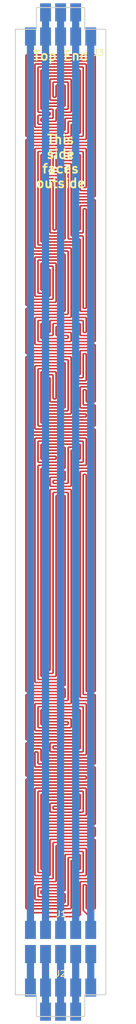
<source format=kicad_pcb>
(kicad_pcb (version 20201002) (generator pcbnew)

  (general
    (thickness 1.6)
  )

  (paper "A4")
  (layers
    (0 "F.Cu" signal)
    (31 "B.Cu" signal)
    (32 "B.Adhes" user "B.Adhesive")
    (33 "F.Adhes" user "F.Adhesive")
    (34 "B.Paste" user)
    (35 "F.Paste" user)
    (36 "B.SilkS" user "B.Silkscreen")
    (37 "F.SilkS" user "F.Silkscreen")
    (38 "B.Mask" user)
    (39 "F.Mask" user)
    (40 "Dwgs.User" user "User.Drawings")
    (41 "Cmts.User" user "User.Comments")
    (42 "Eco1.User" user "User.Eco1")
    (43 "Eco2.User" user "User.Eco2")
    (44 "Edge.Cuts" user)
    (45 "Margin" user)
    (46 "B.CrtYd" user "B.Courtyard")
    (47 "F.CrtYd" user "F.Courtyard")
    (48 "B.Fab" user)
    (49 "F.Fab" user)
  )

  (setup
    (stackup
      (layer "F.SilkS" (type "Top Silk Screen"))
      (layer "F.Paste" (type "Top Solder Paste"))
      (layer "F.Mask" (type "Top Solder Mask") (color "Green") (thickness 0.01))
      (layer "F.Cu" (type "copper") (thickness 0.035))
      (layer "dielectric 1" (type "core") (thickness 1.51) (material "FR4") (epsilon_r 4.5) (loss_tangent 0.02))
      (layer "B.Cu" (type "copper") (thickness 0.035))
      (layer "B.Mask" (type "Bottom Solder Mask") (color "Green") (thickness 0.01))
      (layer "B.Paste" (type "Bottom Solder Paste"))
      (layer "B.SilkS" (type "Bottom Silk Screen"))
      (copper_finish "None")
      (dielectric_constraints no)
    )
    (grid_origin 150 150)
    (pcbplotparams
      (layerselection 0x00010fc_ffffffff)
      (usegerberextensions false)
      (usegerberattributes true)
      (usegerberadvancedattributes true)
      (creategerberjobfile true)
      (svguseinch false)
      (svgprecision 6)
      (excludeedgelayer true)
      (linewidth 0.100000)
      (plotframeref false)
      (viasonmask false)
      (mode 1)
      (useauxorigin false)
      (hpglpennumber 1)
      (hpglpenspeed 20)
      (hpglpendiameter 15.000000)
      (psnegative false)
      (psa4output false)
      (plotreference true)
      (plotvalue true)
      (plotinvisibletext false)
      (sketchpadsonfab false)
      (subtractmaskfromsilk false)
      (outputformat 1)
      (mirror false)
      (drillshape 0)
      (scaleselection 1)
      (outputdirectory "gerber")
    )
  )


  (net 0 "")
  (net 1 "/tru_b1")
  (net 2 "/tru_b2")
  (net 3 "/tru_b3")
  (net 4 "/tru_b4")
  (net 5 "/tru_b5")
  (net 6 "/mesh_dn0r")
  (net 7 "/mesh_dn1r")
  (net 8 "Net-(J1-Pad13)")
  (net 9 "/mesh_dn1s")
  (net 10 "/mesh_dn0s")
  (net 11 "/tru_t1")
  (net 12 "/tru_t2")
  (net 13 "/tru_t3")
  (net 14 "/tru_t4")
  (net 15 "/tru_t5")
  (net 16 "/mesh_up0r")
  (net 17 "/mesh_up1r")
  (net 18 "Net-(J1-Pad3)")
  (net 19 "/mesh_up1s")
  (net 20 "/mesh_up0s")
  (net 21 "Net-(J2-Pad13)")
  (net 22 "Net-(J2-Pad12)")
  (net 23 "Net-(J2-Pad11)")
  (net 24 "Net-(J2-Pad5)")
  (net 25 "Net-(J2-Pad4)")
  (net 26 "Net-(J2-Pad3)")
  (net 27 "Net-(J2-Pad2)")
  (net 28 "Net-(J2-Pad1)")
  (net 29 "Net-(J3-Pad13)")
  (net 30 "Net-(J3-Pad12)")
  (net 31 "Net-(J3-Pad11)")
  (net 32 "Net-(J3-Pad5)")
  (net 33 "Net-(J3-Pad4)")
  (net 34 "Net-(J3-Pad3)")
  (net 35 "Net-(J3-Pad2)")
  (net 36 "Net-(J3-Pad1)")

  (module "common_footprints:8mm_plug" (layer "F.Cu") (tedit 5F85D873) (tstamp 1811a88f-07ba-47da-8eb6-fe2ae8cc9dcf)
    (at 150 182.9)
    (property "Sheet file" "/home/user/research/rotohsm/prototype/mech_pcbs/rotor_vstrut_pcb/rotor_vstrut_pcb.kicad_sch")
    (property "Sheet name" "")
    (path "/6a9bf823-0c9e-40ee-9e07-825e78b3c53a")
    (attr through_hole)
    (fp_text reference "J2" (at 0 -4.3 unlocked) (layer "F.SilkS")
      (effects (font (size 1 1) (thickness 0.15)))
      (tstamp d53e00b9-a9a3-451c-af42-caca6b2921e0)
    )
    (fp_text value "bottom" (at 0 1 unlocked) (layer "F.Fab")
      (effects (font (size 1 1) (thickness 0.15)))
      (tstamp ea97da29-966a-4c66-b60a-4496f088346a)
    )
    (fp_text user "${REF}" (at 0 2.5 unlocked) (layer "F.Fab")
      (effects (font (size 1 1) (thickness 0.15)))
      (tstamp dcf545ca-8595-4dba-ba1d-dd93199ac910)
    )
    (fp_line (start -4 0.8) (end 4 0.8) (layer "Dwgs.User") (width 0.12) (tstamp 77b71e98-e1d3-4377-9c69-66dd301cfc35))
    (fp_line (start 7.5 -0.8) (end -7.5 -0.8) (layer "Dwgs.User") (width 0.12) (tstamp ba31013b-fede-4c13-b7a5-6ef180de4727))
    (fp_rect (start -7.5 0) (end 7.5 -5.6) (layer "Dwgs.User") (width 0.1) (tstamp 287fbdf8-eb5c-4114-9e27-e66bbe007fc2))
    (fp_rect (start -4 0) (end 4 4) (layer "Dwgs.User") (width 0.1) (tstamp d99f720f-6645-4fe2-b12d-92ad32132b04))
    (pad "1" smd rect (at -5 -2) (size 1.8 3) (layers "F.Cu" "F.Mask")
      (net 28 "Net-(J2-Pad1)") (tstamp 9d6e8864-5170-4f5b-8b80-f7e6c0bf3913))
    (pad "2" smd rect (at -2.5 -2) (size 1.8 3) (layers "F.Cu" "F.Mask")
      (net 27 "Net-(J2-Pad2)") (tstamp 05ed54aa-e996-45f1-b030-a8a2333af149))
    (pad "3" smd rect (at 0 -2) (size 1.8 3) (layers "F.Cu" "F.Mask")
      (net 26 "Net-(J2-Pad3)") (tstamp 8b82654b-ca71-4098-8962-c5019ad9e3dd))
    (pad "4" smd rect (at 2.5 -2) (size 1.8 3) (layers "F.Cu" "F.Mask")
      (net 25 "Net-(J2-Pad4)") (tstamp 63d5f0f3-4668-4575-a0c9-50a73bf7e215))
    (pad "5" smd rect (at 5 -2) (size 1.8 3) (layers "F.Cu" "F.Mask")
      (net 24 "Net-(J2-Pad5)") (tstamp cd179d97-da27-44f7-b3fd-18f049c396e4))
    (pad "6" smd rect (at 5 -2) (size 1.8 3) (layers "B.Cu" "B.Mask")
      (net 5 "/tru_b5") (tstamp 06640685-6551-46f6-9e08-4f2dbd806bbb))
    (pad "7" smd rect (at 2.5 -2) (size 1.8 3) (layers "B.Cu" "B.Mask")
      (net 4 "/tru_b4") (tstamp a3bd0734-7486-44fa-a1e6-e52a3249eea5))
    (pad "8" smd rect (at 0 -2) (size 1.8 3) (layers "B.Cu" "B.Mask")
      (net 3 "/tru_b3") (tstamp e63ca774-5da6-460b-a959-973f053f8fce))
    (pad "9" smd rect (at -2.5 -2) (size 1.8 3) (layers "B.Cu" "B.Mask")
      (net 2 "/tru_b2") (tstamp 262ef8d4-3de9-44e6-8159-8c509d709aa9))
    (pad "10" smd rect (at -5 -2) (size 1.8 3) (layers "B.Cu" "B.Mask")
      (net 1 "/tru_b1") (tstamp c50d0d36-fef7-46d0-8350-bb2a331a38e9))
    (pad "11" smd rect (at -2.5 2) (size 1.8 3) (layers "F.Cu" "F.Mask")
      (net 23 "Net-(J2-Pad11)") (tstamp 7fca7333-a852-4a8e-9378-ce97d014ec5b))
    (pad "12" smd rect (at 0 2) (size 1.8 3) (layers "F.Cu" "F.Mask")
      (net 22 "Net-(J2-Pad12)") (tstamp be72ddd0-6a17-40f5-b859-529b7924644c))
    (pad "13" smd rect (at 2.5 2) (size 1.8 3) (layers "F.Cu" "F.Mask")
      (net 21 "Net-(J2-Pad13)") (tstamp d02e495f-7df7-40cf-addd-51fded56249a))
    (pad "14" smd rect (at 2.5 2) (size 1.8 3) (layers "B.Cu" "B.Mask")
      (net 4 "/tru_b4") (tstamp 0ff3c1ff-762a-420b-b671-71a28bb51152))
    (pad "15" smd rect (at 0 2) (size 1.8 3) (layers "B.Cu" "B.Mask")
      (net 3 "/tru_b3") (tstamp daadf195-1192-48e3-ae96-a58ff9a52c01))
    (pad "16" smd rect (at -2.5 2) (size 1.8 3) (layers "B.Cu" "B.Mask")
      (net 2 "/tru_b2") (tstamp 1f2543a9-98e5-49d4-b943-05ac20e75bf9))
  )

  (module "common_footprints:15mm_plug" (layer "F.Cu") (tedit 5F85D886) (tstamp 578b0775-c05a-42d7-9223-0db1f2d9868f)
    (at 150 173.35)
    (property "Sheet file" "/home/user/research/rotohsm/prototype/mech_pcbs/rotor_vstrut_pcb/rotor_vstrut_pcb.kicad_sch")
    (property "Sheet name" "")
    (path "/92226583-c767-4448-ada0-e9e18d9afd62")
    (attr through_hole)
    (fp_text reference "J1" (at 0.1 -4.65 unlocked) (layer "F.SilkS")
      (effects (font (size 1 1) (thickness 0.15)))
      (tstamp 1dadb20d-c3eb-4cd3-b5b0-4080de1960d7)
    )
    (fp_text value "base" (at 0 1 unlocked) (layer "F.Fab")
      (effects (font (size 1 1) (thickness 0.15)))
      (tstamp b31a4410-0340-4862-9356-292725dcf5bc)
    )
    (fp_line (start 7.5 -0.8) (end -7.5 -0.8) (layer "Dwgs.User") (width 0.12) (tstamp 770c3d0c-521b-4958-b67f-9a1c3ace4666))
    (fp_line (start 7.5 0.816678) (end -7.5 0.816678) (layer "Dwgs.User") (width 0.12) (tstamp b96d9415-95bf-43cf-8b6a-e7ebf17700ea))
    (fp_rect (start -7.5 3.8) (end 7.5 -3.8) (layer "Dwgs.User") (width 0.1) (tstamp 977e2893-7541-440e-8ede-8d9dc043d2b4))
    (pad "1" smd rect (at -5 -2) (size 1.8 3) (layers "F.Cu" "F.Mask")
      (net 20 "/mesh_up0s") (tstamp 456fb35e-b3d4-4b3f-945f-411f869bc547))
    (pad "2" smd rect (at -2.5 -2) (size 1.8 3) (layers "F.Cu" "F.Mask")
      (net 19 "/mesh_up1s") (tstamp c6e218a9-23c9-4767-94f0-833a734867d6))
    (pad "3" smd rect (at 0 -2) (size 1.8 3) (layers "F.Cu" "F.Mask")
      (net 18 "Net-(J1-Pad3)") (tstamp 71938857-65fd-4d46-9408-9590fe9bfb34))
    (pad "4" smd rect (at 2.5 -2) (size 1.8 3) (layers "F.Cu" "F.Mask")
      (net 17 "/mesh_up1r") (tstamp 7e3dc722-2dbd-4972-b21e-8d77e52ed6f2))
    (pad "5" smd rect (at 5 -2) (size 1.8 3) (layers "F.Cu" "F.Mask")
      (net 16 "/mesh_up0r") (tstamp fc52fb3d-b192-431a-8761-3f42f767b0b2))
    (pad "6" smd rect (at 5 -2) (size 1.8 3) (layers "B.Cu" "B.Mask")
      (net 15 "/tru_t5") (tstamp bb662fce-05de-4688-921a-d80a521547fc))
    (pad "7" smd rect (at 2.5 -2) (size 1.8 3) (layers "B.Cu" "B.Mask")
      (net 14 "/tru_t4") (tstamp 4998d347-7c28-437d-a93f-2235e4415e74))
    (pad "8" smd rect (at 0 -2) (size 1.8 3) (layers "B.Cu" "B.Mask")
      (net 13 "/tru_t3") (tstamp 7ffbd37c-fd98-4db3-ade0-1034b5b011a2))
    (pad "9" smd rect (at -2.5 -2) (size 1.8 3) (layers "B.Cu" "B.Mask")
      (net 12 "/tru_t2") (tstamp 7dcd90e3-adbb-4d09-b811-65dac53a0688))
    (pad "10" smd rect (at -5 -2) (size 1.8 3) (layers "B.Cu" "B.Mask")
      (net 11 "/tru_t1") (tstamp 35715315-137c-4344-b3ac-00daeee50a3f))
    (pad "11" smd rect (at -5 2) (size 1.8 3) (layers "F.Cu" "F.Mask")
      (net 10 "/mesh_dn0s") (tstamp 5d46f235-2283-4b97-a459-d02a0475e9b1))
    (pad "12" smd rect (at -2.5 2) (size 1.8 3) (layers "F.Cu" "F.Mask")
      (net 9 "/mesh_dn1s") (tstamp e537e1cd-f0f2-4015-a73e-1cce8b0059f0))
    (pad "13" smd rect (at 0 2) (size 1.8 3) (layers "F.Cu" "F.Mask")
      (net 8 "Net-(J1-Pad13)") (tstamp 14179484-85a1-4517-afb6-244cc6b42b9c))
    (pad "14" smd rect (at 2.5 2) (size 1.8 3) (layers "F.Cu" "F.Mask")
      (net 7 "/mesh_dn1r") (tstamp e3e5ff7b-2a28-4774-a89d-a2b42eb335f4))
    (pad "15" smd rect (at 5 2) (size 1.8 3) (layers "F.Cu" "F.Mask")
      (net 6 "/mesh_dn0r") (tstamp 0202596a-9a19-44ab-b54e-fe02a2298dcb))
    (pad "16" smd rect (at 5 2) (size 1.8 3) (layers "B.Cu" "B.Mask")
      (net 5 "/tru_b5") (tstamp a752ae1f-c1fb-44af-8049-8c8c2387783a))
    (pad "17" smd rect (at 2.5 2) (size 1.8 3) (layers "B.Cu" "B.Mask")
      (net 4 "/tru_b4") (tstamp 6bd191de-4235-4327-8691-ce2afb5f28dc))
    (pad "18" smd rect (at 0 2) (size 1.8 3) (layers "B.Cu" "B.Mask")
      (net 3 "/tru_b3") (tstamp 8c11463f-099f-4327-ab9d-8d28c7b99769))
    (pad "19" smd rect (at -2.5 2) (size 1.8 3) (layers "B.Cu" "B.Mask")
      (net 2 "/tru_b2") (tstamp 9ec389d4-b100-4ed5-a966-29c85dc4a361))
    (pad "20" smd rect (at -5 2) (size 1.8 3) (layers "B.Cu" "B.Mask")
      (net 1 "/tru_b1") (tstamp 5ce3edc2-2b40-4c37-8e50-d0e543dd6497))
  )

  (module "common_footprints:8mm_plug" (layer "F.Cu") (tedit 5F85D873) (tstamp bc6c26a6-39e2-4b53-8e0c-279085b5aea5)
    (at 150 21.3 180)
    (property "Sheet file" "/home/user/research/rotohsm/prototype/mech_pcbs/rotor_vstrut_pcb/rotor_vstrut_pcb.kicad_sch")
    (property "Sheet name" "")
    (path "/e4993730-1dee-4842-857c-75d225e7ee51")
    (attr through_hole)
    (fp_text reference "J3" (at -6.3 -4.7 unlocked) (layer "F.SilkS")
      (effects (font (size 1 1) (thickness 0.15)))
      (tstamp 925dfd9c-1208-4d43-b614-b4a9b4f4eeec)
    )
    (fp_text value "top" (at 0 1 180 unlocked) (layer "F.Fab")
      (effects (font (size 1 1) (thickness 0.15)))
      (tstamp 3ced09de-30a3-4be9-9f1a-bfeae0daaddc)
    )
    (fp_text user "${REF}" (at 0 2.5 180 unlocked) (layer "F.Fab")
      (effects (font (size 1 1) (thickness 0.15)))
      (tstamp 56cbac7d-7d89-45df-88d2-89227140d1e4)
    )
    (fp_line (start 7.5 -0.8) (end -7.5 -0.8) (layer "Dwgs.User") (width 0.12) (tstamp 81729f02-e231-4b86-ad6d-09283ff8196d))
    (fp_line (start -4 0.8) (end 4 0.8) (layer "Dwgs.User") (width 0.12) (tstamp bab01673-4b76-4e68-8230-2245f9075975))
    (fp_rect (start -7.5 0) (end 7.5 -5.6) (layer "Dwgs.User") (width 0.1) (tstamp 0d167154-741b-4a05-8594-63f952160dc0))
    (fp_rect (start -4 0) (end 4 4) (layer "Dwgs.User") (width 0.1) (tstamp 69c2f705-be01-4327-b99f-630c7d8d1210))
    (pad "1" smd rect (at -5 -2 180) (size 1.8 3) (layers "F.Cu" "F.Mask")
      (net 36 "Net-(J3-Pad1)") (tstamp a1b963b2-af65-4825-8de5-280d36f87438))
    (pad "2" smd rect (at -2.5 -2 180) (size 1.8 3) (layers "F.Cu" "F.Mask")
      (net 35 "Net-(J3-Pad2)") (tstamp 4f7bc794-acd0-4dad-8bb1-bf9a78747c00))
    (pad "3" smd rect (at 0 -2 180) (size 1.8 3) (layers "F.Cu" "F.Mask")
      (net 34 "Net-(J3-Pad3)") (tstamp 20ddde48-ed21-4754-9736-c7bb25bcbc72))
    (pad "4" smd rect (at 2.5 -2 180) (size 1.8 3) (layers "F.Cu" "F.Mask")
      (net 33 "Net-(J3-Pad4)") (tstamp 771f235c-6003-41a8-8250-9aa7fb205e97))
    (pad "5" smd rect (at 5 -2 180) (size 1.8 3) (layers "F.Cu" "F.Mask")
      (net 32 "Net-(J3-Pad5)") (tstamp a61deacd-54d2-4c2a-aea3-a5721353b12d))
    (pad "6" smd rect (at 5 -2 180) (size 1.8 3) (layers "B.Cu" "B.Mask")
      (net 11 "/tru_t1") (tstamp b81d5614-f9c5-4e27-9462-80608b5c4de1))
    (pad "7" smd rect (at 2.5 -2 180) (size 1.8 3) (layers "B.Cu" "B.Mask")
      (net 12 "/tru_t2") (tstamp 16e4b078-eaa7-4fde-b093-a1e5ed7688e3))
    (pad "8" smd rect (at 0 -2 180) (size 1.8 3) (layers "B.Cu" "B.Mask")
      (net 13 "/tru_t3") (tstamp 6cc3b7c4-8d41-4ac5-9cce-180f485ee4f3))
    (pad "9" smd rect (at -2.5 -2 180) (size 1.8 3) (layers "B.Cu" "B.Mask")
      (net 14 "/tru_t4") (tstamp 3cdddcb6-490e-4372-b93f-311d0a8a4007))
    (pad "10" smd rect (at -5 -2 180) (size 1.8 3) (layers "B.Cu" "B.Mask")
      (net 15 "/tru_t5") (tstamp 1afe3179-5483-40f6-be0d-aef14cf79e2b))
    (pad "11" smd rect (at -2.5 2 180) (size 1.8 3) (layers "F.Cu" "F.Mask")
      (net 31 "Net-(J3-Pad11)") (tstamp a3f1c108-9e1a-4051-8751-b2874d27351d))
    (pad "12" smd rect (at 0 2 180) (size 1.8 3) (layers "F.Cu" "F.Mask")
      (net 30 "Net-(J3-Pad12)") (tstamp bdf8f28c-a566-4199-8c79-1d245ec078b0))
    (pad "13" smd rect (at 2.5 2 180) (size 1.8 3) (layers "F.Cu" "F.Mask")
      (net 29 "Net-(J3-Pad13)") (tstamp 4f819692-7169-4818-acaf-7dce27236f46))
    (pad "14" smd rect (at 2.5 2 180) (size 1.8 3) (layers "B.Cu" "B.Mask")
      (net 12 "/tru_t2") (tstamp f2d84352-a08b-4417-8748-f3ed6c50faad))
    (pad "15" smd rect (at 0 2 180) (size 1.8 3) (layers "B.Cu" "B.Mask")
      (net 13 "/tru_t3") (tstamp 55d6ac65-bf3e-4809-be55-656887752b78))
    (pad "16" smd rect (at -2.5 2 180) (size 1.8 3) (layers "B.Cu" "B.Mask")
      (net 14 "/tru_t4") (tstamp 03a48cdb-bdd5-40f1-899f-588abacc481d))
  )

  (gr_poly (pts
 (xy 160 172.5)
    (xy 140 172.5)
    (xy 140 25)
    (xy 160 25)) (layer "Eco1.User") (width 0.1) (tstamp 724fb27a-5098-4877-ae90-10c30d528453))
  (gr_line (start 146 18.5) (end 154 18.5) (angle 90) (layer "Edge.Cuts") (width 0.16) (tstamp 21d71c90-1663-47f2-805a-3a10bb7166bc))
  (gr_line (start 142.5 182.1) (end 146 182.1) (angle 90) (layer "Edge.Cuts") (width 0.16) (tstamp 34598794-23ad-45c5-a437-a984c0ab605a))
  (gr_line (start 154 18.5) (end 154 22.1) (angle 90) (layer "Edge.Cuts") (width 0.16) (tstamp 3547d435-8af2-4e43-ac75-cfb0f21102eb))
  (gr_line (start 154 185.7) (end 154 182.1) (angle 90) (layer "Edge.Cuts") (width 0.16) (tstamp 46859f9b-c0d1-474a-81ee-c6cb0f0e6b07))
  (gr_line (start 154 22.1) (end 157.5 22.1) (angle 90) (layer "Edge.Cuts") (width 0.16) (tstamp 4afe9ac1-c888-479e-9d7c-4bd9ef77e5bc))
  (gr_line (start 142.5 22.1) (end 146 22.1) (angle 90) (layer "Edge.Cuts") (width 0.16) (tstamp 64700040-2cea-446b-bc85-56fef465dfc5))
  (gr_line (start 146 22.1) (end 146 18.5) (angle 90) (layer "Edge.Cuts") (width 0.16) (tstamp 9d86c8d0-736f-4f12-b5ef-91d43c55d32d))
  (gr_line (start 157.5 22.1) (end 157.5 182.1) (angle 90) (layer "Edge.Cuts") (width 0.16) (tstamp a09a27f2-0a64-40fc-9420-70679a00fdd7))
  (gr_line (start 142.5 182.1) (end 142.5 22.1) (angle 90) (layer "Edge.Cuts") (width 0.16) (tstamp b7857ac5-fbd7-4184-9f11-5164268584b6))
  (gr_line (start 146 182.1) (end 146 185.7) (angle 90) (layer "Edge.Cuts") (width 0.16) (tstamp c26f97c8-3016-4d2d-91c4-ddb9d3097177))
  (gr_line (start 146 185.7) (end 154 185.7) (angle 90) (layer "Edge.Cuts") (width 0.16) (tstamp c97639af-a612-4ca5-b67b-dad9ca826124))
  (gr_line (start 154 182.1) (end 157.5 182.1) (angle 90) (layer "Edge.Cuts") (width 0.16) (tstamp fce75ced-948f-43b6-8181-f62b28ee81f7))
  (gr_text "Top End" (at 150 26.5) (layer "F.SilkS") (tstamp 80ac6bc5-2e8f-42de-871c-2dd9a2b3af69)
    (effects (font (size 1.5 1.5) (thickness 0.3)))
  )
  (gr_text "This\nside\nfaces\noutside" (at 150 44) (layer "F.SilkS") (tstamp ed777d03-f811-4342-8095-4262cac0c291)
    (effects (font (size 1.5 1.5) (thickness 0.3)))
  )
  (dimension (type aligned) (layer "Dwgs.User") (tstamp 9c6a1bb5-60ff-46ca-a879-30e77db23bc5)
    (pts (xy 157.365012 173.3) (xy 157.365012 181.3))
    (height -3.284988)
    (gr_text "8.0 mm" (at 161.8 177.3 270) (layer "Dwgs.User") (tstamp 9c6a1bb5-60ff-46ca-a879-30e77db23bc5)
      (effects (font (size 1 1) (thickness 0.15)))
    )
    (format (units 2) (units_format 1) (precision 1))
    (style (thickness 0.15) (arrow_length 1.27) (text_position_mode 0) (extension_height 0.58642) (extension_offset 0.5) keep_text_aligned)
  )

  (segment (start 145 180.1) (end 145 175.35) (width 1.2) (layer "B.Cu") (net 1) (tstamp 4ae7b818-bae2-4561-84c0-d7b4a6e0e2aa))
  (segment (start 147.5 175.35) (end 147.5 180.1) (width 1.2) (layer "B.Cu") (net 2) (tstamp 25757950-e323-4496-adef-afbb36bf9bf5))
  (segment (start 147.5 180.1) (end 147.5 184.1) (width 1.2) (layer "B.Cu") (net 2) (tstamp 8fc0ba2a-35ad-446e-82c1-ba1a3f2dcd8d))
  (segment (start 150 175.35) (end 150 175) (width 1.2) (layer "B.Cu") (net 3) (tstamp 3896094f-f341-41b1-bd92-493de9eb1922))
  (segment (start 150 180.1) (end 150 175.35) (width 1.2) (layer "B.Cu") (net 3) (tstamp 8e3f5549-b1f3-412d-93ac-9074ab43fc44))
  (segment (start 150 180.1) (end 150 184.1) (width 1.2) (layer "B.Cu") (net 3) (tstamp c417a5be-ee66-43d8-a7c3-cf02813cb449))
  (segment (start 152.5 184.1) (end 152.5 180.1) (width 1.2) (layer "B.Cu") (net 4) (tstamp 6fc9b570-aa2c-4e01-a266-8af95346bb3c))
  (segment (start 152.5 175.35) (end 152.5 180.1) (width 1.2) (layer "B.Cu") (net 4) (tstamp f8425aef-9dc3-471c-93f6-d9f59bb5837c))
  (segment (start 155 175.35) (end 155 180.1) (width 1.2) (layer "B.Cu") (net 5) (tstamp 44c391d7-0d35-46e6-94e4-9367dde0aca9))
  (segment (start 145 24.1) (end 145 171.35) (width 1.2) (layer "B.Cu") (net 11) (tstamp 9e73ea58-6be9-47f9-a377-e2a291bb84db))
  (segment (start 147.5 20.1) (end 147.5 24.1) (width 1.2) (layer "B.Cu") (net 12) (tstamp 41980f15-737f-4886-83a3-e7484f93dfd2))
  (segment (start 147.5 171.35) (end 147.5 24.1) (width 1.2) (layer "B.Cu") (net 12) (tstamp 75d0f23c-dde4-42d1-9e04-2f634eba3124))
  (segment (start 150 24.1) (end 150 171.35) (width 1.2) (layer "B.Cu") (net 13) (tstamp 0daaf576-fd6e-44a2-bfcc-2f9a922165f5))
  (segment (start 150 20.1) (end 150 24.1) (width 1.2) (layer "B.Cu") (net 13) (tstamp dd92033e-b9bb-414f-b484-42691ad5fcc8))
  (segment (start 152.5 171.35) (end 152.5 24.1) (width 1.2) (layer "B.Cu") (net 14) (tstamp 6633d749-02a7-4188-aca3-9ccd0af54fd5))
  (segment (start 152.5 20.1) (end 152.5 24.1) (width 1.2) (layer "B.Cu") (net 14) (tstamp cb30446d-82f6-471a-ac35-70af7efbf489))
  (segment (start 155 24.1) (end 155 171.35) (width 1.2) (layer "B.Cu") (net 15) (tstamp 98f58298-4fe8-4a38-8351-8c2e74b14a80))
  (segment (start 146.25 62.1) (end 146.25 64.099999) (width 0.25) (layer "F.Cu") (net 16) (tstamp 00337feb-811e-49e6-a51f-5b2ca3c8ace3))
  (segment (start 152.25 98.1) (end 152.25 100.1) (width 0.25) (layer "F.Cu") (net 16) (tstamp 01129666-32fe-4ea9-8dc6-d8dd459bcd6a))
  (segment (start 146.25 28.453553) (end 146.25 30.1) (width 0.25) (layer "F.Cu") (net 16) (tstamp 0143d752-5364-481d-ab36-691567bddd3f))
  (segment (start 153.646446 28.35) (end 152 28.35) (width 0.25) (layer "F.Cu") (net 16) (tstamp 01520eb4-f5e2-4dbf-96e6-bd8c799d1eb8))
  (segment (start 147.853553 149.85) (end 147.75 149.953553) (width 0.25) (layer "F.Cu") (net 16) (tstamp 018a177d-715e-498f-9d73-8e55c7becdf8))
  (segment (start 145.75 154.1) (end 145.75 156.1) (width 0.25) (layer "F.Cu") (net 16) (tstamp 01e819d1-24b5-4ec4-b385-ddfa7f78c3f7))
  (segment (start 145.75 90.1) (end 145.75 92.1) (width 0.25) (layer "F.Cu") (net 16) (tstamp 021367a4-39f1-4dd8-aae6-0ab080f9b679))
  (segment (start 144.25 104.1) (end 144.25 106.1) (width 0.25) (layer "F.Cu") (net 16) (tstamp 0229ff85-2e59-4852-afcb-36cfe4ff9c44))
  (segment (start 151.853553 37.85) (end 151.75 37.953553) (width 0.25) (layer "F.Cu") (net 16) (tstamp 02420f6c-5075-4a38-9451-e9631baf42b1))
  (segment (start 150.146446 91.85) (end 150.25 91.953553) (width 0.25) (layer "F.Cu") (net 16) (tstamp 024d34ec-4f83-4f00-bcc6-b8de57ea6aba))
  (segment (start 148.25 35.953553) (end 148.25 36.1) (width 0.25) (layer "F.Cu") (net 16) (tstamp 03227eef-6941-42fb-8b02-358afb054268))
  (segment (start 152.25 75.953553) (end 152.25 76.1) (width 0.25) (layer "F.Cu") (net 16) (tstamp 0322b17a-766d-4373-abd6-a0c4915b274f))
  (segment (start 152.25 128.1) (end 152.25 130.1) (width 0.25) (layer "F.Cu") (net 16) (tstamp 0348d1f5-ee9c-4cff-a0a9-9f59323dd6ea))
  (segment (start 154 162.35) (end 152.353553 162.35) (width 0.25) (layer "F.Cu") (net 16) (tstamp 03a42fec-ab46-41db-ac7c-4614f70c9495))
  (segment (start 147.853553 142.35) (end 148 142.35) (width 0.25) (layer "F.Cu") (net 16) (tstamp 03f5b643-3f39-499b-8d55-2d7fd284ca42))
  (segment (start 145.75 138.246446) (end 145.853553 138.35) (width 0.25) (layer "F.Cu") (net 16) (tstamp 040c6c5f-0fbd-42bc-bf07-e9da683a9bb1))
  (segment (start 155.646446 144.35) (end 154 144.35) (width 0.25) (layer "F.Cu") (net 16) (tstamp 042f7e11-c07a-4e5d-88c4-42e90f046fa2))
  (segment (start 148 41.85) (end 150 41.85) (width 0.25) (layer "F.Cu") (net 16) (tstamp 045bf70a-069f-4c5e-b5a2-fb18bf6cf932))
  (segment (start 150 157.85) (end 152 157.85) (width 0.25) (layer "F.Cu") (net 16) (tstamp 04802012-2a4b-47b9-aaee-fed2a1bdc40a))
  (segment (start 153.75 68.1) (end 153.75 68.246446) (width 0.25) (layer "F.Cu") (net 16) (tstamp 04a59f8b-bcd2-43e1-9675-4a4dcdf56c5f))
  (segment (start 151.75 164.1) (end 151.75 166.1) (width 0.25) (layer "F.Cu") (net 16) (tstamp 04c09262-9ede-4ddf-8632-cdd1416740d1))
  (segment (start 148 155.85) (end 150 155.85) (width 0.25) (layer "F.Cu") (net 16) (tstamp 04c9f656-d682-4abe-b36c-43903087f983))
  (segment (start 147.75 154.246446) (end 147.75 154.1) (width 0.25) (layer "F.Cu") (net 16) (tstamp 0516b342-49c6-4b78-aad1-7a4b0b9f263e))
  (segment (start 153.75 141.746446) (end 153.75 140.1) (width 0.25) (layer "F.Cu") (net 16) (tstamp 056d9abb-9556-4b18-a14e-e20b795b7666))
  (segment (start 149.75 112.1) (end 149.75 114.1) (width 0.25) (layer "F.Cu") (net 16) (tstamp 056f6906-6916-4dce-9abd-b77c15f11730))
  (segment (start 148.25 45.746446) (end 148.353553 45.85) (width 0.25) (layer "F.Cu") (net 16) (tstamp 0579ee3c-1c31-4dfa-a516-6cb1810ea9b6))
  (segment (start 144.25 131.746446) (end 144.353553 131.85) (width 0.25) (layer "F.Cu") (net 16) (tstamp 05820e91-cd81-4675-9a03-f42f28803765))
  (segment (start 150 96.35) (end 148.353553 96.35) (width 0.25) (layer "F.Cu") (net 16) (tstamp 05862f23-0f8c-4e41-b149-675eee83247b))
  (segment (start 154.25 158.1) (end 154.25 157.953553) (width 0.25) (layer "F.Cu") (net 16) (tstamp 05906dda-1ca4-4bc9-892b-720ab8dd2e31))
  (segment (start 146.25 122.1) (end 146.25 124.1) (width 0.25) (layer "F.Cu") (net 16) (tstamp 05a09972-ba14-4ec1-88d0-2d41bb033553))
  (segment (start 145.853553 162.35) (end 145.75 162.246446) (width 0.25) (layer "F.Cu") (net 16) (tstamp 05c9cd8b-5369-4530-ac0b-9ec94598dec6))
  (segment (start 153.75 84.1) (end 153.75 84.246446) (width 0.25) (layer "F.Cu") (net 16) (tstamp 05d0503d-e079-41a2-8282-7f1fc22af137))
  (segment (start 145.75 88.246446) (end 145.75 88.1) (width 0.25) (layer "F.Cu") (net 16) (tstamp 05e3a134-24d8-4270-ac65-46f47f151765))
  (segment (start 149.75 44.246446) (end 149.853553 44.35) (width 0.25) (layer "F.Cu") (net 16) (tstamp 05eb95a0-89a7-44ab-9475-5ecf072efab6))
  (segment (start 149.646446 92.35) (end 148 92.35) (width 0.25) (layer "F.Cu") (net 16) (tstamp 06800558-2bea-43a8-a1c3-d64d0295c981))
  (segment (start 152.353553 161.85) (end 153.646446 161.85) (width 0.25) (layer "F.Cu") (net 16) (tstamp 0738d1f6-b56e-4578-ad5f-f4135fa95713))
  (segment (start 147.75 52.1) (end 147.75 54.1) (width 0.25) (layer "F.Cu") (net 16) (tstamp 07398ce2-a679-4c1b-b654-b34e4dda10ac))
  (segment (start 150 138.35) (end 152 138.35) (width 0.25) (layer "F.Cu") (net 16) (tstamp 076baf3f-f4ff-49fe-9db9-bb78d6df2be4))
  (segment (start 149.853553 157.85) (end 149.75 157.953553) (width 0.25) (layer "F.Cu") (net 16) (tstamp 07d73eac-e516-4afb-832f-0d332f774634))
  (segment (start 145.75 166.1) (end 145.75 166.246446) (width 0.25) (layer "F.Cu") (net 16) (tstamp 07e92f06-6003-4fd8-b237-be0763063e4e))
  (segment (start 155.75 90.1) (end 155.75 92.1) (width 0.25) (layer "F.Cu") (net 16) (tstamp 083ad958-7305-45e4-a230-fe8f32cb07e6))
  (segment (start 153.75 58.1) (end 153.75 56.453553) (width 0.25) (layer "F.Cu") (net 16) (tstamp 08d44cb8-17cd-4dfd-a212-d01b47913392))
  (segment (start 151.75 133.746446) (end 151.75 132.1) (width 0.25) (layer "F.Cu") (net 16) (tstamp 091e24c3-cf89-4437-b7c0-9ef07b49998b))
  (segment (start 148.25 106.1) (end 148.25 108.1) (width 0.25) (layer "F.Cu") (net 16) (tstamp 091f2d0c-3fc3-47af-ae51-6f8813b4c638))
  (segment (start 146.25 56.1) (end 146.25 57.746446) (width 0.25) (layer "F.Cu") (net 16) (tstamp 094d7528-2087-4950-a454-a2f15ec52e2b))
  (segment (start 150 156.35) (end 148.353553 156.35) (width 0.25) (layer "F.Cu") (net 16) (tstamp 096a6a98-33a6-4f1f-b24c-f4f565736b5a))
  (segment (start 150.25 128.1) (end 150.25 130.1) (width 0.25) (layer "F.Cu") (net 16) (tstamp 09ac9e60-e7b7-44e7-a044-70a667a56724))
  (segment (start 153.646446 93.85) (end 153.75 93.746446) (width 0.25) (layer "F.Cu") (net 16) (tstamp 0a18224d-3809-434e-8eb9-7468dbd4f90a))
  (segment (start 154.25 138.1) (end 154.25 140.1) (width 0.25) (layer "F.Cu") (net 16) (tstamp 0a56a6ab-77fb-47b7-a9ec-7752d6607d52))
  (segment (start 151.75 122.1) (end 151.75 124.1) (width 0.25) (layer "F.Cu") (net 16) (tstamp 0a7e9141-36ca-4339-a8b0-aa4c85dd9536))
  (segment (start 150.25 104.1) (end 150.25 106.1) (width 0.25) (layer "F.Cu") (net 16) (tstamp 0a92b576-7ecc-4909-90ca-7e8dc5027952))
  (segment (start 152.353553 133.85) (end 154 133.85) (width 0.25) (layer "F.Cu") (net 16) (tstamp 0a9391e7-abf6-4824-98f0-d261059704eb))
  (segment (start 144.25 70.1) (end 144.25 72.1) (width 0.25) (layer "F.Cu") (net 16) (tstamp 0a994de8-1e10-48e8-8c8c-ddc70e0f2592))
  (segment (start 155.75 153.746446) (end 155.75 152.1) (width 0.25) (layer "F.Cu") (net 16) (tstamp 0ab78ae3-4018-4abb-a00c-d7280bfdcf4a))
  (segment (start 147.75 80.1) (end 147.75 82.1) (width 0.25) (layer "F.Cu") (net 16) (tstamp 0abd1d9f-6965-452e-aab3-2fd577d90e54))
  (segment (start 147.75 61.953553) (end 147.75 62.1) (width 0.25) (layer "F.Cu") (net 16) (tstamp 0accb2b1-1f87-43a9-a303-d045b6dd9a02))
  (segment (start 152.146446 75.85) (end 152.25 75.953553) (width 0.25) (layer "F.Cu") (net 16) (tstamp 0ad7260e-5203-41f0-b66f-cffe990ad504))
  (segment (start 153.646446 151.85) (end 153.75 151.746446) (width 0.25) (layer "F.Cu") (net 16) (tstamp 0adca171-4767-47e4-bcd6-eca50ba9ad85))
  (segment (start 144.25 158.1) (end 144.25 160.1) (width 0.25) (layer "F.Cu") (net 16) (tstamp 0af399ca-8900-4d55-a19b-7095d0f55a4b))
  (segment (start 145.75 90.1) (end 145.75 89.953553) (width 0.25) (layer "F.Cu") (net 16) (tstamp 0b059da6-64d7-40da-80b1-ecc5a3106ec9))
  (segment (start 155.75 49.746446) (end 155.75 48.1) (width 0.25) (layer "F.Cu") (net 16) (tstamp 0b0a3cc2-e44a-45ad-8ccc-3b128206e3f9))
  (segment (start 152.25 46.1) (end 152.25 48.1) (width 0.25) (layer "F.Cu") (net 16) (tstamp 0b277905-92d7-4a3e-aaed-6553e1509841))
  (segment (start 146.25 35.746446) (end 146.353553 35.85) (width 0.25) (layer "F.Cu") (net 16) (tstamp 0b2c212f-eb6a-438f-b9cd-8d87ed17f998))
  (segment (start 154.146446 145.85) (end 154 145.85) (width 0.25) (layer "F.Cu") (net 16) (tstamp 0b3784fa-2aaa-4f0a-8c66-513f3f4447c0))
  (segment (start 145.75 46.1) (end 145.75 48.1) (width 0.25) (layer "F.Cu") (net 16) (tstamp 0b408577-0183-4f4b-98a4-9d348907429c))
  (segment (start 150.25 50.1) (end 150.25 52.1) (width 0.25) (layer "F.Cu") (net 16) (tstamp 0b505c2a-eaee-4875-8c2a-90119eb98ec3))
  (segment (start 149.75 126.1) (end 149.75 128.1) (width 0.25) (layer "F.Cu") (net 16) (tstamp 0bb3b5f6-3e6c-48f4-82f6-fd22f68aab17))
  (segment (start 150.25 31.953553) (end 150.146446 31.85) (width 0.25) (layer "F.Cu") (net 16) (tstamp 0bcdfa0a-dd4a-40c8-9a75-16c53692ade2))
  (segment (start 151.75 130.1) (end 151.75 132.1) (width 0.25) (layer "F.Cu") (net 16) (tstamp 0c571fd2-5c27-437a-9c69-07f2d69eb0f5))
  (segment (start 154.25 66.099999) (end 154.25 68.1) (width 0.25) (layer "F.Cu") (net 16) (tstamp 0c7cbd91-859f-43f4-bbeb-44c2371fe7e0))
  (segment (start 144.25 90.1) (end 144.25 88.1) (width 0.25) (layer "F.Cu") (net 16) (tstamp 0cf10aee-d4a8-44a9-8501-e494a4fa9b51))
  (segment (start 152.25 29.953553) (end 152.146446 29.85) (width 0.25) (layer "F.Cu") (net 16) (tstamp 0d3228e0-771a-40e7-ac17-d4a6c2f55339))
  (segment (start 153.75 56.453553) (end 153.646446 56.35) (width 0.25) (layer "F.Cu") (net 16) (tstamp 0d87bbb4-2c88-4c25-97d0-a90c567567bc))
  (segment (start 146.25 60.453553) (end 146.25 62.1) (width 0.25) (layer "F.Cu") (net 16) (tstamp 0dab7846-617c-445a-a58a-17b86d20563c))
  (segment (start 150 135.85) (end 152 135.85) (width 0.25) (layer "F.Cu") (net 16) (tstamp 0dc8bc62-cb12-409c-954d-00c9fa20db8a))
  (segment (start 146 27.85) (end 148 27.85) (width 0.25) (layer "F.Cu") (net 16) (tstamp 0e131e0c-19b4-4586-ac9f-43f9999c566f))
  (segment (start 146.25 30.1) (end 146.25 32.1) (width 0.25) (layer "F.Cu") (net 16) (tstamp 0e8c9134-42e0-4923-b94f-d2aa57376a81))
  (segment (start 146 40.35) (end 148 40.35) (width 0.25) (layer "F.Cu") (net 16) (tstamp 0e9fa422-ab9e-4a68-b180-a18a375f9f12))
  (segment (start 154.25 108.1) (end 154.25 110.1) (width 0.25) (layer "F.Cu") (net 16) (tstamp 0f07e29e-8c7a-4968-ba35-6d6126a4ae3c))
  (segment (start 146.25 42.453553) (end 146.25 44.1) (width 0.25) (layer "F.Cu") (net 16) (tstamp 0f093359-9f3b-4dae-afb4-af49b082d64e))
  (segment (start 146.25 82.1) (end 146.25 84.1) (width 0.25) (layer "F.Cu") (net 16) (tstamp 0f2674d6-fa14-4391-b675-5874c70276a8))
  (segment (start 154.25 46.1) (end 154.25 48.1) (width 0.25) (layer "F.Cu") (net 16) (tstamp 0f83f4f6-e2fe-4ab4-b7e5-0f5b6a010143))
  (segment (start 154 87.85) (end 155.646446 87.85) (width 0.25) (layer "F.Cu") (net 16) (tstamp 0f8c11fa-9125-46ad-a2cd-dc0c7bf158dd))
  (segment (start 150.146446 94.35) (end 150 94.35) (width 0.25) (layer "F.Cu") (net 16) (tstamp 0fabb391-ece4-4f88-9795-4fb358fc6e75))
  (segment (start 152.146446 91.85) (end 152 91.85) (width 0.25) (layer "F.Cu") (net 16) (tstamp 0fc1f589-45de-4668-9193-1555deb8d190))
  (segment (start 146 88.35) (end 148 88.35) (width 0.25) (layer "F.Cu") (net 16) (tstamp 0fda5e57-4800-42cb-ae79-2a546f852d5f))
  (segment (start 154.25 76.1) (end 154.25 78.1) (width 0.25) (layer "F.Cu") (net 16) (tstamp 0fdf57fa-86b5-40b5-81c0-de6e64255648))
  (segment (start 146.25 48.1) (end 146.25 50.1) (width 0.25) (layer "F.Cu") (net 16) (tstamp 0fe18f46-bdee-4d3a-98c1-4d118f2e38c8))
  (segment (start 149.75 64.099999) (end 149.75 66.099999) (width 0.25) (layer "F.Cu") (net 16) (tstamp 0febafd5-3375-46c0-a2e7-3e7b9b11c575))
  (segment (start 152 151.85) (end 153.646446 151.85) (width 0.25) (layer "F.Cu") (net 16) (tstamp 10043d7d-e299-47fd-9411-158d5d3de4c9))
  (segment (start 144.25 154.1) (end 144.25 156.1) (width 0.25) (layer "F.Cu") (net 16) (tstamp 1026827f-8ec7-4b1d-bb1d-1b46b3b09f77))
  (segment (start 155.646446 83.85) (end 155.75 83.746446) (width 0.25) (layer "F.Cu") (net 16) (tstamp 109975b2-a6c7-4d9d-9f65-13ab8f4e29e1))
  (segment (start 150.25 96.246446) (end 150.25 96.1) (width 0.25) (layer "F.Cu") (net 16) (tstamp 10ca5dc6-d8fd-45b4-a1a8-495ee2dfe5e9))
  (segment (start 147.853553 85.85) (end 148 85.85) (width 0.25) (layer "F.Cu") (net 16) (tstamp 10ce8a00-bdfe-41bb-b65c-15c013e50843))
  (segment (start 150.25 162.1) (end 150.25 164.1) (width 0.25) (layer "F.Cu") (net 16) (tstamp 10d5e00b-57c9-400b-8899-d651ea9fd630))
  (segment (start 146.25 94.453553) (end 146.25 96.1) (width 0.25) (layer "F.Cu") (net 16) (tstamp 10f34b05-99fc-4e1f-a647-96618b7d4608))
  (segment (start 148 166.35) (end 150 166.35) (width 0.25) (layer "F.Cu") (net 16) (tstamp 110b1581-496d-4573-b37f-8e99ba6cb872))
  (segment (start 148.25 116.1) (end 148.25 118.1) (width 0.25) (layer "F.Cu") (net 16) (tstamp 110d005a-ce04-4a7b-85d7-6eb0b7da953a))
  (segment (start 153.646446 39.85) (end 153.75 39.746446) (width 0.25) (layer "F.Cu") (net 16) (tstamp 111312e4-a393-45a0-af39-c4f61609d65c))
  (segment (start 153.75 163.953553) (end 153.75 164.1) (width 0.25) (layer "F.Cu") (net 16) (tstamp 1124b085-5808-4427-8271-476d4348e7bd))
  (segment (start 144.25 30.1) (end 144.25 32.1) (width 0.25) (layer "F.Cu") (net 16) (tstamp 1194cf0f-d6cf-4253-b0e3-91257e406bfb))
  (segment (start 150.25 120.1) (end 150.25 122.1) (width 0.25) (layer "F.Cu") (net 16) (tstamp 11b5fb72-e544-4c11-a3bf-e0de3ea355a4))
  (segment (start 154 95.85) (end 153.853553 95.85) (width 0.25) (layer "F.Cu") (net 16) (tstamp 11b85cf0-59c8-4470-a168-03aa2b24b7aa))
  (segment (start 153.75 93.746446) (end 153.75 92.1) (width 0.25) (layer "F.Cu") (net 16) (tstamp 11cce21b-5779-4abd-aeba-c35fb7e17018))
  (segment (start 147.75 106.1) (end 147.75 108.1) (width 0.25) (layer "F.Cu") (net 16) (tstamp 11f11dab-8a13-4a50-ab40-67e1ff5c22a5))
  (segment (start 145.853553 89.85) (end 146 89.85) (width 0.25) (layer "F.Cu") (net 16) (tstamp 1216cac8-b259-46a3-801a-7fbb2c6813fa))
  (segment (start 150.25 77.953553) (end 150.146446 77.85) (width 0.25) (layer "F.Cu") (net 16) (tstamp 12442a00-232d-46a3-bf19-2bed94c3f1af))
  (segment (start 145.75 128.1) (end 145.75 130.1) (width 0.25) (layer "F.Cu") (net 16) (tstamp 127186c4-63cb-4c52-a5e7-b37eb95f53f1))
  (segment (start 154.25 116.1) (end 154.25 118.1) (width 0.25) (layer "F.Cu") (net 16) (tstamp 127ad0e6-43b6-4a40-bd54-02a3b3477629))
  (segment (start 152 57.85) (end 150 57.85) (width 0.25) (layer "F.Cu") (net 16) (tstamp 12cdd15c-60b0-4d6b-90ae-012bc7b4bc79))
  (segment (start 149.75 99.953553) (end 149.75 100.1) (width 0.25) (layer "F.Cu") (net 16) (tstamp 12fee310-aa13-4751-b89c-f77d93ab1507))
  (segment (start 147.75 110.1) (end 147.75 112.1) (width 0.25) (layer "F.Cu") (net 16) (tstamp 130efeb9-b230-4351-9ac2-fd52fb9bf281))
  (segment (start 145.75 158.1) (end 145.75 160.1) (width 0.25) (layer "F.Cu") (net 16) (tstamp 1323e238-927d-4f55-aadb-31b58b874b96))
  (segment (start 154 81.85) (end 154.146446 81.85) (width 0.25) (layer "F.Cu") (net 16) (tstamp 13400c6e-7d9a-4d1e-b1bb-00c0bcf6a6e7))
  (segment (start 153.75 32.1) (end 153.75 34.1) (width 0.25) (layer "F.Cu") (net 16) (tstamp 1345e7ee-8899-4987-8d90-7c25437be4a2))
  (segment (start 146.25 86.1) (end 146.25 84.1) (width 0.25) (layer "F.Cu") (net 16) (tstamp 137756ac-fd46-4a0e-87a6-7aeae45a898f))
  (segment (start 145.75 54.1) (end 145.75 56.1) (width 0.25) (layer "F.Cu") (net 16) (tstamp 137ec936-ad07-4121-92e3-270e3a166094))
  (segment (start 144.25 146.453553) (end 144.25 148.1) (width 0.25) (layer "F.Cu") (net 16) (tstamp 1386d89f-dc34-4eb5-97df-6b096da5963d))
  (segment (start 152.25 52.1) (end 152.25 54.1) (width 0.25) (layer "F.Cu") (net 16) (tstamp 139e940e-ec6c-4b86-90e3-5e3119bf3f36))
  (segment (start 148.25 126.1) (end 148.25 128.1) (width 0.25) (layer "F.Cu") (net 16) (tstamp 13a27b39-df73-4ae6-b293-9307a22cb5d3))
  (segment (start 152.25 122.1) (end 152.25 124.1) (width 0.25) (layer "F.Cu") (net 16) (tstamp 13b37647-4462-494b-89cb-2dda3a12234a))
  (segment (start 154.25 51.953553) (end 154.146446 51.85) (width 0.25) (layer "F.Cu") (net 16) (tstamp 13b816b1-e9cf-4977-925e-4489db17992b))
  (segment (start 146 147.85) (end 148 147.85) (width 0.25) (layer "F.Cu") (net 16) (tstamp 13bfe901-bbe7-4b24-8d45-eb089a12d625))
  (segment (start 154 152.35) (end 154.146446 152.35) (width 0.25) (layer "F.Cu") (net 16) (tstamp 13f0f5e7-f507-4860-aecf-e7e37510a0b5))
  (segment (start 154.25 150.1) (end 154.25 152.1) (width 0.25) (layer "F.Cu") (net 16) (tstamp 140beadd-05af-4eec-b0e1-4b15c7c4a6d2))
  (segment (start 148.146446 162.35) (end 148.25 162.246446) (width 0.25) (layer "F.Cu") (net 16) (tstamp 14109236-888e-411f-a931-563443c3cd53))
  (segment (start 145.75 112.1) (end 145.75 114.1) (width 0.25) (layer "F.Cu") (net 16) (tstamp 1428c4c5-2517-4df0-8477-ff168e38e0d1))
  (segment (start 146.25 70.453553) (end 146.25 72.1) (width 0.25) (layer "F.Cu") (net 16) (tstamp 1443c13e-817f-4d43-b451-b44cf466242a))
  (segment (start 154.25 68.1) (end 154.25 68.246446) (width 0.25) (layer "F.Cu") (net 16) (tstamp 144beedb-55a6-4d14-9cd1-06ddf39fad61))
  (segment (start 148.25 62.1) (end 148.25 64.099999) (width 0.25) (layer "F.Cu") (net 16) (tstamp 14670e63-6a70-4722-b23c-eb98acde146a))
  (segment (start 145.75 162.246446) (end 145.75 162.1) (width 0.25) (layer "F.Cu") (net 16) (tstamp 148a0480-8b45-47b6-95a8-c1dbd31bdde3))
  (segment (start 148.353553 150.35) (end 148.25 150.453553) (width 0.25) (layer "F.Cu") (net 16) (tstamp 14aadf89-5cee-4de4-bfe9-74c2ecb74117))
  (segment (start 154.25 162.1) (end 154.25 162.246446) (width 0.25) (layer "F.Cu") (net 16) (tstamp 14f1188a-25bf-4214-99a8-e2257eda4785))
  (segment (start 144.25 92.1) (end 144.25 94.1) (width 0.25) (layer "F.Cu") (net 16) (tstamp 151af0b0-064f-465b-bdb4-7c136b5f0fbf))
  (segment (start 152.25 71.953553) (end 152.146446 71.85) (width 0.25) (layer "F.Cu") (net 16) (tstamp 15341c2c-1c7b-41b7-90e9-e2a5bae0e712))
  (segment (start 155.75 134.1) (end 155.75 136.1) (width 0.25) (layer "F.Cu") (net 16) (tstamp 1557dc17-e759-4411-b853-c7270311139b))
  (segment (start 150.25 108.1) (end 150.25 110.1) (width 0.25) (layer "F.Cu") (net 16) (tstamp 157d2fa0-c14a-4883-a3e3-ab329f65e1dd))
  (segment (start 150 148.35) (end 152 148.35) (width 0.25) (layer "F.Cu") (net 16) (tstamp 1581491e-8ddd-4401-82ec-1f1dfb5127b4))
  (segment (start 146.25 137.746446) (end 146.353553 137.85) (width 0.25) (layer "F.Cu") (net 16) (tstamp 15ac28c4-5cf5-4366-9636-efdc5c21c640))
  (segment (start 155.75 144.453553) (end 155.646446 144.35) (width 0.25) (layer "F.Cu") (net 16) (tstamp 15bc3afa-317a-4ef6-b647-78a19e4d6aa5))
  (segment (start 145.75 69.953553) (end 145.75 70.1) (width 0.25) (layer "F.Cu") (net 16) (tstamp 16034093-1146-4449-9639-1ecbeb59d24e))
  (segment (start 154.25 162.246446) (end 154.146446 162.35) (width 0.25) (layer "F.Cu") (net 16) (tstamp 1645d55b-8750-48d1-b4f7-653c04f2debb))
  (segment (start 154.25 76.1) (end 154.25 75.953553) (width 0.25) (layer "F.Cu") (net 16) (tstamp 168ebe01-2c54-4d90-86fc-804387558b2b))
  (segment (start 151.75 54.1) (end 151.75 56.1) (width 0.25) (layer "F.Cu") (net 16) (tstamp 16a45aab-9f66-42ea-9cd1-c6e3149e33ae))
  (segment (start 150.25 132.246446) (end 150.25 132.1) (width 0.25) (layer "F.Cu") (net 16) (tstamp 16a9ee79-b595-4461-b59d-eab8ead48847))
  (segment (start 148 165.85) (end 150 165.85) (width 0.25) (layer "F.Cu") (net 16) (tstamp 16b444d4-3fd7-48cc-a64f-0508321dbdf4))
  (segment (start 154.25 32.1) (end 154.25 34.1) (width 0.25) (layer "F.Cu") (net 16) (tstamp 16c6797c-9130-44c2-a41e-4975c555e3e7))
  (segment (start 148 143.85) (end 150 143.85) (width 0.25) (layer "F.Cu") (net 16) (tstamp 16d51303-4fa6-453d-a9d4-27052025e92d))
  (segment (start 153.75 120.1) (end 153.75 122.1) (width 0.25) (layer "F.Cu") (net 16) (tstamp 16d6996a-0064-4e7c-a97d-d2ec1333f1ef))
  (segment (start 150.146446 45.85) (end 150 45.85) (width 0.25) (layer "F.Cu") (net 16) (tstamp 171509a1-d924-4934-8c5e-f0bb1ea71d19))
  (segment (start 148.353553 30.35) (end 148.25 30.453553) (width 0.25) (layer "F.Cu") (net 16) (tstamp 1719e57e-bcdf-4f67-899b-fc811c912b9f))
  (segment (start 146.25 136.1) (end 146.25 137.746446) (width 0.25) (layer "F.Cu") (net 16) (tstamp 171be9c5-04dc-4302-a385-853070235752))
  (segment (start 150 139.85) (end 152 139.85) (width 0.25) (layer "F.Cu") (net 16) (tstamp 176d77f0-4e12-47ea-ab1a-6729dbd13d13))
  (segment (start 149.75 37.746446) (end 149.75 36.1) (width 0.25) (layer "F.Cu") (net 16) (tstamp 179296f4-cfaf-4f02-b8e5-cb169fe3ff14))
  (segment (start 146 146.35) (end 148 146.35) (width 0.25) (layer "F.Cu") (net 16) (tstamp 17d027de-aa08-41ec-9363-27f87059a736))
  (segment (start 146.25 32.1) (end 146.25 34.1) (width 0.25) (layer "F.Cu") (net 16) (tstamp 17d6cfca-9c65-4754-b660-cd71945d451f))
  (segment (start 152.25 32.1) (end 152.25 34.1) (width 0.25) (layer "F.Cu") (net 16) (tstamp 17f1b5b0-ae88-4b6f-ad6e-d579f3044b2b))
  (segment (start 144.353553 26.35) (end 144.25 26.453553) (width 0.25) (layer "F.Cu") (net 16) (tstamp 189b4aad-910b-409a-b4b7-84c065519c36))
  (segment (start 150 145.85) (end 152 145.85) (width 0.25) (layer "F.Cu") (net 16) (tstamp 18b14844-4503-443c-980e-5253f577ce69))
  (segment (start 153.75 112.1) (end 153.75 114.1) (width 0.25) (layer "F.Cu") (net 16) (tstamp 18b7e9b8-cc1b-42b2-bfdc-b4c46396034b))
  (segment (start 145.853553 138.35) (end 146 138.35) (width 0.25) (layer "F.Cu") (net 16) (tstamp 18bf8708-f560-4ff1-a01e-49fd7a58d543))
  (segment (start 148 46.35) (end 147.853553 46.35) (width 0.25) (layer "F.Cu") (net 16) (tstamp 18c1f980-dcb1-44ca-9fc0-a71ce77e9826))
  (segment (start 155.646446 49.85) (end 155.75 49.746446) (width 0.25) (layer "F.Cu") (net 16) (tstamp 18c3a515-577c-44fb-b819-88fd36b115c1))
  (segment (start 154.25 140.1) (end 154.25 142.1) (width 0.25) (layer "F.Cu") (net 16) (tstamp 18fecdba-a84d-4128-9457-111d3d0e0a79))
  (segment (start 151.8 168.5) (end 145.55 168.5) (width 0.25) (layer "F.Cu") (net 16) (tstamp 1921a777-499f-4106-a7a5-86b00021d6c3))
  (segment (start 152.25 43.953553) (end 152.146446 43.85) (width 0.25) (layer "F.Cu") (net 16) (tstamp 19623e30-ba48-49cb-89ce-d47780459ddb))
  (segment (start 154 94.35) (end 152.353553 94.35) (width 0.25) (layer "F.Cu") (net 16) (tstamp 199c4501-c537-4c45-9b1d-c8bd043cdf45))
  (segment (start 150.25 38.246446) (end 150.25 38.1) (width 0.25) (layer "F.Cu") (net 16) (tstamp 19ab4921-8c13-4df9-a272-81e139744055))
  (segment (start 150.25 160.1) (end 150.25 162.1) (width 0.25) (layer "F.Cu") (net 16) (tstamp 1a2bc69c-ac20-43ce-b4a4-42c5b9ca935f))
  (segment (start 146.25 154.1) (end 146.25 152.1) (width 0.25) (layer "F.Cu") (net 16) (tstamp 1a706e9f-8b02-4283-84a6-53e6c78d8407))
  (segment (start 149.75 44.1) (end 149.75 44.246446) (width 0.25) (layer "F.Cu") (net 16) (tstamp 1a75d088-5d2b-486e-ad75-d7087f8749b2))
  (segment (start 148.353553 70.35) (end 148.25 70.453553) (width 0.25) (layer "F.Cu") (net 16) (tstamp 1a770dfe-a651-4ccd-b600-f2cbcd2cf8f9))
  (segment (start 155.75 94.1) (end 155.75 96.1) (width 0.25) (layer "F.Cu") (net 16) (tstamp 1a806128-3814-4ea2-8db4-7a5e38d98791))
  (segment (start 145.75 98.1) (end 145.75 100.1) (width 0.25) (layer "F.Cu") (net 16) (tstamp 1a8660ec-3cda-4bbc-be00-80ecbc581259))
  (segment (start 146 58.35) (end 148 58.35) (width 0.25) (layer "F.Cu") (net 16) (tstamp 1a9d4c0f-611f-4eac-bfe2-bb37a48ca84e))
  (segment (start 152.25 30.1) (end 152.25 32.1) (width 0.25) (layer "F.Cu") (net 16) (tstamp 1abc98fd-3c4e-464b-a596-995196461c8f))
  (segment (start 155.646446 167.85) (end 155.75 167.746446) (width 0.25) (layer "F.Cu") (net 16) (tstamp 1ac74d5a-e593-449b-99d4-2b272d6ec282))
  (segment (start 155.75 58.1) (end 155.75 60.1) (width 0.25) (layer "F.Cu") (net 16) (tstamp 1af8ae39-a093-4f40-a306-9d286a077683))
  (segment (start 152 41.85) (end 154 41.85) (width 0.25) (layer "F.Cu") (net 16) (tstamp 1b016ccb-f02d-4b9f-accc-cf2421e49c7a))
  (segment (start 148.146446 128.35) (end 148.25 128.246446) (width 0.25) (layer "F.Cu") (net 16) (tstamp 1b326229-fbd9-4824-a544-bbaf82acc06b))
  (segment (start 151.75 39.746446) (end 151.75 38.1) (width 0.25) (layer "F.Cu") (net 16) (tstamp 1b40fe2a-1b46-4ba1-9527-6eeb8ab4a1f0))
  (segment (start 148 136.35) (end 150 136.35) (width 0.25) (layer "F.Cu") (net 16) (tstamp 1b7b3dd4-6a32-4ee5-bba7-0e5bffcd47ce))
  (segment (start 148 128.35) (end 148.146446 128.35) (width 0.25) (layer "F.Cu") (net 16) (tstamp 1b8a8653-da18-486d-b9ae-aaef8253d10b))
  (segment (start 144.25 160.1) (end 144.25 162.1) (width 0.25) (layer "F.Cu") (net 16) (tstamp 1b969375-1bb9-44be-9be8-aaa3a942bcff))
  (segment (start 152.25 138.246446) (end 152.146446 138.35) (width 0.25) (layer "F.Cu") (net 16) (tstamp 1ba2190f-f3ce-4bbb-942c-ef42bd384440))
  (segment (start 145.853553 133.85) (end 145.75 133.953553) (width 0.25) (layer "F.Cu") (net 16) (tstamp 1ba570c2-9f42-42d4-9679-281dd772c407))
  (segment (start 144.25 112.1) (end 144.25 114.1) (width 0.25) (layer "F.Cu") (net 16) (tstamp 1bf4e53b-7ea9-42ff-9db1-20f440d955ff))
  (segment (start 148 86.35) (end 150 86.35) (width 0.25) (layer "F.Cu") (net 16) (tstamp 1bfda014-a573-4787-bd85-08a91fe05671))
  (segment (start 152 87.85) (end 154 87.85) (width 0.25) (layer "F.Cu") (net 16) (tstamp 1c01eb37-53cf-4494-b73f-bdf2acb4ccd9))
  (segment (start 150 131.85) (end 150.146446 131.85) (width 0.25) (layer "F.Cu") (net 16) (tstamp 1c4071c6-8460-4af2-9250-0c29aeb6e14e))
  (segment (start 153.75 166.1) (end 153.75 168.1) (width 0.25) (layer "F.Cu") (net 16) (tstamp 1cb8a84e-816c-4dcf-9eb2-e8f09115e1bc))
  (segment (start 148.25 42.453553) (end 148.25 44.1) (width 0.25) (layer "F.Cu") (net 16) (tstamp 1d454cf2-c7c5-420f-a604-40712f0bd025))
  (segment (start 145.75 74.246446) (end 145.853553 74.35) (width 0.25) (layer "F.Cu") (net 16) (tstamp 1d79af8a-083c-474c-8776-c541a665bb80))
  (segment (start 147.853553 152.35) (end 147.75 152.246446) (width 0.25) (layer "F.Cu") (net 16) (tstamp 1d89b131-43e1-4265-9a6a-8067b8d83ac6))
  (segment (start 154.95 169.3) (end 154.95 170.55) (width 0.25) (layer "F.Cu") (net 16) (tstamp 1dbb1595-6090-4cf0-a262-7f45c57fd257))
  (segment (start 145.75 32.1) (end 145.75 34.1) (width 0.25) (layer "F.Cu") (net 16) (tstamp 1dc3455d-fd9c-448e-992e-12f9d004b41f))
  (segment (start 152.146446 43.85) (end 152 43.85) (width 0.25) (layer "F.Cu") (net 16) (tstamp 1e71b05c-4d4f-4e85-a904-7711488885e1))
  (segment (start 145.75 80.1) (end 145.75 82.1) (width 0.25) (layer "F.Cu") (net 16) (tstamp 1e99e049-bd3f-4dea-ba61-6facd3035464))
  (segment (start 147.853553 154.35) (end 147.75 154.246446) (width 0.25) (layer "F.Cu") (net 16) (tstamp 1ed54f48-c3b6-49b7-8f1b-9a92fab1cbe0))
  (segment (start 154.25 81.953553) (end 154.25 82.1) (width 0.25) (layer "F.Cu") (net 16) (tstamp 1ee7bd10-2e3f-4cde-8df3-344d719ac0e2))
  (segment (start 154 81.85) (end 153.853553 81.85) (width 0.25) (layer "F.Cu") (net 16) (tstamp 1f2e4458-1044-40d8-bae7-b2cb498f81a9))
  (segment (start 151.646446 98.35) (end 150 98.35) (width 0.25) (layer "F.Cu") (net 16) (tstamp 1f317bc5-db47-4e64-a5cd-9a68e7f62f75))
  (segment (start 149.75 92.453553) (end 149.646446 92.35) (width 0.25) (layer "F.Cu") (net 16) (tstamp 1f859de3-3844-496d-bf76-8c12658bd2c8))
  (segment (start 148.353553 97.85) (end 150 97.85) (width 0.25) (layer "F.Cu") (net 16) (tstamp 1fa1d407-721d-4f61-b364-6d011a398a2c))
  (segment (start 151.75 48.1) (end 151.75 50.1) (width 0.25) (layer "F.Cu") (net 16) (tstamp 1fa3e8e4-c561-43ff-a72b-4b668f41a3e7))
  (segment (start 150 34.35) (end 150.146446 34.35) (width 0.25) (layer "F.Cu") (net 16) (tstamp 1fdf0ea3-11d3-4cb2-a397-030f652aa434))
  (segment (start 146 68.35) (end 144.353553 68.35) (width 0.25) (layer "F.Cu") (net 16) (tstamp 1fe5fa5a-129b-4f90-b4e2-4b0bd24cfed1))
  (segment (start 155.75 102.1) (end 155.75 104.1) (width 0.25) (layer "F.Cu") (net 16) (tstamp 1fe95ba6-dbee-4864-9463-715d0c14042b))
  (segment (start 144.25 142.1) (end 144.25 144.1) (width 0.25) (layer "F.Cu") (net 16) (tstamp 2008f09d-e0db-495e-b192-e4638d0db3a2))
  (segment (start 154.25 122.1) (end 154.25 124.1) (width 0.25) (layer "F.Cu") (net 16) (tstamp 2039f8a1-4af1-483e-9b35-d2cd53877a60))
  (segment (start 144.25 34.1) (end 144.25 36.1) (width 0.25) (layer "F.Cu") (net 16) (tstamp 209172f1-0538-4883-8c9e-7bc1c654cb2c))
  (segment (start 146.25 165.746446) (end 146.353553 165.85) (width 0.25) (layer "F.Cu") (net 16) (tstamp 20a72944-5745-4d89-be50-3facf4cce34c))
  (segment (start 147.75 95.953553) (end 147.75 96.1) (width 0.25) (layer "F.Cu") (net 16) (tstamp 20ae0c28-b02e-4456-a1c9-44c0fc30c625))
  (segment (start 155.75 158.1) (end 155.75 156.453553) (width 0.25) (layer "F.Cu") (net 16) (tstamp 20d22bba-586c-4f60-91c5-5142ad857d83))
  (segment (start 147.853553 153.85) (end 148 153.85) (width 0.25) (layer "F.Cu") (net 16) (tstamp 20d29438-d5b7-4208-a5dd-ba77c9a9e4c8))
  (segment (start 145.75 138.1) (end 145.75 138.246446) (width 0.25) (layer "F.Cu") (net 16) (tstamp 20e43438-c7b5-4036-83c3-c67aa41e39ea))
  (segment (start 150.25 32.1) (end 150.25 31.953553) (width 0.25) (layer "F.Cu") (net 16) (tstamp 215e9202-f81f-4319-aea2-6a2bb642997c))
  (segment (start 153.75 34.1) (end 153.75 36.1) (width 0.25) (layer "F.Cu") (net 16) (tstamp 21a665ac-691e-4b71-bf22-f36c1ed83ae1))
  (segment (start 144.353553 75.85) (end 146 75.85) (width 0.25) (layer "F.Cu") (net 16) (tstamp 2265e20b-6b41-4b72-ba46-833ba302fde8))
  (segment (start 146.353553 70.35) (end 146.25 70.453553) (width 0.25) (layer "F.Cu") (net 16) (tstamp 22ae25cc-c9de-48fe-beb3-2b3119d470dc))
  (segment (start 152 88.35) (end 154 88.35) (width 0.25) (layer "F.Cu") (net 16) (tstamp 22bf673c-42ff-49f6-b08a-f557b9bbfd3f))
  (segment (start 146.25 87.746446) (end 146.353553 87.85) (width 0.25) (layer "F.Cu") (net 16) (tstamp 23cb60cc-3b29-41a9-9ebc-639d360b294c))
  (segment (start 148.25 48.1) (end 148.25 47.953553) (width 0.25) (layer "F.Cu") (net 16) (tstamp 23dc508e-be0f-45f6-8c52-edf8cb89d4eb))
  (segment (start 148 134.35) (end 146.353553 134.35) (width 0.25) (layer "F.Cu") (net 16) (tstamp 23dcbf4d-6171-404d-8ceb-0ae7456a04bd))
  (segment (start 151.75 64.099999) (end 151.75 66.099999) (width 0.25) (layer "F.Cu") (net 16) (tstamp 2413de01-9b6e-468d-979a-0c56a02506e1))
  (segment (start 148 89.85) (end 150 89.85) (width 0.25) (layer "F.Cu") (net 16) (tstamp 244b4d21-8d6e-4759-aff3-007d46b95416))
  (segment (start 147.75 62.1) (end 147.75 64.099999) (width 0.25) (layer "F.Cu") (net 16) (tstamp 247bc57d-e6b8-446f-81bb-7fa9c3f66ac7))
  (segment (start 148 84.35) (end 150 84.35) (width 0.25) (layer "F.Cu") (net 16) (tstamp 24b594ae-e5a4-43ee-800d-edd46ebe9ebf))
  (segment (start 148.353553 83.85) (end 149.646446 83.85) (width 0.25) (layer "F.Cu") (net 16) (tstamp 25299bc1-2a1d-4bce-a4e8-174bdd74ddcb))
  (segment (start 146.25 90.453553) (end 146.25 92.1) (width 0.25) (layer "F.Cu") (net 16) (tstamp 2532ea72-77ff-4faa-abf7-0bcbc2fca8a8))
  (segment (start 151.75 102.1) (end 151.75 104.1) (width 0.25) (layer "F.Cu") (net 16) (tstamp 256ea455-10fd-45f3-9d63-f91ea0563910))
  (segment (start 146.353553 129.85) (end 148 129.85) (width 0.25) (layer "F.Cu") (net 16) (tstamp 25d59bbd-feea-4d0a-983d-b581c3d7c2c9))
  (segment (start 147.853553 95.85) (end 147.75 95.953553) (width 0.25) (layer "F.Cu") (net 16) (tstamp 25d90663-0529-429a-a37c-9373cca534ef))
  (segment (start 152.25 62.1) (end 152.25 64.099999) (width 0.25) (layer "F.Cu") (net 16) (tstamp 25f051d9-dbbb-4fc3-b7c6-580c9bbf28d3))
  (segment (start 145.75 142.1) (end 145.75 144.1) (width 0.25) (layer "F.Cu") (net 16) (tstamp 263f5a5f-4fcf-4c40-ac4e-d3e3c196f4d3))
  (segment (start 148 162.35) (end 148.146446 162.35) (width 0.25) (layer "F.Cu") (net 16) (tstamp 2641229c-bf77-4cac-a882-06e254c634cb))
  (segment (start 148.146446 47.85) (end 148 47.85) (width 0.25) (layer "F.Cu") (net 16) (tstamp 26d8cf4c-c5c2-45cb-afa3-547c93631ea1))
  (segment (start 150 150.35) (end 152 150.35) (width 0.25) (layer "F.Cu") (net 16) (tstamp 26f90b99-d0a1-44e9-aff1-fcf5d66e46f8))
  (segment (start 145.75 141.953553) (end 145.75 142.1) (width 0.25) (layer "F.Cu") (net 16) (tstamp 274c0c05-63fe-4a65-ac9f-4d144763c29c))
  (segment (start 154.25 34.1) (end 154.25 36.1) (width 0.25) (layer "F.Cu") (net 16) (tstamp 275c0f19-dfb2-4e75-b5e6-9b6d120d1205))
  (segment (start 154.25 52.1) (end 154.25 51.953553) (width 0.25) (layer "F.Cu") (net 16) (tstamp 278a8f23-88d4-4e43-8654-9e0e3bd87e74))
  (segment (start 148 129.85) (end 149.646446 129.85) (width 0.25) (layer "F.Cu") (net 16) (tstamp 27b28cde-0975-4a4d-81c4-6260333f5bbf))
  (segment (start 148 91.85) (end 147.853553 91.85) (width 0.25) (layer "F.Cu") (net 16) (tstamp 27b30814-e68d-4c31-b246-21d18111a54f))
  (segment (start 155.75 143.746446) (end 155.75 142.1) (width 0.25) (layer "F.Cu") (net 16) (tstamp 2871758d-e76f-4d1c-899b-9ccfdfb8302c))
  (segment (start 148.25 102.1) (end 148.25 104.1) (width 0.25) (layer "F.Cu") (net 16) (tstamp 28c39453-eaab-4bce-b713-7c319c56aa68))
  (segment (start 151.75 137.746446) (end 151.75 136.453553) (width 0.25) (layer "F.Cu") (net 16) (tstamp 28cd50fe-2548-4962-891d-162e5ea81816))
  (segment (start 147.646446 161.85) (end 147.75 161.746446) (width 0.25) (layer "F.Cu") (net 16) (tstamp 28e2d15f-26e0-4561-9822-15087fb91de9))
  (segment (start 154.25 30.1) (end 154.25 32.1) (width 0.25) (layer "F.Cu") (net 16) (tstamp 28e3201d-d89b-49df-b937-201a9dd1617b))
  (segment (start 153.75 82.1) (end 153.75 84.1) (width 0.25) (layer "F.Cu") (net 16) (tstamp 28ee2024-52a7-4b75-a2ef-09955d560940))
  (segment (start 151.75 60.1) (end 151.75 58.453553) (width 0.25) (layer "F.Cu") (net 16) (tstamp 29315e00-7661-4f5b-9807-501c5ff3f139))
  (segment (start 152 75.85) (end 152.146446 75.85) (width 0.25) (layer "F.Cu") (net 16) (tstamp 293604a6-ed1a-4a69-82e9-dfec69a22417))
  (segment (start 147.853553 92.35) (end 148 92.35) (width 0.25) (layer "F.Cu") (net 16) (tstamp 296918c9-8dc8-435c-bd32-1f72cd13ad16))
  (segment (start 153.75 52.1) (end 153.75 54.1) (width 0.25) (layer "F.Cu") (net 16) (tstamp 296f089b-07b7-4515-a850-e4da1d306d6b))
  (segment (start 148 138.35) (end 150 138.35) (width 0.25) (layer "F.Cu") (net 16) (tstamp 29b05d47-6dc3-4484-b5e4-781d2e718a42))
  (segment (start 148.25 61.953553) (end 148.146446 61.85) (width 0.25) (layer "F.Cu") (net 16) (tstamp 2a1e8b66-ee9b-412c-a6fe-343c4aced2cf))
  (segment (start 153.75 126.1) (end 153.75 128.1) (width 0.25) (layer "F.Cu") (net 16) (tstamp 2a92a74e-9c5c-4098-bdc0-a039f235b3f1))
  (segment (start 152 37.85) (end 152.146446 37.85) (width 0.25) (layer "F.Cu") (net 16) (tstamp 2aab9f75-25f7-4ec5-8200-e7226991a6ec))
  (segment (start 153.646446 55.85) (end 153.75 55.746446) (width 0.25) (layer "F.Cu") (net 16) (tstamp 2aadfad4-6ad6-4761-b823-20616b28447b))
  (segment (start 150 39.85) (end 151.646446 39.85) (width 0.25) (layer "F.Cu") (net 16) (tstamp 2ad47988-f653-420a-9e6c-a66cf0bb079f))
  (segment (start 145.75 136.1) (end 145.75 138.1) (width 0.25) (layer "F.Cu") (net 16) (tstamp 2aec1618-e4ae-4988-877f-bf9ffcdd9f6f))
  (segment (start 148.25 118.1) (end 148.25 120.1) (width 0.25) (layer "F.Cu") (net 16) (tstamp 2af8756b-f566-4704-9a1f-af28a49ff596))
  (segment (start 145.853553 130.35) (end 146 130.35) (width 0.25) (layer "F.Cu") (net 16) (tstamp 2b2061d1-6a1f-412c-996f-27f6b83109f3))
  (segment (start 152 155.85) (end 154 155.85) (width 0.25) (layer "F.Cu") (net 16) (tstamp 2b312613-d90b-4d3f-9b58-142dca2c4e26))
  (segment (start 145.853553 141.85) (end 145.75 141.953553) (width 0.25) (layer "F.Cu") (net 16) (tstamp 2b72d725-1dc6-4669-954c-e789530b3bdc))
  (segment (start 144.25 52.1) (end 144.25 54.1) (width 0.25) (layer "F.Cu") (net 16) (tstamp 2ba4c6ab-a509-47f6-97c6-05df91fe9c5d))
  (segment (start 149.75 35.953553) (end 149.853553 35.85) (width 0.25) (layer "F.Cu") (net 16) (tstamp 2befe946-883f-4349-9428-a5190e377c0a))
  (segment (start 148 29.85) (end 147.853553 29.85) (width 0.25) (layer "F.Cu") (net 16) (tstamp 2bf9b242-3e82-487c-a84e-14da55a20f6a))
  (segment (start 151.75 162.1) (end 151.75 164.1) (width 0.25) (layer "F.Cu") (net 16) (tstamp 2c081450-fd72-4e38-b81d-3b2123e48a8e))
  (segment (start 146.353553 36.35) (end 146.25 36.453553) (width 0.25) (layer "F.Cu") (net 16) (tstamp 2c344133-3663-4a04-ac37-d129cd2885ae))
  (segment (start 149.75 160.1) (end 149.75 162.1) (width 0.25) (layer "F.Cu") (net 16) (tstamp 2c3e820c-29fd-4c2e-9cbf-4277bc251231))
  (segment (start 147.75 34.246446) (end 147.853553 34.35) (width 0.25) (layer "F.Cu") (net 16) (tstamp 2c588736-5f3c-4483-8709-3e7188fdba39))
  (segment (start 150 42.35) (end 148.353553 42.35) (width 0.25) (layer "F.Cu") (net 16) (tstamp 2c5f09ff-63a3-45af-b951-38241fd3e330))
  (segment (start 148 133.85) (end 150 133.85) (width 0.25) (layer "F.Cu") (net 16) (tstamp 2cb1ef96-5e10-4a44-9472-06ce28a7353c))
  (segment (start 148 35.85) (end 148.146446 35.85) (width 0.25) (layer "F.Cu") (net 16) (tstamp 2cc14df2-2b01-44ac-84eb-570cfad549ea))
  (segment (start 151.75 100.1) (end 151.75 102.1) (width 0.25) (layer "F.Cu") (net 16) (tstamp 2cd7962c-6af7-40a2-a6b3-e82aec22084d))
  (segment (start 155.75 155.746446) (end 155.75 154.453553) (width 0.25) (layer "F.Cu") (net 16) (tstamp 2ce37841-b77e-4d70-bee7-36998db080c0))
  (segment (start 149.75 48.1) (end 149.75 50.1) (width 0.25) (layer "F.Cu") (net 16) (tstamp 2cfeefbe-7fb6-4eb9-a617-1400a714c634))
  (segment (start 152.146446 139.85) (end 152.25 139.953553) (width 0.25) (layer "F.Cu") (net 16) (tstamp 2d380f65-5985-433e-9d9a-24424a142be0))
  (segment (start 144.25 74.1) (end 144.25 75.746446) (width 0.25) (layer "F.Cu") (net 16) (tstamp 2daeb132-60a0-4c0f-ad41-bec7ae9e560c))
  (segment (start 150 43.85) (end 152 43.85) (width 0.25) (layer "F.Cu") (net 16) (tstamp 2dbb4a6e-8a50-48ed-be96-bbc6216b290d))
  (segment (start 153.853553 95.85) (end 153.75 95.953553) (width 0.25) (layer "F.Cu") (net 16) (tstamp 2dfaa222-6a89-4a50-b142-1973c52f9264))
  (segment (start 155.75 114.1) (end 155.75 116.1) (width 0.25) (layer "F.Cu") (net 16) (tstamp 2e0a1e37-db9e-411d-bd49-f149f011740c))
  (segment (start 147.75 128.246446) (end 147.853553 128.35) (width 0.25) (layer "F.Cu") (net 16) (tstamp 2e0d15b9-02f3-4176-b6a6-8e014de95911))
  (segment (start 154.25 90.1) (end 154.25 89.953553) (width 0.25) (layer "F.Cu") (net 16) (tstamp 2e327b18-358f-4e42-9372-c8d9c3e43038))
  (segment (start 150.25 100.1) (end 150.25 102.1) (width 0.25) (layer "F.Cu") (net 16) (tstamp 2e4f6ef8-8cc8-488f-98b8-f933bbdb96a3))
  (segment (start 155.75 28.1) (end 155.75 30.1) (width 0.25) (layer "F.Cu") (net 16) (tstamp 2e583594-a0e8-404d-a29b-5e9d74c4b653))
  (segment (start 150.25 46.1) (end 150.25 45.953553) (width 0.25) (layer "F.Cu") (net 16) (tstamp 2e9f0138-7e80-4014-86cb-8ac23b849cf0))
  (segment (start 145.853553 144.35) (end 146 144.35) (width 0.25) (layer "F.Cu") (net 16) (tstamp 2ea2b1e6-443b-43ea-b9bc-1fd96e03fe59))
  (segment (start 146.353553 87.85) (end 148 87.85) (width 0.25) (layer "F.Cu") (net 16) (tstamp 2ec9ff93-4d48-4990-8869-6348458d7488))
  (segment (start 151.75 37.953553) (end 151.75 38.1) (width 0.25) (layer "F.Cu") (net 16) (tstamp 2eca55ff-205d-4964-a2d6-af30ee99869d))
  (segment (start 152.25 150.1) (end 152.25 149.953553) (width 0.25) (layer "F.Cu") (net 16) (tstamp 2ecc5bb9-ca55-4269-b94f-a311de46ec25))
  (segment (start 152.25 136.1) (end 152.25 138.1) (width 0.25) (layer "F.Cu") (net 16) (tstamp 2f8c93ee-ae8d-4721-bcfc-4295d60adbb3))
  (segment (start 150.25 60.1) (end 150.25 62.1) (width 0.25) (layer "F.Cu") (net 16) (tstamp 2fb6d229-09ea-47fd-9060-d0732b8daa4b))
  (segment (start 146.25 52.1) (end 146.25 54.1) (width 0.25) (layer "F.Cu") (net 16) (tstamp 2fe6ef64-f235-48a2-bfc8-830877af2584))
  (segment (start 149.646446 163.85) (end 149.75 163.746446) (width 0.25) (layer "F.Cu") (net 16) (tstamp 3022d0a8-d999-44dc-9e98-ab12336bdc80))
  (segment (start 153.646446 56.35) (end 152 56.35) (width 0.25) (layer "F.Cu") (net 16) (tstamp 302e2bd2-9f87-408b-9704-82e8d5d85b56))
  (segment (start 146.25 96.1) (end 146.25 98.1) (width 0.25) (layer "F.Cu") (net 16) (tstamp 30376ab1-af67-4dd6-8a95-bf51ffd731fe))
  (segment (start 154.25 41.953553) (end 154.25 42.1) (width 0.25) (layer "F.Cu") (net 16) (tstamp 3038f213-518b-4555-a651-84c6a8f212ed))
  (segment (start 144.25 75.746446) (end 144.353553 75.85) (width 0.25) (layer "F.Cu") (net 16) (tstamp 30a0ea8b-07a7-4116-86d3-593e04d821ca))
  (segment (start 150.25 94.246446) (end 150.146446 94.35) (width 0.25) (layer "F.Cu") (net 16) (tstamp 30c42810-16cf-4aba-86eb-4804a20897b3))
  (segment (start 155.75 106.1) (end 155.75 108.1) (width 0.25) (layer "F.Cu") (net 16) (tstamp 30c49c0a-0806-47ba-89f1-7b5734896bae))
  (segment (start 152.25 126.1) (end 152.25 128.1) (width 0.25) (layer "F.Cu") (net 16) (tstamp 30fb15ee-1112-45dd-8d0e-0ea3cebd3318))
  (segment (start 144.25 126.1) (end 144.25 128.1) (width 0.25) (layer "F.Cu") (net 16) (tstamp 31873afc-ab81-4497-a5b5-0bb90547c898))
  (segment (start 147.75 72.1) (end 147.75 72.246446) (width 0.25) (layer "F.Cu") (net 16) (tstamp 319242ff-75e6-44f9-be3d-3b0fca85adc1))
  (segment (start 154.25 38.1) (end 154.25 40.1) (width 0.25) (layer "F.Cu") (net 16) (tstamp 31a19e45-e2e8-4834-83ec-146c180a43a2))
  (segment (start 150 140.35) (end 148.353553 140.35) (width 0.25) (layer "F.Cu") (net 16) (tstamp 327009c8-65f4-47a0-a3bf-68d926b28610))
  (segment (start 154.25 131.746446) (end 154.353553 131.85) (width 0.25) (layer "F.Cu") (net 16) (tstamp 329659da-2de3-4cf0-bf96-03e9df8324f8))
  (segment (start 150.25 48.1) (end 150.25 50.1) (width 0.25) (layer "F.Cu") (net 16) (tstamp 3318b167-5cc5-4aaf-8321-3be603781f58))
  (segment (start 145.75 116.1) (end 145.75 118.1) (width 0.25) (layer "F.Cu") (net 16) (tstamp 3352d34a-6f73-4808-b000-469bae071ef8))
  (segment (start 155.75 116.1) (end 155.75 118.1) (width 0.25) (layer "F.Cu") (net 16) (tstamp 33923921-da9e-409b-8ed8-689c2bb12be3))
  (segment (start 148 84.35) (end 147.853553 84.35) (width 0.25) (layer "F.Cu") (net 16) (tstamp 33a2b7c0-c8d2-4437-951c-61edbd45b3e0))
  (segment (start 155.75 30.1) (end 155.75 32.1) (width 0.25) (layer "F.Cu") (net 16) (tstamp 33e4da3d-09d0-4df6-b3d1-98cf76778de0))
  (segment (start 148 94.35) (end 146.353553 94.35) (width 0.25) (layer "F.Cu") (net 16) (tstamp 33f45479-7f5a-44e1-8da1-316610fc3e0c))
  (segment (start 148.25 33.746446) (end 148.353553 33.85) (width 0.25) (layer "F.Cu") (net 16) (tstamp 33f6ea50-a438-46e4-87be-90c3a1129417))
  (segment (start 144.25 48.1) (end 144.25 50.1) (width 0.25) (layer "F.Cu") (net 16) (tstamp 34372ac2-7027-4e44-9281-14ce6e4eef1e))
  (segment (start 154.25 94.1) (end 154.25 94.246446) (width 0.25) (layer "F.Cu") (net 16) (tstamp 3458b190-ad94-4f7e-b1f9-f3503adfcf87))
  (segment (start 146 77.85) (end 148 77.85) (width 0.25) (layer "F.Cu") (net 16) (tstamp 345d4e98-c72a-4c6e-9569-96713a02f08e))
  (segment (start 148.146446 72.35) (end 148 72.35) (width 0.25) (layer "F.Cu") (net 16) (tstamp 34a46748-f012-4ccd-a4b7-a9d7eedad08d))
  (segment (start 155.75 80.1) (end 155.75 82.1) (width 0.25) (layer "F.Cu") (net 16) (tstamp 351c0c74-7328-4a0e-ae42-f3e3e5b19695))
  (segment (start 155.75 60.1) (end 155.75 62.1) (width 0.25) (layer "F.Cu") (net 16) (tstamp 35229530-26e0-446a-bcca-ea3dfa86e5d8))
  (segment (start 148.353553 33.85) (end 149.646446 33.85) (width 0.25) (layer "F.Cu") (net 16) (tstamp 352e2f58-c102-4965-a489-fad147bfa374))
  (segment (start 149.646446 129.85) (end 149.75 129.746446) (width 0.25) (layer "F.Cu") (net 16) (tstamp 35a2f733-e595-41f1-9108-8cb8882a6a1c))
  (segment (start 150 40.35) (end 152 40.35) (width 0.25) (layer "F.Cu") (net 16) (tstamp 35a35465-388f-4f66-bd09-245fb2c6b40d))
  (segment (start 144.25 44.1) (end 144.25 46.1) (width 0.25) (layer "F.Cu") (net 16) (tstamp 35ba5daf-0935-4466-8b11-110bc5054280))
  (segment (start 146 74.35) (end 148 74.35) (width 0.25) (layer "F.Cu") (net 16) (tstamp 35c99be1-f3f2-48cf-a3c2-ad65665c09f0))
  (segment (start 154.25 106.1) (end 154.25 108.1) (width 0.25) (layer "F.Cu") (net 16) (tstamp 363b0358-30ab-44fb-831b-f180621d6f31))
  (segment (start 148 76.35) (end 150 76.35) (width 0.25) (layer "F.Cu") (net 16) (tstamp 3644d5b8-9437-4f28-9a4f-d9ad406be729))
  (segment (start 153.853553 51.85) (end 153.75 51.953553) (width 0.25) (layer "F.Cu") (net 16) (tstamp 365574dc-5d5f-4d9f-a38e-b66dbb1faf29))
  (segment (start 154.25 56.1) (end 154.25 58.1) (width 0.25) (layer "F.Cu") (net 16) (tstamp 36b709b0-1f61-456c-a57b-1307b98fcfff))
  (segment (start 145.75 133.953553) (end 145.75 134.1) (width 0.25) (layer "F.Cu") (net 16) (tstamp 37bcd82d-6068-4b34-a2e5-5470e141c71b))
  (segment (start 151.75 60.1) (end 151.75 62.1) (width 0.25) (layer "F.Cu") (net 16) (tstamp 37dc6e0b-361f-40c3-b55b-b2bf2865e0bd))
  (segment (start 152.25 166.1) (end 152.25 168.1) (width 0.25) (layer "F.Cu") (net 16) (tstamp 381fef52-0c3a-4290-a9fe-9400eb521cf2))
  (segment (start 146.25 112.1) (end 146.25 114.1) (width 0.25) (layer "F.Cu") (net 16) (tstamp 385701a0-0df8-4cd8-b30e-89c7961d9374))
  (segment (start 146.25 93.746446) (end 146.353553 93.85) (width 0.25) (layer "F.Cu") (net 16) (tstamp 388f0df0-d192-471d-9018-824446f0e1ca))
  (segment (start 150 153.85) (end 152 153.85) (width 0.25) (layer "F.Cu") (net 16) (tstamp 38b54ae6-a6a6-4f22-94e3-d152ff605459))
  (segment (start 146 133.85) (end 145.853553 133.85) (width 0.25) (layer "F.Cu") (net 16) (tstamp 38d0091e-b6f5-4e25-9d31-4fe7bfb9137d))
  (segment (start 145.75 59.953553) (end 145.853553 59.85) (width 0.25) (layer "F.Cu") (net 16) (tstamp 38e28069-926c-4d9c-b9ad-7ecd053d7de0))
  (segment (start 144.25 118.1) (end 144.25 120.1) (width 0.25) (layer "F.Cu") (net 16) (tstamp 39078813-4ab1-4f8e-b63e-7003fc409b13))
  (segment (start 146 75.85) (end 148 75.85) (width 0.25) (layer "F.Cu") (net 16) (tstamp 3916ab89-ec13-404f-9111-e5d0e71df668))
  (segment (start 144.25 54.1) (end 144.25 56.1) (width 0.25) (layer "F.Cu") (net 16) (tstamp 392b8743-5d79-46d8-adb6-9dc195dfd7bf))
  (segment (start 154.25 42.1) (end 154.25 44.1) (width 0.25) (layer "F.Cu") (net 16) (tstamp 3952bea0-44c1-4ee8-ac22-2ee508df0913))
  (segment (start 148 164.35) (end 150 164.35) (width 0.25) (layer "F.Cu") (net 16) (tstamp 3977ee93-71ca-4cd8-9e20-5e0f1aaeb9ca))
  (segment (start 152.25 102.1) (end 152.25 104.1) (width 0.25) (layer "F.Cu") (net 16) (tstamp 39ac0482-6410-4d98-84f9-2b331f31521e))
  (segment (start 146 26.35) (end 144.353553 26.35) (width 0.25) (layer "F.Cu") (net 16) (tstamp 39ba5cfa-5bc4-44c8-835c-09bfdd808b29))
  (segment (start 154 69.85) (end 154.146446 69.85) (width 0.25) (layer "F.Cu") (net 16) (tstamp 39f71a9b-049d-49c2-8ab0-f5f865949626))
  (segment (start 153.75 124.1) (end 153.75 126.1) (width 0.25) (layer "F.Cu") (net 16) (tstamp 3a18a8ce-b80a-4360-81a2-988a733b7bb3))
  (segment (start 150.25 91.953553) (end 150.25 92.1) (width 0.25) (layer "F.Cu") (net 16) (tstamp 3a901475-44d7-4141-9055-865dbc7e1db1))
  (segment (start 148.25 104.1) (end 148.25 106.1) (width 0.25) (layer "F.Cu") (net 16) (tstamp 3aad0b47-d68f-4ca3-8348-7bc293b547f6))
  (segment (start 149.75 129.746446) (end 149.75 128.1) (width 0.25) (layer "F.Cu") (net 16) (tstamp 3b36177b-d636-4955-9e59-92d989cafd17))
  (segment (start 151.646446 39.85) (end 151.75 39.746446) (width 0.25) (layer "F.Cu") (net 16) (tstamp 3b3c5db5-5c7a-4c61-9f98-1daf46e4e63c))
  (segment (start 155.646446 153.85) (end 155.75 153.746446) (width 0.25) (layer "F.Cu") (net 16) (tstamp 3b64f213-7158-4715-bf7c-f6725e7afc79))
  (segment (start 151.646446 136.35) (end 150 136.35) (width 0.25) (layer "F.Cu") (net 16) (tstamp 3b6d88cc-aa45-49a4-ad63-f270db38b86c))
  (segment (start 154.25 36.1) (end 154.25 38.1) (width 0.25) (layer "F.Cu") (net 16) (tstamp 3b81b146-8ab2-462a-8d05-03fe21fbb3ea))
  (segment (start 154.25 114.1) (end 154.25 116.1) (width 0.25) (layer "F.Cu") (net 16) (tstamp 3ba41938-6937-4e85-b2ea-486e7cd65081))
  (segment (start 146.25 116.1) (end 146.25 118.1) (width 0.25) (layer "F.Cu") (net 16) (tstamp 3bab1144-f876-4f95-b0e5-ae441dadfb45))
  (segment (start 148 28.35) (end 146.353553 28.35) (width 0.25) (layer "F.Cu") (net 16) (tstamp 3bd0b847-6fc9-49aa-9b22-bfdf656a80df))
  (segment (start 148 59.85) (end 150 59.85) (width 0.25) (layer "F.Cu") (net 16) (tstamp 3bfcda13-3c7a-48d8-83ca-10853525433d))
  (segment (start 154.25 80.246446) (end 154.146446 80.35) (width 0.25) (layer "F.Cu") (net 16) (tstamp 3bfe39bb-57c0-4d62-a6e3-7abcdc066e52))
  (segment (start 147.75 155.953553) (end 147.853553 155.85) (width 0.25) (layer "F.Cu") (net 16) (tstamp 3c5529ad-1780-4896-a7cb-0abacdc27929))
  (segment (start 152.25 92.1) (end 152.25 93.746446) (width 0.25) (layer "F.Cu") (net 16) (tstamp 3c7223d1-7ef0-4314-9a74-0601b0395a5d))
  (segment (start 145.75 38.1) (end 145.75 38.246446) (width 0.25) (layer "F.Cu") (net 16) (tstamp 3c969e8f-10ec-4f96-affd-543ed26cee7f))
  (segment (start 152.146446 36.35) (end 152 36.35) (width 0.25) (layer "F.Cu") (net 16) (tstamp 3ce7e1f4-3606-421f-a152-56ba932bcc1a))
  (segment (start 149.75 120.1) (end 149.75 122.1) (width 0.25) (layer "F.Cu") (net 16) (tstamp 3d0dd9a2-1137-4ef2-9829-05d9a0ca70b1))
  (segment (start 149.75 124.1) (end 149.75 126.1) (width 0.25) (layer "F.Cu") (net 16) (tstamp 3d7b2274-e15b-4830-9341-37c69d4b7e9f))
  (segment (start 151.75 32.1) (end 151.75 34.1) (width 0.25) (layer "F.Cu") (net 16) (tstamp 3d8345c9-798a-4eb3-a08a-9aab2bb28b22))
  (segment (start 154.353553 167.85) (end 155.646446 167.85) (width 0.25) (layer "F.Cu") (net 16) (tstamp 3d9e6b03-c154-4023-a6c9-a5b1771e360b))
  (segment (start 152.146446 71.85) (end 152 71.85) (width 0.25) (layer "F.Cu") (net 16) (tstamp 3dcb565d-b995-4fa4-860d-9aa9228faf57))
  (segment (start 147.75 98.1) (end 147.75 100.1) (width 0.25) (layer "F.Cu") (net 16) (tstamp 3dd7c6eb-6f24-4116-a459-0aadf25fde04))
  (segment (start 153.75 92.1) (end 153.75 90.453553) (width 0.25) (layer "F.Cu") (net 16) (tstamp 3e0220d0-da58-4044-a766-7b810542d492))
  (segment (start 155.75 42.1) (end 155.75 44.1) (width 0.25) (layer "F.Cu") (net 16) (tstamp 3e1a664b-5d84-441f-bfd6-0f00e641f748))
  (segment (start 149.75 80.1) (end 149.75 82.1) (width 0.25) (layer "F.Cu") (net 16) (tstamp 3e66eef9-fbae-4f3e-9ca2-41e4be040b68))
  (segment (start 146.25 160.1) (end 146.25 161.746446) (width 0.25) (layer "F.Cu") (net 16) (tstamp 3e8215fd-05d4-497f-8ada-5f4a092e562a))
  (segment (start 151.75 72.453553) (end 151.646446 72.35) (width 0.25) (layer "F.Cu") (net 16) (tstamp 3ea076d5-293c-4030-b222-9ea5c08a0553))
  (segment (start 146.25 54.1) (end 146.25 56.1) (width 0.25) (layer "F.Cu") (net 16) (tstamp 3ede4099-daab-4e4d-9187-f603927ec6aa))
  (segment (start 148 75.85) (end 150 75.85) (width 0.25) (layer "F.Cu") (net 16) (tstamp 3f110699-e2b6-4403-854b-31c663d931a1))
  (segment (start 146 147.85) (end 145.853553 147.85) (width 0.25) (layer "F.Cu") (net 16) (tstamp 3f3e844f-1a22-4bd5-a9c1-9ecb3e799886))
  (segment (start 151.75 128.1) (end 151.75 130.1) (width 0.25) (layer "F.Cu") (net 16) (tstamp 3f953656-4691-4ef7-83aa-a7307da7d0cf))
  (segment (start 154.25 96.1) (end 154.25 98.1) (width 0.25) (layer "F.Cu") (net 16) (tstamp 3fc3a511-4303-4dff-a353-30ea0796df90))
  (segment (start 149.646446 83.85) (end 149.75 83.746446) (width 0.25) (layer "F.Cu") (net 16) (tstamp 3ffab6a2-1b0a-4631-9cc6-a7a745172a2f))
  (segment (start 148 77.85) (end 150 77.85) (width 0.25) (layer "F.Cu") (net 16) (tstamp 400cfea3-bc3a-4c5c-9476-16fac28a7879))
  (segment (start 155.75 52.1) (end 155.75 54.1) (width 0.25) (layer "F.Cu") (net 16) (tstamp 405e45c6-d31a-448b-9c6b-29a3c8649833))
  (segment (start 149.75 114.1) (end 149.75 116.1) (width 0.25) (layer "F.Cu") (net 16) (tstamp 4069a6d6-1f04-4abe-8f3a-627f17096687))
  (segment (start 154.146446 51.85) (end 154 51.85) (width 0.25) (layer "F.Cu") (net 16) (tstamp 406c468d-22a3-4427-a50b-c9156c1b8b58))
  (segment (start 145.853553 77.85) (end 145.75 77.953553) (width 0.25) (layer "F.Cu") (net 16) (tstamp 40973f99-fd70-47f4-a100-e7c1b0de897c))
  (segment (start 155.646446 88.35) (end 154 88.35) (width 0.25) (layer "F.Cu") (net 16) (tstamp 4099a7cb-f38e-4313-8d8c-8f0ade1583b0))
  (segment (start 144.25 96.1) (end 144.25 98.1) (width 0.25) (layer "F.Cu") (net 16) (tstamp 40c7eb79-a94b-4933-bfed-9d9af9352b75))
  (segment (start 148 142.35) (end 150 142.35) (width 0.25) (layer "F.Cu") (net 16) (tstamp 41202c27-8d78-4bb1-a3fe-d0d8043952be))
  (segment (start 154.25 157.953553) (end 154.146446 157.85) (width 0.25) (layer "F.Cu") (net 16) (tstamp 418b8cf8-8848-46dc-b8ee-1eec2018c608))
  (segment (start 148 147.85) (end 150 147.85) (width 0.25) (layer "F.Cu") (net 16) (tstamp 41c76deb-56d6-4134-aa28-8daa0367f1fb))
  (segment (start 154.146446 142.35) (end 154.25 142.246446) (width 0.25) (layer "F.Cu") (net 16) (tstamp 41e1daa5-0c44-4a5b-9ad6-e129cdeb907c))
  (segment (start 149.75 67.746446) (end 149.75 66.099999) (width 0.25) (layer "F.Cu") (net 16) (tstamp 4286bf0f-b781-4394-972e-e3de5cb147be))
  (segment (start 148 78.35) (end 146.353553 78.35) (width 0.25) (layer "F.Cu") (net 16) (tstamp 429b8f1c-0235-4ed1-ae93-a60c55f6db6b))
  (segment (start 152.25 96.1) (end 152.25 98.1) (width 0.25) (layer "F.Cu") (net 16) (tstamp 42a0d2f8-7e28-4697-938d-dbc6703ea0b8))
  (segment (start 144.25 62.1) (end 144.25 64.099999) (width 0.25) (layer "F.Cu") (net 16) (tstamp 42cd1ab6-65a8-433c-885b-0e6194f40e14))
  (segment (start 146.25 114.1) (end 146.25 116.1) (width 0.25) (layer "F.Cu") (net 16) (tstamp 42e7b5fb-a00a-4344-aaf8-51e30410dd1d))
  (segment (start 148 36.35) (end 146.353553 36.35) (width 0.25) (layer "F.Cu") (net 16) (tstamp 4307a408-6e36-46d6-9959-49cb7ffd7796))
  (segment (start 146.25 102.1) (end 146.25 104.1) (width 0.25) (layer "F.Cu") (net 16) (tstamp 432e8a62-3f8f-4639-bd65-95f54c8e9963))
  (segment (start 153.75 46.1) (end 153.75 48.1) (width 0.25) (layer "F.Cu") (net 16) (tstamp 43380b33-3d19-4824-891d-b9b4a42870b6))
  (segment (start 153.646446 79.85) (end 153.75 79.746446) (width 0.25) (layer "F.Cu") (net 16) (tstamp 434242e6-b019-4dc6-ae45-8e7bb11e0636))
  (segment (start 153.75 48.246446) (end 153.853553 48.35) (width 0.25) (layer "F.Cu") (net 16) (tstamp 436bf026-7640-4b61-a3ae-9776c160ceb4))
  (segment (start 146 27.85) (end 145.853553 27.85) (width 0.25) (layer "F.Cu") (net 16) (tstamp 436ffbc1-a613-4bcf-a8ec-e0a7771a7939))
  (segment (start 152.353553 79.85) (end 153.646446 79.85) (width 0.25) (layer "F.Cu") (net 16) (tstamp 43f0e4cd-141c-4f2b-a8d3-20f0f70c5cd9))
  (segment (start 152.146446 37.85) (end 152.25 37.953553) (width 0.25) (layer "F.Cu") (net 16) (tstamp 43fd3964-efad-4763-9114-d0d996838e4a))
  (segment (start 154.25 146.1) (end 154.25 146.246446) (width 0.25) (layer "F.Cu") (net 16) (tstamp 441cb118-faf7-4753-a7d4-f5e6d36e830d))
  (segment (start 144.25 138.1) (end 144.25 139.746446) (width 0.25) (layer "F.Cu") (net 16) (tstamp 44dbba14-5389-412d-94a3-041db6fe8cb9))
  (segment (start 144.25 36.1) (end 144.25 38.1) (width 0.25) (layer "F.Cu") (net 16) (tstamp 44e4fc94-1002-4f3c-9284-77ece0c952a1))
  (segment (start 145.75 28.1) (end 145.75 30.1) (width 0.25) (layer "F.Cu") (net 16) (tstamp 44eb2341-acc7-4573-b80e-18d8c799faa6))
  (segment (start 150.25 114.1) (end 150.25 116.1) (width 0.25) (layer "F.Cu") (net 16) (tstamp 4538acaa-d2b8-4018-bef0-a568e8b4c693))
  (segment (start 148.25 52.1) (end 148.25 54.1) (width 0.25) (layer "F.Cu") (net 16) (tstamp 4558b553-9336-4020-bbf1-b5d9dd34690d))
  (segment (start 150 166.35) (end 150.146446 166.35) (width 0.25) (layer "F.Cu") (net 16) (tstamp 459dc9a4-d4c2-4130-8145-7590e9839dac))
  (segment (start 152.146446 159.85) (end 152 159.85) (width 0.25) (layer "F.Cu") (net 16) (tstamp 45c955d7-6880-4238-8f26-48a1da0b3e2b))
  (segment (start 154 49.85) (end 155.646446 49.85) (width 0.25) (layer "F.Cu") (net 16) (tstamp 45e5351e-b136-46b8-a998-a0c8c5016e95))
  (segment (start 154.25 27.953553) (end 154.146446 27.85) (width 0.25) (layer "F.Cu") (net 16) (tstamp 45f98447-0cc7-4e8e-97f4-a1b384b5871d))
  (segment (start 147.75 140.453553) (end 147.646446 140.35) (width 0.25) (layer "F.Cu") (net 16) (tstamp 464933d5-b2f6-4368-9cbd-af641cbca50d))
  (segment (start 150 143.85) (end 152 143.85) (width 0.25) (layer "F.Cu") (net 16) (tstamp 46cbcffe-b991-4b16-84ee-8384658283bd))
  (segment (start 145.75 122.1) (end 145.75 124.1) (width 0.25) (layer "F.Cu") (net 16) (tstamp 471740ef-a0c5-43fc-abf6-753c2b9a8a91))
  (segment (start 144.25 140.453553) (end 144.25 142.1) (width 0.25) (layer "F.Cu") (net 16) (tstamp 4720f6df-de71-49ce-a8ed-0f155ed4f025))
  (segment (start 147.853553 72.35) (end 148 72.35) (width 0.25) (layer "F.Cu") (net 16) (tstamp 474e302d-e800-4b04-9338-5f1364ebbd42))
  (segment (start 154.353553 83.85) (end 155.646446 83.85) (width 0.25) (layer "F.Cu") (net 16) (tstamp 47632ed9-8d09-4820-b318-d58e7195376a))
  (segment (start 145.75 72.1) (end 145.75 74.1) (width 0.25) (layer "F.Cu") (net 16) (tstamp 47e29187-9348-40ad-9175-9bc786501df4))
  (segment (start 147.75 124.1) (end 147.75 126.1) (width 0.25) (layer "F.Cu") (net 16) (tstamp 4808d6e0-1c60-4b1d-9855-25766bf7bdba))
  (segment (start 147.75 135.953553) (end 147.75 136.1) (width 0.25) (layer "F.Cu") (net 16) (tstamp 48293b8c-f207-41e0-9ae4-272b838b44b8))
  (segment (start 152.146446 29.85) (end 152 29.85) (width 0.25) (layer "F.Cu") (net 16) (tstamp 482d3f5b-3766-4d7b-b25a-2e3aa0576131))
  (segment (start 154.146446 89.85) (end 154 89.85) (width 0.25) (layer "F.Cu") (net 16) (tstamp 482d9bb9-00e7-4cfc-99d1-ab3f7613995c))
  (segment (start 150 73.85) (end 148 73.85) (width 0.25) (layer "F.Cu") (net 16) (tstamp 48340995-fb3b-4bf7-a993-7fdeb1f9f891))
  (segment (start 148 95.85) (end 150 95.85) (width 0.25) (layer "F.Cu") (net 16) (tstamp 48701ad5-8c93-4698-a4dc-9fe5b93773da))
  (segment (start 150 26.35) (end 152 26.35) (width 0.25) (layer "F.Cu") (net 16) (tstamp 4881d3b9-1162-48b2-a0ce-275e4cc26c42))
  (segment (start 154.25 94.246446) (end 154.146446 94.35) (width 0.25) (layer "F.Cu") (net 16) (tstamp 48c2ce45-59c4-43d1-96e9-4f13db20da05))
  (segment (start 144.353553 40.35) (end 144.25 40.453553) (width 0.25) (layer "F.Cu") (net 16) (tstamp 48ce10aa-f68b-4ba3-ad56-dd5c77027b80))
  (segment (start 146 69.85) (end 145.853553 69.85) (width 0.25) (layer "F.Cu") (net 16) (tstamp 48d4cf47-7083-46d1-a744-a94cde56c4e3))
  (segment (start 145.853553 59.85) (end 146 59.85) (width 0.25) (layer "F.Cu") (net 16) (tstamp 48ef55c1-1842-4b4e-b7a4-e5c371717a13))
  (segment (start 152.25 160.1) (end 152.25 159.953553) (width 0.25) (layer "F.Cu") (net 16) (tstamp 4902fba0-8659-4250-8f93-7a36904ba5ee))
  (segment (start 146.353553 143.85) (end 148 143.85) (width 0.25) (layer "F.Cu") (net 16) (tstamp 490d50eb-9c96-40c7-90d1-010e27289afb))
  (segment (start 150.25 60.1) (end 150.25 59.953553) (width 0.25) (layer "F.Cu") (net 16) (tstamp 4913fea7-312d-40fb-9f37-d050eb790d11))
  (segment (start 154.25 112.1) (end 154.25 114.1) (width 0.25) (layer "F.Cu") (net 16) (tstamp 49779c27-66c0-4a89-9881-a885835b681f))
  (segment (start 144.25 148.1) (end 144.25 150.1) (width 0.25) (layer "F.Cu") (net 16) (tstamp 49aa520e-8180-43d3-bd6f-4af0eeae5603))
  (segment (start 144.25 116.1) (end 144.25 118.1) (width 0.25) (layer "F.Cu") (net 16) (tstamp 4a18e5b7-0ada-4c26-9b91-62c1e00fa0aa))
  (segment (start 152.25 168.05) (end 151.8 168.5) (width 0.25) (layer "F.Cu") (net 16) (tstamp 4ab3d6bb-860b-4d7c-b1e9-91b40f2ae6af))
  (segment (start 154.25 145.953553) (end 154.146446 145.85) (width 0.25) (layer "F.Cu") (net 16) (tstamp 4abc123f-b749-452f-a3fb-522485041032))
  (segment (start 148.25 62.1) (end 148.25 61.953553) (width 0.25) (layer "F.Cu") (net 16) (tstamp 4ae604ec-d721-48c0-8532-f35671583075))
  (segment (start 147.853553 155.85) (end 148 155.85) (width 0.25) (layer "F.Cu") (net 16) (tstamp 4bb3d679-132f-4069-aa47-36d442449f59))
  (segment (start 147.75 84.246446) (end 147.75 84.1) (width 0.25) (layer "F.Cu") (net 16) (tstamp 4c01c843-cd7d-4b8e-91e0-b145115e6ee8))
  (segment (start 151.75 136.453553) (end 151.646446 136.35) (width 0.25) (layer "F.Cu") (net 16) (tstamp 4c0ec7ef-6f17-48e8-b2ad-381e30fe8401))
  (segment (start 151.75 78.1) (end 151.75 80.1) (width 0.25) (layer "F.Cu") (net 16) (tstamp 4c766380-7dc7-4e2e-8471-bb9e9c742aee))
  (segment (start 150.353553 36.35) (end 150.25 36.453553) (width 0.25) (layer "F.Cu") (net 16) (tstamp 4cc5acf3-6dd7-4043-8b9f-d492cdc6acba))
  (segment (start 144.25 39.746446) (end 144.353553 39.85) (width 0.25) (layer "F.Cu") (net 16) (tstamp 4cd144e5-743d-41de-b603-45d73ac1353e))
  (segment (start 155.75 128.1) (end 155.75 130.1) (width 0.25) (layer "F.Cu") (net 16) (tstamp 4cdf5763-e705-4c52-8e32-9dded1adc0f3))
  (segment (start 148 36.35) (end 148.146446 36.35) (width 0.25) (layer "F.Cu") (net 16) (tstamp 4d2f2091-657f-4013-8ad2-4848fded1ce3))
  (segment (start 152.146446 150.35) (end 152.25 150.246446) (width 0.25) (layer "F.Cu") (net 16) (tstamp 4d4d36ac-ef91-4e8d-8ca6-85404e9e6286))
  (segment (start 154.25 136.1) (end 154.25 138.1) (width 0.25) (layer "F.Cu") (net 16) (tstamp 4d5714c6-00ad-4a48-8836-09e264b29761))
  (segment (start 145.75 164.1) (end 145.75 166.1) (width 0.25) (layer "F.Cu") (net 16) (tstamp 4d745726-7b02-41bc-8c32-526a6d1efa89))
  (segment (start 151.646446 30.35) (end 150 30.35) (width 0.25) (layer "F.Cu") (net 16) (tstamp 4d776db1-c064-4ff4-80ce-04eee1a5f437))
  (segment (start 146.25 134.453553) (end 146.25 136.1) (width 0.25) (layer "F.Cu") (net 16) (tstamp 4d99e07e-3614-493f-84e7-fa706bc5c162))
  (segment (start 146.25 86.1) (end 146.25 87.746446) (width 0.25) (layer "F.Cu") (net 16) (tstamp 4dbdb077-abb7-4a09-a168-5166567acc36))
  (segment (start 146 141.85) (end 145.853553 141.85) (width 0.25) (layer "F.Cu") (net 16) (tstamp 4dc934d7-3bd7-4ff9-805a-b29b2c05a2b2))
  (segment (start 148 134.35) (end 150 134.35) (width 0.25) (layer "F.Cu") (net 16) (tstamp 4ddd0c25-e347-42c9-a2be-81931a12e8ac))
  (segment (start 149.75 62.1) (end 149.75 64.099999) (width 0.25) (layer "F.Cu") (net 16) (tstamp 4e06bac7-d943-413f-9e86-e76530a5b27c))
  (segment (start 151.75 58.453553) (end 151.646446 58.35) (width 0.25) (layer "F.Cu") (net 16) (tstamp 4e94af8c-8347-45de-8bd3-c911752b8928))
  (segment (start 148 56.35) (end 150 56.35) (width 0.25) (layer "F.Cu") (net 16) (tstamp 4f581d53-4c77-4ae8-b415-40943a876e26))
  (segment (start 150.146446 38.35) (end 150.25 38.246446) (width 0.25) (layer "F.Cu") (net 16) (tstamp 4fb0b342-a52d-4329-8894-0b20055ad465))
  (segment (start 146 131.85) (end 148 131.85) (width 0.25) (layer "F.Cu") (net 16) (tstamp 4fb6b62c-bbf6-4151-90c9-f2da30ec6b59))
  (segment (start 147.75 44.1) (end 147.75 46.1) (width 0.25) (layer "F.Cu") (net 16) (tstamp 5000afae-7e6c-4eb6-b58a-f836c2c0b45f))
  (segment (start 148.25 79.953553) (end 148.146446 79.85) (width 0.25) (layer "F.Cu") (net 16) (tstamp 50016a90-efcb-4ad1-aa6d-04a841e7e1ad))
  (segment (start 155.75 70.1) (end 155.75 72.1) (width 0.25) (layer "F.Cu") (net 16) (tstamp 500a9617-1892-4a1d-b31e-4f450279d24a))
  (segment (start 152.25 150.246446) (end 152.25 150.1) (width 0.25) (layer "F.Cu") (net 16) (tstamp 5035c3a1-a415-4353-bafc-0a967d8ab668))
  (segment (start 154 72.35) (end 154.146446 72.35) (width 0.25) (layer "F.Cu") (net 16) (tstamp 50966728-40e4-4149-9eb2-9166e6e216b1))
  (segment (start 153.75 116.1) (end 153.75 118.1) (width 0.25) (layer "F.Cu") (net 16) (tstamp 50aa9648-438d-41d2-997e-b6f0f2e13f5c))
  (segment (start 150 75.85) (end 152 75.85) (width 0.25) (layer "F.Cu") (net 16) (tstamp 50ca9065-547d-430e-9b12-367c36176682))
  (segment (start 152.25 58.1) (end 152.25 60.1) (width 0.25) (layer "F.Cu") (net 16) (tstamp 50eea997-5516-4afe-821b-f19fb5bea419))
  (segment (start 151.646446 137.85) (end 151.75 137.746446) (width 0.25) (layer "F.Cu") (net 16) (tstamp 5107c6a6-1c68-4772-91c7-9e5c4af55f74))
  (segment (start 152.146446 149.85) (end 152 149.85) (width 0.25) (layer "F.Cu") (net 16) (tstamp 510c0d19-a5a6-4269-be3c-91f33b76ed3f))
  (segment (start 144.353553 167.85) (end 146 167.85) (width 0.25) (layer "F.Cu") (net 16) (tstamp 51871cc4-e858-4966-bc83-8580a7cfff83))
  (segment (start 150 137.85) (end 151.646446 137.85) (width 0.25) (layer "F.Cu") (net 16) (tstamp 51878eb5-ef82-4241-a11b-ee4ed73205c7))
  (segment (start 146.353553 65.849999) (end 147.646446 65.849999) (width 0.25) (layer "F.Cu") (net 16) (tstamp 519681b7-4894-43d8-a5f3-f6270562ffc3))
  (segment (start 154.25 128.1) (end 154.25 130.1) (width 0.25) (layer "F.Cu") (net 16) (tstamp 51998a27-28b7-4574-8ba6-31ccf860d6c5))
  (segment (start 149.75 72.246446) (end 149.75 72.1) (width 0.25) (layer "F.Cu") (net 16) (tstamp 51ac6ff1-366f-4c51-abb2-521b3e82a24d))
  (segment (start 146.25 150.1) (end 146.25 152.1) (width 0.25) (layer "F.Cu") (net 16) (tstamp 51f12eab-2846-4bc2-bb6b-66b9dfad663a))
  (segment (start 145.75 120.1) (end 145.75 122.1) (width 0.25) (layer "F.Cu") (net 16) (tstamp 51f607a3-edd0-44e8-bc24-5cc1f98d5161))
  (segment (start 155.75 132.453553) (end 155.646446 132.35) (width 0.25) (layer "F.Cu") (net 16) (tstamp 52079378-cd39-4c17-aa3b-046d7662e203))
  (segment (start 151.75 118.1) (end 151.75 120.1) (width 0.25) (layer "F.Cu") (net 16) (tstamp 520b7bc7-443d-4182-a444-2400edfc5e10))
  (segment (start 153.75 104.1) (end 153.75 106.1) (width 0.25) (layer "F.Cu") (net 16) (tstamp 5246a97b-dc35-4e8b-b912-7d99ab13ea3e))
  (segment (start 149.75 93.746446) (end 149.75 92.453553) (width 0.25) (layer "F.Cu") (net 16) (tstamp 525d354d-8dec-48b7-a6e0-75cebcac1f9c))
  (segment (start 154.25 68.246446) (end 154.146446 68.35) (width 0.25) (layer "F.Cu") (net 16) (tstamp 527fd62f-fc07-4dd3-8b1c-227bb33f7493))
  (segment (start 144.25 166.1) (end 144.25 167.746446) (width 0.25) (layer "F.Cu") (net 16) (tstamp 529a0f13-cbcd-494b-a12e-1d241e01bc63))
  (segment (start 147.75 32.1) (end 147.75 34.1) (width 0.25) (layer "F.Cu") (net 16) (tstamp 52ff08be-7497-4bff-8185-0f50766175a8))
  (segment (start 150.25 62.1) (end 150.25 64.099999) (width 0.25) (layer "F.Cu") (net 16) (tstamp 534fa3b2-58ac-4b9a-9c83-3d9efb2c6c8b))
  (segment (start 155.75 138.1) (end 155.75 140.1) (width 0.25) (layer "F.Cu") (net 16) (tstamp 53c09731-3347-4f78-a02b-9b105da3d197))
  (segment (start 155.646446 132.35) (end 154 132.35) (width 0.25) (layer "F.Cu") (net 16) (tstamp 5418868b-7110-4b4e-9b6a-83386cd94871))
  (segment (start 148 149.85) (end 147.853553 149.85) (width 0.25) (layer "F.Cu") (net 16) (tstamp 543b3aef-8131-45bb-91e2-8139f7f56fd9))
  (segment (start 155.646446 50.35) (end 154 50.35) (width 0.25) (layer "F.Cu") (net 16) (tstamp 545eb00d-a1f6-40ac-a2f2-df8de5c730a0))
  (segment (start 152.146446 135.85) (end 152 135.85) (width 0.25) (layer "F.Cu") (net 16) (tstamp 54a6a9e1-03f5-483d-bd73-641bf4ac0f9c))
  (segment (start 150 68.35) (end 150.146446 68.35) (width 0.25) (layer "F.Cu") (net 16) (tstamp 55117c7e-20be-44c9-b29a-b1693b75cf18))
  (segment (start 146 69.85) (end 148 69.85) (width 0.25) (layer "F.Cu") (net 16) (tstamp 5528a794-8463-420e-b73a-9cda515827b3))
  (segment (start 145.75 44.1) (end 145.75 46.1) (width 0.25) (layer "F.Cu") (net 16) (tstamp 555af03c-dba8-46a4-84e8-12e8caae77e8))
  (segment (start 151.75 62.1) (end 151.75 64.099999) (width 0.25) (layer "F.Cu") (net 16) (tstamp 55808ac7-66c9-4257-8e05-ea62dd0a2828))
  (segment (start 148.25 30.453553) (end 148.25 32.1) (width 0.25) (layer "F.Cu") (net 16) (tstamp 55cd8c8f-a37f-4a8a-8a6b-ac9f0be24d0d))
  (segment (start 152.353553 69.85) (end 154 69.85) (width 0.25) (layer "F.Cu") (net 16) (tstamp 55f10d70-59ab-48e6-8637-c52d528cc620))
  (segment (start 153.75 28.453553) (end 153.646446 28.35) (width 0.25) (layer "F.Cu") (net 16) (tstamp 560d3656-baab-4a67-a6e5-420750d0f309))
  (segment (start 149.853553 31.85) (end 149.75 31.953553) (width 0.25) (layer "F.Cu") (net 16) (tstamp 5619311a-094f-446c-b3fd-ef166e16fb5d))
  (segment (start 152.25 132.1) (end 152.25 133.746446) (width 0.25) (layer "F.Cu") (net 16) (tstamp 5651dc50-cb4f-48b8-9343-f18bc3b7fbe9))
  (segment (start 154.25 160.1) (end 154.25 162.1) (width 0.25) (layer "F.Cu") (net 16) (tstamp 56606091-db27-4013-b68b-af06de928382))
  (segment (start 148 163.85) (end 149.646446 163.85) (width 0.25) (layer "F.Cu") (net 16) (tstamp 56729db7-af1a-4a9f-846b-d2f4f624ac27))
  (segment (start 154.25 146.246446) (end 154.146446 146.35) (width 0.25) (layer "F.Cu") (net 16) (tstamp 56799dfc-cc59-49c4-b005-4b1b22c6ae16))
  (segment (start 154.146446 133.85) (end 154 133.85) (width 0.25) (layer "F.Cu") (net 16) (tstamp 56b26680-8dba-4b11-9f6e-de65333037e8))
  (segment (start 152 159.85) (end 151.853553 159.85) (width 0.25) (layer "F.Cu") (net 16) (tstamp 56c35b67-66af-4f21-962b-6439c9289621))
  (segment (start 145.853553 166.35) (end 146 166.35) (width 0.25) (layer "F.Cu") (net 16) (tstamp 56d42565-9c49-43a8-8a95-8aa8da18aa9f))
  (segment (start 155.75 160.1) (end 155.75 162.1) (width 0.25) (layer "F.Cu") (net 16) (tstamp 56e774ac-d99b-44a7-88ec-175d4cca0457))
  (segment (start 155.646446 26.35) (end 154 26.35) (width 0.25) (layer "F.Cu") (net 16) (tstamp 56f70137-3566-46ab-a8a9-729bcca1fdca))
  (segment (start 146.25 100.1) (end 146.25 102.1) (width 0.25) (layer "F.Cu") (net 16) (tstamp 578a6439-1d6f-4118-990f-e9ab963361a4))
  (segment (start 146 39.85) (end 148 39.85) (width 0.25) (layer "F.Cu") (net 16) (tstamp 57a8c428-d6b7-4530-9905-eb8b1db9557c))
  (segment (start 154.146446 146.35) (end 154 146.35) (width 0.25) (layer "F.Cu") (net 16) (tstamp 57f6e6e6-9628-411b-b165-5ac26a1c8e4d))
  (segment (start 152.25 140.246446) (end 152.25 140.1) (width 0.25) (layer "F.Cu") (net 16) (tstamp 57fd7c34-7696-426b-8236-003dddfe8179))
  (segment (start 152.25 54.1) (end 152.25 55.746446) (width 0.25) (layer "F.Cu") (net 16) (tstamp 582141bf-8e1a-4b42-a7bc-6d39f0a1d50d))
  (segment (start 148 152.35) (end 147.853553 152.35) (width 0.25) (layer "F.Cu") (net 16) (tstamp 583ef488-10d9-4440-9c61-1689beda3a06))
  (segment (start 152 142.35) (end 154 142.35) (width 0.25) (layer "F.Cu") (net 16) (tstamp 58585cf8-0101-42df-88f6-d4ff38df937e))
  (segment (start 154.25 54.1) (end 154.25 56.1) (width 0.25) (layer "F.Cu") (net 16) (tstamp 585c46b0-7855-4811-8b21-22b85a3c8233))
  (segment (start 146 67.85) (end 148 67.85) (width 0.25) (layer "F.Cu") (net 16) (tstamp 5861b09b-24ac-4bcb-95b7-a6937ccf9059))
  (segment (start 155.75 146.1) (end 155.75 148.1) (width 0.25) (layer "F.Cu") (net 16) (tstamp 5872c512-ad08-41f0-85d1-5197e6a3308d))
  (segment (start 151.646446 69.85) (end 151.75 69.746446) (width 0.25) (layer "F.Cu") (net 16) (tstamp 588b68b4-0524-412d-ab5a-fbd144aee9f0))
  (segment (start 150 96.35) (end 150.146446 96.35) (width 0.25) (layer "F.Cu") (net 16) (tstamp 5897989f-a496-42f9-b268-54b81b205e00))
  (segment (start 146.353553 35.85) (end 148 35.85) (width 0.25) (layer "F.Cu") (net 16) (tstamp 58a36d8d-9473-4019-ba6a-94a99569f2cd))
  (segment (start 150.25 52.1) (end 150.25 54.1) (width 0.25) (layer "F.Cu") (net 16) (tstamp 59165789-db74-4ffa-b958-92904933a690))
  (segment (start 151.75 56.246446) (end 151.75 56.1) (width 0.25) (layer "F.Cu") (net 16) (tstamp 593f17ee-3604-411c-83d1-078b44c00c14))
  (segment (start 153.646446 134.35) (end 152 134.35) (width 0.25) (layer "F.Cu") (net 16) (tstamp 599d66d6-c4d6-4474-976e-7eb72dc57209))
  (segment (start 146.25 142.1) (end 146.25 141.953553) (width 0.25) (layer "F.Cu") (net 16) (tstamp 59dfc1c6-c302-497d-b73b-6f062b59bb4d))
  (segment (start 144.25 28.1) (end 144.25 30.1) (width 0.25) (layer "F.Cu") (net 16) (tstamp 5a08f12e-0d98-4274-91e2-52f303166751))
  (segment (start 155.75 156.453553) (end 155.646446 156.35) (width 0.25) (layer "F.Cu") (net 16) (tstamp 5a2f2f88-f2bf-46ea-86dd-7561a5a50c92))
  (segment (start 155.75 126.1) (end 155.75 128.1) (width 0.25) (layer "F.Cu") (net 16) (tstamp 5a3b0153-e692-4759-80af-de78dc11c7c0))
  (segment (start 149.75 52.1) (end 149.75 54.1) (width 0.25) (layer "F.Cu") (net 16) (tstamp 5a3c6aa2-9462-4f3c-8987-e773ae223def))
  (segment (start 149.646446 37.85) (end 149.75 37.746446) (width 0.25) (layer "F.Cu") (net 16) (tstamp 5a5b14f3-247a-4007-8292-1c08278ddd01))
  (segment (start 148 139.85) (end 150 139.85) (width 0.25) (layer "F.Cu") (net 16) (tstamp 5a855fe1-b477-451b-8255-d3329f097d9a))
  (segment (start 150.25 118.1) (end 150.25 120.1) (width 0.25) (layer "F.Cu") (net 16) (tstamp 5a8ed2d7-cd24-49f7-ae65-592bbcf97bf4))
  (segment (start 149.853553 43.85) (end 149.75 43.953553) (width 0.25) (layer "F.Cu") (net 16) (tstamp 5a90d840-5fd1-4ca5-b1d8-cf33631be7c7))
  (segment (start 155.75 108.1) (end 155.75 110.1) (width 0.25) (layer "F.Cu") (net 16) (tstamp 5adcd5f4-e0cb-49c6-90fc-5d7f5a445a46))
  (segment (start 149.75 31.953553) (end 149.75 32.1) (width 0.25) (layer "F.Cu") (net 16) (tstamp 5b55dca0-0395-4534-b890-95cb0317284e))
  (segment (start 153.75 36.1) (end 153.75 38.1) (width 0.25) (layer "F.Cu") (net 16) (tstamp 5bae533c-13e6-4737-aa4e-08622fa36096))
  (segment (start 150 146.35) (end 152 146.35) (width 0.25) (layer "F.Cu") (net 16) (tstamp 5bb2dfaa-d8af-4c48-8491-57da6b0134f4))
  (segment (start 149.75 46.453553) (end 149.646446 46.35) (width 0.25) (layer "F.Cu") (net 16) (tstamp 5bd59a45-15d3-46cd-a857-21d8d99f2966))
  (segment (start 147.853553 34.35) (end 148 34.35) (width 0.25) (layer "F.Cu") (net 16) (tstamp 5be91689-7dbe-46a6-9205-2ffecbcbb6bd))
  (segment (start 147.853553 128.35) (end 148 128.35) (width 0.25) (layer "F.Cu") (net 16) (tstamp 5bfca94e-6ad4-468d-b3c2-20d3b3662382))
  (segment (start 151.75 35.746446) (end 151.75 34.1) (width 0.25) (layer "F.Cu") (net 16) (tstamp 5c3babed-3b22-468b-9f62-995418766c4e))
  (segment (start 150 90.35) (end 152 90.35) (width 0.25) (layer "F.Cu") (net 16) (tstamp 5c3dd97a-c6c2-478a-8a6d-e4b649d7a447))
  (segment (start 153.853553 81.85) (end 153.75 81.953553) (width 0.25) (layer "F.Cu") (net 16) (tstamp 5c63a853-372c-40d8-8dc8-2b133767726f))
  (segment (start 151.75 91.953553) (end 151.853553 91.85) (width 0.25) (layer "F.Cu") (net 16) (tstamp 5c7e4b6f-508f-477b-936a-4a675998f0c0))
  (segment (start 150.25 116.1) (end 150.25 118.1) (width 0.25) (layer "F.Cu") (net 16) (tstamp 5d1f2d8f-e02c-47f7-8f08-f6b86d6848ad))
  (segment (start 146 26.35) (end 148 26.35) (width 0.25) (layer "F.Cu") (net 16) (tstamp 5d2e14e3-749e-4c02-9fdc-4aa8751944e3))
  (segment (start 153.75 72.1) (end 153.75 72.246446) (width 0.25) (layer "F.Cu") (net 16) (tstamp 5d2ec6de-1216-48fc-bf78-ae405e8a9e7a))
  (segment (start 146 38.35) (end 148 38.35) (width 0.25) (layer "F.Cu") (net 16) (tstamp 5d50387a-bd27-462b-b5e2-1dc8bd4a3b11))
  (segment (start 154.146446 40.35) (end 154 40.35) (width 0.25) (layer "F.Cu") (net 16) (tstamp 5de04441-d4cd-4f5a-aac7-3760ca9dda8f))
  (segment (start 144.353553 146.35) (end 144.25 146.453553) (width 0.25) (layer "F.Cu") (net 16) (tstamp 5def5b15-5b07-452e-963a-4026372636d4))
  (segment (start 153.75 100.1) (end 153.75 102.1) (width 0.25) (layer "F.Cu") (net 16) (tstamp 5e32974b-f704-46e2-aa93-a6df20d20c7f))
  (segment (start 144.25 134.1) (end 144.25 136.1) (width 0.25) (layer "F.Cu") (net 16) (tstamp 5e9419e3-0ca2-4f30-8ec1-86a1717e7790))
  (segment (start 146 145.85) (end 148 145.85) (width 0.25) (layer "F.Cu") (net 16) (tstamp 5ea6bea4-df48-4943-a6a0-e8547cf7f1ba))
  (segment (start 150 38.35) (end 150.146446 38.35) (width 0.25) (layer "F.Cu") (net 16) (tstamp 5eace60c-5092-4bb6-b734-f612d6e05f95))
  (segment (start 154 86.35) (end 154.146446 86.35) (width 0.25) (layer "F.Cu") (net 16) (tstamp 5f10f5e3-9019-415c-a22f-9c90130733d5))
  (segment (start 150.25 166.246446) (end 150.25 166.1) (width 0.25) (layer "F.Cu") (net 16) (tstamp 5f44ed8a-926f-4adf-9c6c-37be8c7eedbf))
  (segment (start 152.25 37.953553) (end 152.25 38.1) (width 0.25) (layer "F.Cu") (net 16) (tstamp 5f503fbd-6aab-4aef-84f8-6341bb774aeb))
  (segment (start 152 143.85) (end 154 143.85) (width 0.25) (layer "F.Cu") (net 16) (tstamp 5f674b17-38e1-43ad-8e7c-75e71669f15c))
  (segment (start 151.75 94.1) (end 151.75 96.1) (width 0.25) (layer "F.Cu") (net 16) (tstamp 5f9730f8-da8a-47f6-932b-6fbf8383733b))
  (segment (start 144.25 114.1) (end 144.25 116.1) (width 0.25) (layer "F.Cu") (net 16) (tstamp 5f9b910d-f5a1-4aa5-b487-b0465141fd24))
  (segment (start 152 141.85) (end 153.646446 141.85) (width 0.25) (layer "F.Cu") (net 16) (tstamp 5fca3d7b-2792-457f-acd0-895166959de5))
  (segment (start 145.75 70.1) (end 145.75 72.1) (width 0.25) (layer "F.Cu") (net 16) (tstamp 5fd5521b-5d60-4ae0-9968-12b66d47b10f))
  (segment (start 146 77.85) (end 145.853553 77.85) (width 0.25) (layer "F.Cu") (net 16) (tstamp 5fd5ee0b-5607-444a-a52c-d47121bea276))
  (segment (start 154 163.85) (end 154.146446 163.85) (width 0.25) (layer "F.Cu") (net 16) (tstamp 5fed4da5-753f-413b-adee-0b4889252d86))
  (segment (start 150.25 59.953553) (end 150.146446 59.85) (width 0.25) (layer "F.Cu") (net 16) (tstamp 604037a0-54fd-4805-b2c5-f32bdf87071e))
  (segment (start 144.25 132.453553) (end 144.25 134.1) (width 0.25) (layer "F.Cu") (net 16) (tstamp 606f1b52-3a62-4467-adb5-b61b830c63de))
  (segment (start 155.75 98.1) (end 155.75 100.1) (width 0.25) (layer "F.Cu") (net 16) (tstamp 60b97f17-a0c8-4e67-b544-20408cccb720))
  (segment (start 151.75 160.1) (end 151.75 162.1) (width 0.25) (layer "F.Cu") (net 16) (tstamp 60d5cd06-dbb9-4a3a-9e2c-f06abc452e63))
  (segment (start 145.853553 41.85) (end 145.75 41.953553) (width 0.25) (layer "F.Cu") (net 16) (tstamp 60e0e137-7188-4b4a-bedc-b8bc6ac6edb7))
  (segment (start 149.75 157.953553) (end 149.75 158.1) (width 0.25) (layer "F.Cu") (net 16) (tstamp 612d5ed1-93f9-49a8-b93b-c768b5fb19e1))
  (segment (start 146.25 73.746446) (end 146.353553 73.85) (width 0.25) (layer "F.Cu") (net 16) (tstamp 615c28e0-fce1-48b4-934e-9e2d94710d7f))
  (segment (start 149.75 102.1) (end 149.75 104.1) (width 0.25) (layer "F.Cu") (net 16) (tstamp 61d136b1-dded-4a8c-9025-1f9cfee79d3f))
  (segment (start 148 29.85) (end 150 29.85) (width 0.25) (layer "F.Cu") (net 16) (tstamp 6211bab5-f012-4984-8a16-602962792505))
  (segment (start 144.25 144.1) (end 144.25 145.746446) (width 0.25) (layer "F.Cu") (net 16) (tstamp 6236c6d8-ab2e-47bd-bdde-152401642b7d))
  (segment (start 152.25 162.453553) (end 152.25 164.1) (width 0.25) (layer "F.Cu") (net 16) (tstamp 6236f0fb-f969-47e6-8aaa-7430d64dc0c3))
  (segment (start 152.25 49.746446) (end 152.353553 49.85) (width 0.25) (layer "F.Cu") (net 16) (tstamp 6251a5ba-09c3-4440-918a-2eff752a944e))
  (segment (start 149.646446 60.35) (end 148 60.35) (width 0.25) (layer "F.Cu") (net 16) (tstamp 625d4737-a1a3-4c93-bb28-60df4ed5ba36))
  (segment (start 144.25 94.1) (end 144.25 96.1) (width 0.25) (layer "F.Cu") (net 16) (tstamp 62691cfd-05e5-4565-9491-f40ed3bdd76b))
  (segment (start 146.25 72.1) (end 146.25 73.746446) (width 0.25) (layer "F.Cu") (net 16) (tstamp 6273e673-1ce0-4d95-a147-312fb19eed45))
  (segment (start 149.75 158.1) (end 149.75 160.1) (width 0.25) (layer "F.Cu") (net 16) (tstamp 62b89d98-bac3-4f89-a0e6-f3eee9a17110))
  (segment (start 154.25 118.1) (end 154.25 120.1) (width 0.25) (layer "F.Cu") (net 16) (tstamp 62cb91ac-8aa0-4281-a212-48c6f8745cdb))
  (segment (start 151.75 82.1) (end 151.75 84.1) (width 0.25) (layer "F.Cu") (net 16) (tstamp 62d74be3-8091-45ca-adad-b78215349c0d))
  (segment (start 153.75 51.953553) (end 153.75 52.1) (width 0.25) (layer "F.Cu") (net 16) (tstamp 62ecc024-060b-477b-8e3b-f3cfc3448be3))
  (segment (start 153.75 84.246446) (end 153.853553 84.35) (width 0.25) (layer "F.Cu") (net 16) (tstamp 6335bd76-d349-4bdb-97ea-be4538d29046))
  (segment (start 155.75 50.453553) (end 155.646446 50.35) (width 0.25) (layer "F.Cu") (net 16) (tstamp 634014a4-32f5-4795-bcf8-1335476ba8cb))
  (segment (start 153.646446 42.35) (end 152 42.35) (width 0.25) (layer "F.Cu") (net 16) (tstamp 63462f6d-3f0b-430a-8b06-b777aac29629))
  (segment (start 151.75 114.1) (end 151.75 116.1) (width 0.25) (layer "F.Cu") (net 16) (tstamp 635dcb8a-10b4-412a-a927-95c91fd12202))
  (segment (start 152.353553 94.35) (end 152.25 94.453553) (width 0.25) (layer "F.Cu") (net 16) (tstamp 6370ddf1-fcdb-4bcf-8fd6-89b01472f284))
  (segment (start 154.25 69.953553) (end 154.25 70.1) (width 0.25) (layer "F.Cu") (net 16) (tstamp 63a045b2-a6c7-49e2-890d-1e45ac4e7dc7))
  (segment (start 152.25 44.1) (end 152.25 43.953553) (width 0.25) (layer "F.Cu") (net 16) (tstamp 63a64c16-434d-4233-a5e0-9ed14dc613e1))
  (segment (start 152.25 84.1) (end 152.25 85.746446) (width 0.25) (layer "F.Cu") (net 16) (tstamp 63d7beda-774c-44f5-8c4a-c66c7860c6f4))
  (segment (start 144.25 120.1) (end 144.25 122.1) (width 0.25) (layer "F.Cu") (net 16) (tstamp 63dbee12-5f61-47c5-920f-c1ca597e0dfb))
  (segment (start 152.25 36.1) (end 152.25 36.246446) (width 0.25) (layer "F.Cu") (net 16) (tstamp 64132319-3326-444b-bbe3-f47ed75e976f))
  (segment (start 148 61.85) (end 147.853553 61.85) (width 0.25) (layer "F.Cu") (net 16) (tstamp 64cadd9b-d84c-41a9-8a87-eeda1670acc7))
  (segment (start 154 143.85) (end 155.646446 143.85) (width 0.25) (layer "F.Cu") (net 16) (tstamp 64d3fd1d-2e88-466e-92ad-0f303635762a))
  (segment (start 152 147.85) (end 154 147.85) (width 0.25) (layer "F.Cu") (net 16) (tstamp 64fa465b-20aa-4a16-a554-470ea7b6cb1c))
  (segment (start 147.75 156.1) (end 147.75 155.953553) (width 0.25) (layer "F.Cu") (net 16) (tstamp 65552ae4-2acf-4722-8860-4acbadb5217d))
  (segment (start 151.646446 85.85) (end 151.75 85.746446) (width 0.25) (layer "F.Cu") (net 16) (tstamp 6564f424-c86a-4aa7-9daf-7a967ab80692))
  (segment (start 147.75 79.953553) (end 147.75 80.1) (width 0.25) (layer "F.Cu") (net 16) (tstamp 6565609a-00c2-4a14-b355-5f3307a1de9a))
  (segment (start 153.646446 158.35) (end 152 158.35) (width 0.25) (layer "F.Cu") (net 16) (tstamp 656dafc3-4a6d-4bea-9c82-e2ba004c4a73))
  (segment (start 150.25 102.1) (end 150.25 104.1) (width 0.25) (layer "F.Cu") (net 16) (tstamp 657cfa1c-8719-47eb-83eb-e1b187595e97))
  (segment (start 150 72.35) (end 149.853553 72.35) (width 0.25) (layer "F.Cu") (net 16) (tstamp 65a5a4db-c8c5-4758-8575-ab136680f39e))
  (segment (start 145.75 150.1) (end 145.75 152.1) (width 0.25) (layer "F.Cu") (net 16) (tstamp 65bed819-5e74-4218-a3d0-e069e3fc1b27))
  (segment (start 153.75 96.1) (end 153.75 98.1) (width 0.25) (layer "F.Cu") (net 16) (tstamp 65df3d4c-bdfe-4a74-a38e-81f1fd5bca71))
  (segment (start 147.853553 135.85) (end 147.75 135.953553) (width 0.25) (layer "F.Cu") (net 16) (tstamp 65e065ae-4f8f-4d20-a0f7-86c125ae43ac))
  (segment (start 152.353553 73.85) (end 154 73.85) (width 0.25) (layer "F.Cu") (net 16) (tstamp 662370d7-b863-43c5-934e-f00fd91a067c))
  (segment (start 148.25 82.1) (end 148.25 83.746446) (width 0.25) (layer "F.Cu") (net 16) (tstamp 66356598-d176-42e6-b08e-19481f5cfd63))
  (segment (start 148 132.35) (end 150 132.35) (width 0.25) (layer "F.Cu") (net 16) (tstamp 666ab94b-34e5-4550-b4d8-3db3e9eb8002))
  (segment (start 150.25 34.246446) (end 150.25 34.1) (width 0.25) (layer "F.Cu") (net 16) (tstamp 667aad43-0218-4c5f-a603-8e642399c74a))
  (segment (start 155.75 104.1) (end 155.75 106.1) (width 0.25) (layer "F.Cu") (net 16) (tstamp 66eca6ec-5f32-4111-bfaf-1defc9ecbb21))
  (segment (start 146.25 37.746446) (end 146.353553 37.85) (width 0.25) (layer "F.Cu") (net 16) (tstamp 676b6680-6757-4583-82db-b56bb96f9b13))
  (segment (start 144.25 38.1) (end 144.25 39.746446) (width 0.25) (layer "F.Cu") (net 16) (tstamp 676fe616-944d-4e2f-80e5-32efc7bd08a7))
  (segment (start 148 144.35) (end 150 144.35) (width 0.25) (layer "F.Cu") (net 16) (tstamp 677427de-9f0d-48d1-9262-41745bfd5878))
  (segment (start 145.75 156.1) (end 145.75 158.1) (width 0.25) (layer "F.Cu") (net 16) (tstamp 678e419f-7332-4c74-9b43-f0e26fac33eb))
  (segment (start 150.25 99.953553) (end 150.146446 99.85) (width 0.25) (layer "F.Cu") (net 16) (tstamp 67a03986-8b0d-4921-a222-ca237268bd76))
  (segment (start 152.25 72.1) (end 152.25 73.746446) (width 0.25) (layer "F.Cu") (net 16) (tstamp 67ac03a8-bec9-43b8-9c8c-8e321000a496))
  (segment (start 154 153.85) (end 155.646446 153.85) (width 0.25) (layer "F.Cu") (net 16) (tstamp 67bfd722-e00a-4716-88b6-254f60321b3e))
  (segment (start 148.25 120.1) (end 148.25 122.1) (width 0.25) (layer "F.Cu") (net 16) (tstamp 67c6fca5-5760-45eb-9862-f6966c679489))
  (segment (start 152.25 114.1) (end 152.25 116.1) (width 0.25) (layer "F.Cu") (net 16) (tstamp 6912dea2-8f57-4593-828c-1d30853092a9))
  (segment (start 146.353553 161.85) (end 147.646446 161.85) (width 0.25) (layer "F.Cu") (net 16) (tstamp 6959560e-558b-467f-8130-b380783eb5f2))
  (segment (start 147.75 86.1) (end 147.75 85.953553) (width 0.25) (layer "F.Cu") (net 16) (tstamp 699be15c-a1c4-4187-b30c-314db036c4ad))
  (segment (start 151.75 80.1) (end 151.75 82.1) (width 0.25) (layer "F.Cu") (net 16) (tstamp 69bae729-3e56-482f-b6cf-1c8ed476c534))
  (segment (start 154.25 147.953553) (end 154.25 148.1) (width 0.25) (layer "F.Cu") (net 16) (tstamp 69cc5bd8-84b4-4d57-a8d7-b8944ffd9019))
  (segment (start 150 99.85) (end 149.853553 99.85) (width 0.25) (layer "F.Cu") (net 16) (tstamp 6a116644-e646-423a-9510-a2355ee40411))
  (segment (start 149.646446 93.85) (end 149.75 93.746446) (width 0.25) (layer "F.Cu") (net 16) (tstamp 6a1d654d-c707-4d26-9a1d-4f319d297340))
  (segment (start 146.353553 28.35) (end 146.25 28.453553) (width 0.25) (layer "F.Cu") (net 16) (tstamp 6a281adc-df8f-4661-94f8-0dbc700b5024))
  (segment (start 151.646446 97.85) (end 151.75 97.746446) (width 0.25) (layer "F.Cu") (net 16) (tstamp 6aafc19d-da16-4d53-b83e-07857ae3dabd))
  (segment (start 145.75 56.1) (end 145.75 58.1) (width 0.25) (layer "F.Cu") (net 16) (tstamp 6acbad7c-6e06-4927-977a-efb0dfaa28b3))
  (segment (start 145.75 102.1) (end 145.75 104.1) (width 0.25) (layer "F.Cu") (net 16) (tstamp 6b5c44ca-904d-4c43-b682-e4fff56f4d36))
  (segment (start 149.646446 67.85) (end 149.75 67.746446) (width 0.25) (layer "F.Cu") (net 16) (tstamp 6b692676-9fa7-4fb4-9e03-142b7165c9f4))
  (segment (start 144.25 167.746446) (end 144.353553 167.85) (width 0.25) (layer "F.Cu") (net 16) (tstamp 6b93a9e4-005f-49a7-833b-370d909663c2))
  (segment (start 150.25 110.1) (end 150.25 112.1) (width 0.25) (layer "F.Cu") (net 16) (tstamp 6b97e60d-6bf1-40a9-87ea-638d0dd51255))
  (segment (start 150 165.85) (end 150.146446 165.85) (width 0.25) (layer "F.Cu") (net 16) (tstamp 6b99dbb6-1671-460f-84c0-f7a82cca867e))
  (segment (start 146.25 128.1) (end 146.25 129.746446) (width 0.25) (layer "F.Cu") (net 16) (tstamp 6bb84398-7ca9-4ac8-a56b-b0135a9c6964))
  (segment (start 152.25 80.453553) (end 152.25 82.1) (width 0.25) (layer "F.Cu") (net 16) (tstamp 6bcddbfa-9215-4d4e-94c2-4afc19bad46f))
  (segment (start 153.75 75.953553) (end 153.853553 75.85) (width 0.25) (layer "F.Cu") (net 16) (tstamp 6bdfbded-8a52-4bf0-b5c8-6e539b67dd43))
  (segment (start 150.25 45.953553) (end 150.146446 45.85) (width 0.25) (layer "F.Cu") (net 16) (tstamp 6c37cbc1-83fe-4679-acf5-82ac9261e2dc))
  (segment (start 150 157.85) (end 149.853553 157.85) (width 0.25) (layer "F.Cu") (net 16) (tstamp 6c6f66ea-c312-4316-b50c-0543c5c9ea5c))
  (segment (start 150.25 78.1) (end 150.25 77.953553) (width 0.25) (layer "F.Cu") (net 16) (tstamp 6ca2607f-0e50-4196-bd5f-c7fe902171a4))
  (segment (start 153.75 30.1) (end 153.75 32.1) (width 0.25) (layer "F.Cu") (net 16) (tstamp 6ca63993-139e-42e1-958a-73fccb35a169))
  (segment (start 144.25 145.746446) (end 144.353553 145.85) (width 0.25) (layer "F.Cu") (net 16) (tstamp 6ca8c6aa-5655-4693-b53d-447a905e8d06))
  (segment (start 150 71.85) (end 149.853553 71.85) (width 0.25) (layer "F.Cu") (net 16) (tstamp 6caccd14-a93e-4d67-ab03-a12941c9b2d5))
  (segment (start 153.853553 84.35) (end 154 84.35) (width 0.25) (layer "F.Cu") (net 16) (tstamp 6ce66ffb-0992-4c82-85fc-ebd1a0f6b732))
  (segment (start 145.75 34.1) (end 145.75 36.1) (width 0.25) (layer "F.Cu") (net 16) (tstamp 6cf2c23c-0fcd-41e9-8984-0cebecc3f22b))
  (segment (start 146.25 110.1) (end 146.25 112.1) (width 0.25) (layer "F.Cu") (net 16) (tstamp 6d01f724-a483-4723-800f-dba080c62199))
  (segment (start 145.75 42.1) (end 145.75 44.1) (width 0.25) (layer "F.Cu") (net 16) (tstamp 6d12ba8e-782f-437e-b694-6fb90305f916))
  (segment (start 152 157.85) (end 154 157.85) (width 0.25) (layer "F.Cu") (net 16) (tstamp 6d8067ae-141c-4866-8ad0-4fc880c162b2))
  (segment (start 150 147.85) (end 152 147.85) (width 0.25) (layer "F.Cu") (net 16) (tstamp 6e43c01f-b470-4315-8c09-10d611deff54))
  (segment (start 152.25 72.1) (end 152.25 71.953553) (width 0.25) (layer "F.Cu") (net 16) (tstamp 6e4afb9a-b389-4534-a820-402d89b8eeaf))
  (segment (start 146.25 36.453553) (end 146.25 37.746446) (width 0.25) (layer "F.Cu") (net 16) (tstamp 6e5f25a2-2314-4779-95fe-092806c4e1e1))
  (segment (start 146 132.35) (end 148 132.35) (width 0.25) (layer "F.Cu") (net 16) (tstamp 6fa4442d-7545-4404-a616-3832125e6ee0))
  (segment (start 154.25 70.1) (end 154.25 72.1) (width 0.25) (layer "F.Cu") (net 16) (tstamp 6fa852b8-a5e5-4774-9815-2f1ed1b07a32))
  (segment (start 154.25 167.746446) (end 154.353553 167.85) (width 0.25) (layer "F.Cu") (net 16) (tstamp 6fc29932-8cff-466c-998a-30dda32eae91))
  (segment (start 155.75 56.1) (end 155.75 58.1) (width 0.25) (layer "F.Cu") (net 16) (tstamp 7035f01b-20be-4d4c-a49e-c74a9c2a8355))
  (segment (start 146.25 161.746446) (end 146.353553 161.85) (width 0.25) (layer "F.Cu") (net 16) (tstamp 707baae7-d6f0-4ea6-85bd-1bdff9607f6c))
  (segment (start 154.25 78.1) (end 154.25 80.1) (width 0.25) (layer "F.Cu") (net 16) (tstamp 70985b70-63cc-4f2f-9e4b-cae5b5ae3eaf))
  (segment (start 145.75 58.246446) (end 145.75 58.1) (width 0.25) (layer "F.Cu") (net 16) (tstamp 70b81437-fc6e-498c-b3cc-4fca71668bd9))
  (segment (start 145.75 144.246446) (end 145.853553 144.35) (width 0.25) (layer "F.Cu") (net 16) (tstamp 70f4d974-4033-4500-ade8-36d1395fa586))
  (segment (start 148.25 66.246446) (end 148.25 66.099999) (width 0.25) (layer "F.Cu") (net 16) (tstamp 70fc7542-f0b6-4e6c-9585-eb7766b5e7a5))
  (segment (start 154.146446 27.85) (end 154 27.85) (width 0.25) (layer "F.Cu") (net 16) (tstamp 71171678-b51c-4e68-baf8-90f430a740e3))
  (segment (start 153.75 48.1) (end 153.75 48.246446) (width 0.25) (layer "F.Cu") (net 16) (tstamp 71a2c280-9d72-4a86-9589-00678661ec77))
  (segment (start 155.75 68.1) (end 155.75 70.1) (width 0.25) (layer "F.Cu") (net 16) (tstamp 71a8fa68-79c9-41dc-9819-514e41391c87))
  (segment (start 147.75 122.1) (end 147.75 124.1) (width 0.25) (layer "F.Cu") (net 16) (tstamp 72301e47-c64b-45c4-b4d1-a646f9ab56dc))
  (segment (start 144.25 64.099999) (end 144.25 66.099999) (width 0.25) (layer "F.Cu") (net 16) (tstamp 7249830b-fbcb-457c-b5a0-d9cd98f20477))
  (segment (start 146.353553 94.35) (end 146.25 94.453553) (width 0.25) (layer "F.Cu") (net 16) (tstamp 727dc76e-6dcf-473f-91b7-763bb768ed25))
  (segment (start 154 48.35) (end 154.146446 48.35) (width 0.25) (layer "F.Cu") (net 16) (tstamp 73146a31-5c8d-4e5c-aa9a-c0aba5deef02))
  (segment (start 155.75 150.1) (end 155.75 152.1) (width 0.25) (layer "F.Cu") (net 16) (tstamp 7315507e-d04a-45c2-91a1-1d16c0a6962b))
  (segment (start 150.25 66.099999) (end 150.25 68.1) (width 0.25) (layer "F.Cu") (net 16) (tstamp 7329ff3c-8976-4d53-8a25-dfab25e4f635))
  (segment (start 150.25 126.1) (end 150.25 128.1) (width 0.25) (layer "F.Cu") (net 16) (tstamp 7344414e-5249-4e1c-880f-6af6fdac3858))
  (segment (start 148.353553 156.35) (end 148.25 156.453553) (width 0.25) (layer "F.Cu") (net 16) (tstamp 73ae085f-e168-4018-b38f-5cd95a9ffb09))
  (segment (start 155.75 154.453553) (end 155.646446 154.35) (width 0.25) (layer "F.Cu") (net 16) (tstamp 73dee575-c1fc-48c0-b414-3301aaffc173))
  (segment (start 150 41.85) (end 152 41.85) (width 0.25) (layer "F.Cu") (net 16) (tstamp 73f1dd4e-1530-414a-adf4-f7df30f0949c))
  (segment (start 155.75 112.1) (end 155.75 114.1) (width 0.25) (layer "F.Cu") (net 16) (tstamp 7416f6c6-1991-4167-9a7e-6448b4c31eff))
  (segment (start 154.25 52.1) (end 154.25 54.1) (width 0.25) (layer "F.Cu") (net 16) (tstamp 7445a8a8-29ad-46aa-b3a9-757aa48b4842))
  (segment (start 146.25 164.453553) (end 146.25 165.746446) (width 0.25) (layer "F.Cu") (net 16) (tstamp 745dc615-51a0-4b84-906d-6bb3fc7b02a5))
  (segment (start 147.75 65.746446) (end 147.75 64.099999) (width 0.25) (layer "F.Cu") (net 16) (tstamp 74708d42-c8f9-4a68-abaa-2ca0a5b5c1b2))
  (segment (start 151.75 30.453553) (end 151.646446 30.35) (width 0.25) (layer "F.Cu") (net 16) (tstamp 74d56111-1d58-4d8b-bd7d-5e92be29657f))
  (segment (start 146 76.35) (end 148 76.35) (width 0.25) (layer "F.Cu") (net 16) (tstamp 752df2ef-7ec3-4236-a26e-b2acd919657f))
  (segment (start 148 37.85) (end 149.646446 37.85) (width 0.25) (layer "F.Cu") (net 16) (tstamp 75e56838-0e3d-4997-ae68-2012e0f88845))
  (segment (start 144.25 46.1) (end 144.25 48.1) (width 0.25) (layer "F.Cu") (net 16) (tstamp 763d00b3-a32c-45af-85a5-4a1582e72156))
  (segment (start 148 87.85) (end 150 87.85) (width 0.25) (layer "F.Cu") (net 16) (tstamp 7648967e-f888-4336-bd48-3b8e2271714d))
  (segment (start 152 152.35) (end 154 152.35) (width 0.25) (layer "F.Cu") (net 16) (tstamp 765b7e71-70db-42d6-879f-6ecec32b05fb))
  (segment (start 154.146446 162.35) (end 154 162.35) (width 0.25) (layer "F.Cu") (net 16) (tstamp 766b815b-592d-4c3b-9111-d500fb0e35b4))
  (segment (start 148.25 47.953553) (end 148.146446 47.85) (width 0.25) (layer "F.Cu") (net 16) (tstamp 7718a414-d627-4d49-b475-32e0dab2d39b))
  (segment (start 148 90.35) (end 150 90.35) (width 0.25) (layer "F.Cu") (net 16) (tstamp 7754f52b-9fd1-4c93-90a2-38b53c3a320f))
  (segment (start 150 91.85) (end 150.146446 91.85) (width 0.25) (layer "F.Cu") (net 16) (tstamp 77598d7f-ea8b-4253-a91f-4774e37773ac))
  (segment (start 150 89.85) (end 152 89.85) (width 0.25) (layer "F.Cu") (net 16) (tstamp 7761044f-77c4-4702-be66-7e02b047a0a6))
  (segment (start 150.146446 130.35) (end 150 130.35) (width 0.25) (layer "F.Cu") (net 16) (tstamp 777de69c-1d40-4924-bdac-f4b8771c0194))
  (segment (start 155.646446 73.85) (end 155.75 73.746446) (width 0.25) (layer "F.Cu") (net 16) (tstamp 77956c59-6906-4a9a-bf81-b41d01eec71a))
  (segment (start 144.353553 132.35) (end 144.25 132.453553) (width 0.25) (layer "F.Cu") (net 16) (tstamp 779af18e-300d-42f4-81b0-76568e3f0270))
  (segment (start 149.75 50.1) (end 149.75 52.1) (width 0.25) (layer "F.Cu") (net 16) (tstamp 77c1517b-59a1-4024-aa12-1f134f408335))
  (segment (start 144.25 42.1) (end 144.25 44.1) (width 0.25) (layer "F.Cu") (net 16) (tstamp 77c54d5f-2bde-49ab-85cd-5c218067c158))
  (segment (start 147.75 112.1) (end 147.75 114.1) (width 0.25) (layer "F.Cu") (net 16) (tstamp 77c83d90-c56b-456f-b42b-975ca694b0c6))
  (segment (start 154.25 62.1) (end 154.25 64.099999) (width 0.25) (layer "F.Cu") (net 16) (tstamp 77d8336f-f28b-462f-80cd-032e224c7175))
  (segment (start 150.146446 132.35) (end 150.25 132.246446) (width 0.25) (layer "F.Cu") (net 16) (tstamp 7825a192-9f23-4e0a-af01-527ca3786448))
  (segment (start 145.75 60.1) (end 145.75 59.953553) (width 0.25) (layer "F.Cu") (net 16) (tstamp 7840620a-8662-4c01-ad71-50fc4ded15b3))
  (segment (start 154.25 98.1) (end 154.25 100.1) (width 0.25) (layer "F.Cu") (net 16) (tstamp 78972661-3d9d-4ce5-926f-d7c1d6fd93cb))
  (segment (start 144.25 56.1) (end 144.25 58.1) (width 0.25) (layer "F.Cu") (net 16) (tstamp 7906ee99-b953-441b-858f-46fcb4dc84e8))
  (segment (start 152.25 60.1) (end 152.25 62.1) (width 0.25) (layer "F.Cu") (net 16) (tstamp 7915d8a2-adc3-45d6-b62f-956122ef227c))
  (segment (start 144.353553 139.85) (end 146 139.85) (width 0.25) (layer "F.Cu") (net 16) (tstamp 791913df-bfee-4944-b94c-9c41629693c9))
  (segment (start 144.353553 67.85) (end 146 67.85) (width 0.25) (layer "F.Cu") (net 16) (tstamp 7951ecb0-c3e8-4315-b0ad-fdfdeffb5219))
  (segment (start 148.25 83.746446) (end 148.353553 83.85) (width 0.25) (layer "F.Cu") (net 16) (tstamp 79c9f528-38ae-487e-be63-6c703be23269))
  (segment (start 144.25 80.1) (end 144.25 82.1) (width 0.25) (layer "F.Cu") (net 16) (tstamp 7a3811e0-8e14-45a9-9e12-d7eac691f69e))
  (segment (start 148.25 141.746446) (end 148.353553 141.85) (width 0.25) (layer "F.Cu") (net 16) (tstamp 7a3ef97b-c1ee-4451-b812-c8fb6e5d5476))
  (segment (start 148.146446 79.85) (end 148 79.85) (width 0.25) (layer "F.Cu") (net 16) (tstamp 7a489570-49bd-4b2d-a2a7-8ac787a09e36))
  (segment (start 153.75 68.246446) (end 153.853553 68.35) (width 0.25) (layer "F.Cu") (net 16) (tstamp 7aa5da4c-a47a-4a4d-802f-dfc76c51867d))
  (segment (start 154.25 80.1) (end 154.25 80.246446) (width 0.25) (layer "F.Cu") (net 16) (tstamp 7b295d76-b796-4768-9fa5-6f83f61a89f7))
  (segment (start 145.75 82.1) (end 145.75 84.1) (width 0.25) (layer "F.Cu") (net 16) (tstamp 7b58ebb8-1a4a-4294-ab9e-05297bf322b8))
  (segment (start 150.146446 164.35) (end 150 164.35) (width 0.25) (layer "F.Cu") (net 16) (tstamp 7b9c350b-ad10-4360-a136-06a7c35ebf10))
  (segment (start 148.25 96.453553) (end 148.25 97.746446) (width 0.25) (layer "F.Cu") (net 16) (tstamp 7ba65019-1837-426f-9bbd-27d273a6244d))
  (segment (start 146.353553 148.35) (end 146.25 148.453553) (width 0.25) (layer "F.Cu") (net 16) (tstamp 7ba85cc1-dc21-4829-b8a5-d80f2a917f49))
  (segment (start 154.25 100.1) (end 154.25 102.1) (width 0.25) (layer "F.Cu") (net 16) (tstamp 7bb5a324-8b59-4bb8-8b69-67cb2c89748b))
  (segment (start 155.75 167.746446) (end 155.75 166.1) (width 0.25) (layer "F.Cu") (net 16) (tstamp 7be940e1-8a44-4fc0-9a04-ed67a45b4214))
  (segment (start 151.75 108.1) (end 151.75 110.1) (width 0.25) (layer "F.Cu") (net 16) (tstamp 7c32070a-eeb1-4f8f-9d0e-7d7f6774aca3))
  (segment (start 147.75 86.1) (end 147.75 86.246446) (width 0.25) (layer "F.Cu") (net 16) (tstamp 7c7abba7-39f0-4464-a5d5-84bee13cf4d8))
  (segment (start 147.75 114.1) (end 147.75 116.1) (width 0.25) (layer "F.Cu") (net 16) (tstamp 7cb8f886-6eca-4ef7-ad86-952aa7bd42d9))
  (segment (start 153.75 72.246446) (end 153.853553 72.35) (width 0.25) (layer "F.Cu") (net 16) (tstamp 7cf42cbe-01c4-4a3d-af25-77fbc1d76d75))
  (segment (start 148.25 108.1) (end 148.25 110.1) (width 0.25) (layer "F.Cu") (net 16) (tstamp 7d450992-5e82-4fb3-9a4f-9b3d6094acd5))
  (segment (start 148 131.85) (end 150 131.85) (width 0.25) (layer "F.Cu") (net 16) (tstamp 7d5b1540-3215-496c-9481-959d355cb320))
  (segment (start 153.75 161.746446) (end 153.75 160.1) (width 0.25) (layer "F.Cu") (net 16) (tstamp 7d6bb920-cce0-4c69-9159-356cc7099531))
  (segment (start 147.853553 29.85) (end 147.75 29.953553) (width 0.25) (layer "F.Cu") (net 16) (tstamp 7d728876-d014-4afc-81fe-39a5eefed351))
  (segment (start 150.25 112.1) (end 150.25 114.1) (width 0.25) (layer "F.Cu") (net 16) (tstamp 7d9c6a23-343e-4954-afb9-98dd6e754393))
  (segment (start 150.146446 131.85) (end 150.25 131.953553) (width 0.25) (layer "F.Cu") (net 16) (tstamp 7daa7d8a-f1b0-496a-8a9d-96cad29c3973))
  (segment (start 151.646446 35.85) (end 151.75 35.746446) (width 0.25) (layer "F.Cu") (net 16) (tstamp 7dc35c89-b58e-4951-9553-71c7a4b5b7ee))
  (segment (start 148 67.85) (end 149.646446 67.85) (width 0.25) (layer "F.Cu") (net 16) (tstamp 7ddde9af-2fe9-4c42-ab5e-38e47086559a))
  (segment (start 148.353553 55.85) (end 149.646446 55.85) (width 0.25) (layer "F.Cu") (net 16) (tstamp 7df90c8d-93ac-4204-a96c-2685f595cb40))
  (segment (start 152.25 108.1) (end 152.25 110.1) (width 0.25) (layer "F.Cu") (net 16) (tstamp 7e20534c-ee30-4ca3-af13-b76fe3097837))
  (segment (start 155.75 118.1) (end 155.75 120.1) (width 0.25) (layer "F.Cu") (net 16) (tstamp 7e9d0daa-bfb5-406a-8401-1bda92557dc4))
  (segment (start 152 139.85) (end 152.146446 139.85) (width 0.25) (layer "F.Cu") (net 16) (tstamp 7eda0f5e-63f8-4b52-9c19-54c251acb1e3))
  (segment (start 150.146446 95.85) (end 150.25 95.953553) (width 0.25) (layer "F.Cu") (net 16) (tstamp 7f0aadd2-a53b-448e-9b83-731b2def54ad))
  (segment (start 150 152.35) (end 152 152.35) (width 0.25) (layer "F.Cu") (net 16) (tstamp 7f66e948-ddda-4039-ae69-7ad15f680697))
  (segment (start 145.853553 27.85) (end 145.75 27.953553) (width 0.25) (layer "F.Cu") (net 16) (tstamp 7f7dc94e-de6d-474f-8e07-d72ea7035956))
  (segment (start 153.75 134.453553) (end 153.646446 134.35) (width 0.25) (layer "F.Cu") (net 16) (tstamp 7fc926d0-35ac-494e-ad04-ee205715d966))
  (segment (start 146 88.35) (end 145.853553 88.35) (width 0.25) (layer "F.Cu") (net 16) (tstamp 7fe62fff-88ad-481a-b935-57094b1c36d2))
  (segment (start 150 74.35) (end 152 74.35) (width 0.25) (layer "F.Cu") (net 16) (tstamp 7fe6df44-c2bb-41fc-ba42-e09b3ebb5138))
  (segment (start 154 147.85) (end 154.146446 147.85) (width 0.25) (layer "F.Cu") (net 16) (tstamp 802755eb-1895-4b45-a3c2-8aade5ece015))
  (segment (start 148 135.85) (end 150 135.85) (width 0.25) (layer "F.Cu") (net 16) (tstamp 808ad860-4213-4d43-9fc0-d7b5440f446f))
  (segment (start 150.146446 166.35) (end 150.25 166.246446) (width 0.25) (layer "F.Cu") (net 16) (tstamp 80998b99-6531-4d1f-99c1-833f78faee4c))
  (segment (start 154 50.35) (end 152.353553 50.35) (width 0.25) (layer "F.Cu") (net 16) (tstamp 80d06e6f-6bed-4b5d-a878-74bb736c697a))
  (segment (start 147.853553 61.85) (end 147.75 61.953553) (width 0.25) (layer "F.Cu") (net 16) (tstamp 80f6a27b-6d71-4912-b04c-b1a842de9406))
  (segment (start 151.75 124.1) (end 151.75 126.1) (width 0.25) (layer "F.Cu") (net 16) (tstamp 815fee38-9d7b-432b-ac21-b9de8ea5f79e))
  (segment (start 150.25 122.1) (end 150.25 124.1) (width 0.25) (layer "F.Cu") (net 16) (tstamp 81ff2fae-9446-4077-ace5-00d218622fe0))
  (segment (start 152.353553 80.35) (end 152.25 80.453553) (width 0.25) (layer "F.Cu") (net 16) (tstamp 8202930c-c470-4ff4-a71d-5692907fcc8c))
  (segment (start 148 68.35) (end 150 68.35) (width 0.25) (layer "F.Cu") (net 16) (tstamp 8215ac60-e696-4f80-85b7-a190af54ee49))
  (segment (start 150 42.35) (end 152 42.35) (width 0.25) (layer "F.Cu") (net 16) (tstamp 821a5408-501c-4611-9536-772d90c9b4cc))
  (segment (start 150.25 106.1) (end 150.25 108.1) (width 0.25) (layer "F.Cu") (net 16) (tstamp 822465aa-5fb9-4693-b730-095f452c4ad6))
  (segment (start 145.75 166.246446) (end 145.853553 166.35) (width 0.25) (layer "F.Cu") (net 16) (tstamp 8240375a-2add-4539-94ba-a873081d5f33))
  (segment (start 152 140.35) (end 152.146446 140.35) (width 0.25) (layer "F.Cu") (net 16) (tstamp 828bdfd3-9ef3-4a19-8917-18fc8f5dd1c5))
  (segment (start 154.25 48.246446) (end 154.25 48.1) (width 0.25) (layer "F.Cu") (net 16) (tstamp 82a79a37-ab06-4da3-931b-97215d45d631))
  (segment (start 150.25 130.246446) (end 150.146446 130.35) (width 0.25) (layer "F.Cu") (net 16) (tstamp 8329070b-444f-4138-98e3-8eebbf9d1b87))
  (segment (start 154.25 104.1) (end 154.25 106.1) (width 0.25) (layer "F.Cu") (net 16) (tstamp 832fae20-b633-41fc-876d-f42b90112454))
  (segment (start 151.75 76.453553) (end 151.646446 76.35) (width 0.25) (layer "F.Cu") (net 16) (tstamp 834ebe6f-50b5-4b0f-8e0d-17e76345f604))
  (segment (start 155.75 28.1) (end 155.75 26.453553) (width 0.25) (layer "F.Cu") (net 16) (tstamp 83b5a37d-c535-47be-8d59-0379b093349d))
  (segment (start 144.25 130.1) (end 144.25 131.746446) (width 0.25) (layer "F.Cu") (net 16) (tstamp 83f10114-2c2d-486a-8539-148b0c1f9ab3))
  (segment (start 153.75 136.1) (end 153.75 134.453553) (width 0.25) (layer "F.Cu") (net 16) (tstamp 8430799e-b59d-448b-90a8-5b09ee21f840))
  (segment (start 155.646446 74.35) (end 154 74.35) (width 0.25) (layer "F.Cu") (net 16) (tstamp 84748356-9b67-4cee-bed1-4a13b8abb4a9))
  (segment (start 154.25 110.1) (end 154.25 112.1) (width 0.25) (layer "F.Cu") (net 16) (tstamp 848d4736-7f5c-4f17-bdeb-1b936c598395))
  (segment (start 146 140.35) (end 144.353553 140.35) (width 0.25) (layer "F.Cu") (net 16) (tstamp 84ccea51-4b0e-444e-aed3-f85e1006c30a))
  (segment (start 150 87.85) (end 152 87.85) (width 0.25) (layer "F.Cu") (net 16) (tstamp 854463a9-a3d8-4fd0-816d-4a6c52d96467))
  (segment (start 144.25 66.099999) (end 144.25 67.746446) (width 0.25) (layer "F.Cu") (net 16) (tstamp 854cc677-6c62-4f02-9e17-49bd26c8d193))
  (segment (start 153.75 136.1) (end 153.75 138.1) (width 0.25) (layer "F.Cu") (net 16) (tstamp 85631865-822e-4df8-a1aa-459ab0d883e5))
  (segment (start 148.25 55.746446) (end 148.353553 55.85) (width 0.25) (layer "F.Cu") (net 16) (tstamp 85635b3a-72cd-4a56-84e9-bc3a21fdb824))
  (segment (start 155.646446 154.35) (end 154 154.35) (width 0.25) (layer "F.Cu") (net 16) (tstamp 85989ecf-0b79-4593-a272-e5fa5c998463))
  (segment (start 149.853553 35.85) (end 150 35.85) (width 0.25) (layer "F.Cu") (net 16) (tstamp 85f4cad9-bfe4-475e-b1af-8fbe5f921894))
  (segment (start 150.25 54.1) (end 150.25 56.1) (width 0.25) (layer "F.Cu") (net 16) (tstamp 86026bd5-6589-429d-8edb-a8dcb23426b7))
  (segment (start 146 144.35) (end 148 144.35) (width 0.25) (layer "F.Cu") (net 16) (tstamp 864103c0-ceda-4613-83cf-0c784735850b))
  (segment (start 147.75 116.1) (end 147.75 118.1) (width 0.25) (layer "F.Cu") (net 16) (tstamp 8671a184-c859-4d58-856d-1c396f09bb36))
  (segment (start 155.75 76.1) (end 155.75 78.1) (width 0.25) (layer "F.Cu") (net 16) (tstamp 86f04c82-0d00-403d-a947-f2e53551faf8))
  (segment (start 146 66.349999) (end 148 66.349999) (width 0.25) (layer "F.Cu") (net 16) (tstamp 8731f148-d6e4-47cc-96cd-38a7d72768d9))
  (segment (start 148.25 36.246446) (end 148.25 36.1) (width 0.25) (layer "F.Cu") (net 16) (tstamp 8790348a-1cb2-46e5-b354-7eae0d111158))
  (segment (start 154 41.85) (end 154.146446 41.85) (width 0.25) (layer "F.Cu") (net 16) (tstamp 87dada21-17f1-4517-aaee-330d66466224))
  (segment (start 155.75 78.1) (end 155.75 80.1) (width 0.25) (layer "F.Cu") (net 16) (tstamp 87ee72b8-fc34-40a7-aff7-d0a267a40312))
  (segment (start 152.25 91.953553) (end 152.146446 91.85) (width 0.25) (layer "F.Cu") (net 16) (tstamp 882db671-0d9a-4f5f-9fae-0bdd420f9901))
  (segment (start 151.75 52.1) (end 151.75 54.1) (width 0.25) (layer "F.Cu") (net 16) (tstamp 883a97f3-d8e7-470a-ba88-42f60634a53a))
  (segment (start 146 167.85) (end 148 167.85) (width 0.25) (layer "F.Cu") (net 16) (tstamp 8856e1d5-b2ef-4f7b-9b54-1c682f21662e))
  (segment (start 144.25 124.1) (end 144.25 126.1) (width 0.25) (layer "F.Cu") (net 16) (tstamp 88dc4ecc-07b4-4b8b-8c90-fbe2456502cf))
  (segment (start 150.25 36.453553) (end 150.25 38.1) (width 0.25) (layer "F.Cu") (net 16) (tstamp 890db9b6-d904-462b-814b-454265caeefe))
  (segment (start 149.75 48.1) (end 149.75 46.453553) (width 0.25) (layer "F.Cu") (net 16) (tstamp 893f961d-1b3e-4fb0-89e2-6519456dd42d))
  (segment (start 150.25 68.246446) (end 150.25 68.1) (width 0.25) (layer "F.Cu") (net 16) (tstamp 89925a92-ed49-4a24-9654-1858a8346078))
  (segment (start 153.646446 141.85) (end 153.75 141.746446) (width 0.25) (layer "F.Cu") (net 16) (tstamp 89986683-2645-4ebb-b384-ac4d8166330c))
  (segment (start 150 71.85) (end 152 71.85) (width 0.25) (layer "F.Cu") (net 16) (tstamp 89adc4cb-438a-4bb8-a71a-144efaf1ab73))
  (segment (start 150 86.35) (end 152 86.35) (width 0.25) (layer "F.Cu") (net 16) (tstamp 89c9428f-0ef2-4c41-a9db-19f7dc885bb8))
  (segment (start 152.146446 57.85) (end 152 57.85) (width 0.25) (layer "F.Cu") (net 16) (tstamp 89d1927e-4bca-4f7f-ac60-3cd4b9b2e3fd))
  (segment (start 150 140.35) (end 152 140.35) (width 0.25) (layer "F.Cu") (net 16) (tstamp 89f55f45-f18b-4be4-8a10-bcdd52528b87))
  (segment (start 148.25 48.1) (end 148.25 50.1) (width 0.25) (layer "F.Cu") (net 16) (tstamp 8a02f4a0-6f9a-439a-a4d8-e3f53f2bc075))
  (segment (start 151.75 97.746446) (end 151.75 96.1) (width 0.25) (layer "F.Cu") (net 16) (tstamp 8a235fe0-9994-4ca2-9bf1-dfc58370894a))
  (segment (start 151.75 50.1) (end 151.75 52.1) (width 0.25) (layer "F.Cu") (net 16) (tstamp 8a6edbbf-0baf-480e-9319-a40ce196266f))
  (segment (start 151.646446 133.85) (end 151.75 133.746446) (width 0.25) (layer "F.Cu") (net 16) (tstamp 8aa21a24-3261-42e4-9524-d6046718b324))
  (segment (start 147.75 44.1) (end 147.75 42.453553) (width 0.25) (layer "F.Cu") (net 16) (tstamp 8aa8aa37-4e44-45bc-8c4a-cdf4524a8303))
  (segment (start 153.853553 68.35) (end 154 68.35) (width 0.25) (layer "F.Cu") (net 16) (tstamp 8ae73820-692e-42c6-9dd4-6960871bf247))
  (segment (start 152.25 130.1) (end 152.25 132.1) (width 0.25) (layer "F.Cu") (net 16) (tstamp 8aeb6aad-8766-4c7f-9723-ed58ec835050))
  (segment (start 148.25 97.746446) (end 148.353553 97.85) (width 0.25) (layer "F.Cu") (net 16) (tstamp 8b249f82-2356-4dd8-bb39-08f601400d76))
  (segment (start 152 144.35) (end 154 144.35) (width 0.25) (layer "F.Cu") (net 16) (tstamp 8b6a5a4a-e5dc-4620-93aa-f05b4bccff28))
  (segment (start 155.75 66.099999) (end 155.75 68.1) (width 0.25) (layer "F.Cu") (net 16) (tstamp 8b7453d4-7ed2-4ec0-ba72-ec33f295817c))
  (segment (start 150 70.35) (end 148.353553 70.35) (width 0.25) (layer "F.Cu") (net 16) (tstamp 8b882acf-b112-4f14-9c41-b7033dbb93c1))
  (segment (start 152.25 39.746446) (end 152.353553 39.85) (width 0.25) (layer "F.Cu") (net 16) (tstamp 8ba3cb56-e786-4b02-af50-b0864a0a2c9e))
  (segment (start 148 154.35) (end 147.853553 154.35) (width 0.25) (layer "F.Cu") (net 16) (tstamp 8baaf216-4940-434c-a3e3-2922649d9f2b))
  (segment (start 152 153.85) (end 154 153.85) (width 0.25) (layer "F.Cu") (net 16) (tstamp 8baf51cf-e293-4530-8abe-a5598e69e462))
  (segment (start 146.353553 164.35) (end 146.25 164.453553) (width 0.25) (layer "F.Cu") (net 16) (tstamp 8c06cbd3-22a7-4487-a55d-bbd9be95b5e0))
  (segment (start 147.646446 140.35) (end 146 140.35) (width 0.25) (layer "F.Cu") (net 16) (tstamp 8c20771f-dcf0-4a07-b817-1258dc34a5f8))
  (segment (start 146.25 126.1) (end 146.25 128.1) (width 0.25) (layer "F.Cu") (net 16) (tstamp 8c35e9dd-005d-4d45-a721-2145017080d7))
  (segment (start 154.25 75.953553) (end 154.146446 75.85) (width 0.25) (layer "F.Cu") (net 16) (tstamp 8ca5bc4c-c25c-4e0e-b4be-16f5a67516ec))
  (segment (start 150.146446 59.85) (end 150 59.85) (width 0.25) (layer "F.Cu") (net 16) (tstamp 8d53ba9e-0d17-4782-9033-7bf0b162796b))
  (segment (start 154.146446 68.35) (end 154 68.35) (width 0.25) (layer "F.Cu") (net 16) (tstamp 8d7ac02c-158e-4375-9473-ca540a62c854))
  (segment (start 149.75 104.1) (end 149.75 106.1) (width 0.25) (layer "F.Cu") (net 16) (tstamp 8dac239e-68c3-4a16-bfd7-2830698f1cd0))
  (segment (start 146 41.85) (end 145.853553 41.85) (width 0.25) (layer "F.Cu") (net 16) (tstamp 8e021993-82c6-4e7a-9fb2-1ec81e2d82ac))
  (segment (start 152.25 34.1) (end 152.25 36.1) (width 0.25) (layer "F.Cu") (net 16) (tstamp 8e1f34a5-27da-4b13-8a1f-9459da262834))
  (segment (start 152 36.35) (end 150.353553 36.35) (width 0.25) (layer "F.Cu") (net 16) (tstamp 8e84c4b6-2121-43f6-90e6-dbf41934f474))
  (segment (start 145.75 48.1) (end 145.75 50.1) (width 0.25) (layer "F.Cu") (net 16) (tstamp 8eb148f5-a2a6-4eb8-b5ec-31911a58f86c))
  (segment (start 155.75 124.1) (end 155.75 126.1) (width 0.25) (layer "F.Cu") (net 16) (tstamp 8f31acf2-f0cf-4a8a-910b-3f555eee4b89))
  (segment (start 153.75 122.1) (end 153.75 124.1) (width 0.25) (layer "F.Cu") (net 16) (tstamp 8f3f8f33-7afa-416a-8ba4-effa28ae58f2))
  (segment (start 154.25 82.1) (end 154.25 83.746446) (width 0.25) (layer "F.Cu") (net 16) (tstamp 8f5c09dc-15bb-4797-921d-2bcf54074dfa))
  (segment (start 150 167.85) (end 151.646446 167.85) (width 0.25) (layer "F.Cu") (net 16) (tstamp 8f6b819a-c233-4050-adab-9bc99c856218))
  (segment (start 146.25 34.1) (end 146.25 35.746446) (width 0.25) (layer "F.Cu") (net 16) (tstamp 8faa8b16-4601-4b1b-be43-1c2ec37e1796))
  (segment (start 152.25 135.953553) (end 152.146446 135.85) (width 0.25) (layer "F.Cu") (net 16) (tstamp 8fb27d6e-93cd-4a4b-8eb5-ef05679322c8))
  (segment (start 145.75 144.1) (end 145.75 144.246446) (width 0.25) (layer "F.Cu") (net 16) (tstamp 8fc3cfb0-db79-44af-b213-5fac08c86294))
  (segment (start 145.75 134.1) (end 145.75 136.1) (width 0.25) (layer "F.Cu") (net 16) (tstamp 8fdf1052-3230-4bb0-a414-e24376cd3f64))
  (segment (start 145.75 86.1) (end 145.75 88.1) (width 0.25) (layer "F.Cu") (net 16) (tstamp 90c8d024-a0d2-4c49-abde-19bf478a47be))
  (segment (start 145.853553 38.35) (end 146 38.35) (width 0.25) (layer "F.Cu") (net 16) (tstamp 90e96d7b-345a-43aa-af01-5eba6bb0545b))
  (segment (start 154.25 102.1) (end 154.25 104.1) (width 0.25) (layer "F.Cu") (net 16) (tstamp 90f7d2d6-df7c-4a6c-8227-cc30c7f8714f))
  (segment (start 145.75 30.1) (end 145.75 32.1) (width 0.25) (layer "F.Cu") (net 16) (tstamp 90fddf3a-9c9e-47cb-8fab-82bcf47fccc1))
  (segment (start 148.25 100.1) (end 148.25 102.1) (width 0.25) (layer "F.Cu") (net 16) (tstamp 913b59cf-0fa7-4e35-aabb-65a8a8d70787))
  (segment (start 152 56.35) (end 151.853553 56.35) (width 0.25) (layer "F.Cu") (net 16) (tstamp 9157ba18-a78e-4879-bbc7-b7b259bec100))
  (segment (start 149.646446 46.35) (end 148 46.35) (width 0.25) (layer "F.Cu") (net 16) (tstamp 915fd3bc-d3db-46fd-a6da-ba719ecec77d))
  (segment (start 148 79.85) (end 147.853553 79.85) (width 0.25) (layer "F.Cu") (net 16) (tstamp 918970cb-6f85-439e-ada4-8c6d317862ac))
  (segment (start 155.75 46.1) (end 155.75 48.1) (width 0.25) (layer "F.Cu") (net 16) (tstamp 91c2f61a-b6a9-468b-90e1-8a013c77a45d))
  (segment (start 144.353553 39.85) (end 146 39.85) (width 0.25) (layer "F.Cu") (net 16) (tstamp 91d195a1-5698-466b-87cb-d0d3eda1729f))
  (segment (start 154 142.35) (end 154.146446 142.35) (width 0.25) (layer "F.Cu") (net 16) (tstamp 920ff629-a312-491e-a6a0-479c9bc0ea78))
  (segment (start 145.75 130.1) (end 145.75 130.246446) (width 0.25) (layer "F.Cu") (net 16) (tstamp 93314095-140f-4cad-9402-99c3d65b5a21))
  (segment (start 152.25 66.099999) (end 152.25 68.1) (width 0.25) (layer "F.Cu") (net 16) (tstamp 937b52a0-2417-4ab5-8b36-d59e0554f07f))
  (segment (start 147.75 136.246446) (end 147.853553 136.35) (width 0.25) (layer "F.Cu") (net 16) (tstamp 94023a31-cf56-4785-a04c-aa8adbad1263))
  (segment (start 153.75 66.099999) (end 153.75 68.1) (width 0.25) (layer "F.Cu") (net 16) (tstamp 94057799-cfa6-4710-a2b0-b38f9bff3112))
  (segment (start 153.75 138.1) (end 153.75 140.1) (width 0.25) (layer "F.Cu") (net 16) (tstamp 94816d40-f3e6-4db7-a7b9-4fb42c04e23c))
  (segment (start 149.75 83.746446) (end 149.75 82.1) (width 0.25) (layer "F.Cu") (net 16) (tstamp 948ac6e4-8751-4500-9bbb-b9de656a0210))
  (segment (start 153.75 64.099999) (end 153.75 66.099999) (width 0.25) (layer "F.Cu") (net 16) (tstamp 94a7825e-4f61-4d53-a529-497d5681c7bf))
  (segment (start 144.25 67.746446) (end 144.353553 67.85) (width 0.25) (layer "F.Cu") (net 16) (tstamp 94dd9443-20f1-4342-a329-d7af85e4578b))
  (segment (start 146.353553 60.35) (end 146.25 60.453553) (width 0.25) (layer "F.Cu") (net 16) (tstamp 94e0a0d3-63a4-4ae2-82a8-127b609e163a))
  (segment (start 154 95.85) (end 154.146446 95.85) (width 0.25) (layer "F.Cu") (net 16) (tstamp 94fb73e3-08e7-406e-af02-171a830e4011))
  (segment (start 154.25 40.246446) (end 154.146446 40.35) (width 0.25) (layer "F.Cu") (net 16) (tstamp 951abdba-3cb7-4508-a35e-482da8304fce))
  (segment (start 152.25 106.1) (end 152.25 108.1) (width 0.25) (layer "F.Cu") (net 16) (tstamp 952d26d0-5c87-46d6-9499-6b1ba311aeb0))
  (segment (start 146.25 50.1) (end 146.25 52.1) (width 0.25) (layer "F.Cu") (net 16) (tstamp 957f1ab5-a373-4759-aefa-e468aea5d22c))
  (segment (start 144.25 136.1) (end 144.25 138.1) (width 0.25) (layer "F.Cu") (net 16) (tstamp 95838d89-74ef-47c9-8046-b468b3513a96))
  (segment (start 150.25 130.1) (end 150.25 130.246446) (width 0.25) (layer "F.Cu") (net 16) (tstamp 959ae7a2-61f0-456e-be4b-948a5e29f1e0))
  (segment (start 154.25 89.953553) (end 154.146446 89.85) (width 0.25) (layer "F.Cu") (net 16) (tstamp 96745de7-1944-495c-89f8-e56a64cd13e9))
  (segment (start 153.75 58.1) (end 153.75 60.1) (width 0.25) (layer "F.Cu") (net 16) (tstamp 96932f34-3118-4ac9-a2ca-cb85588c9155))
  (segment (start 152.25 50.453553) (end 152.25 52.1) (width 0.25) (layer "F.Cu") (net 16) (tstamp 96dcacdc-47f1-43a5-b66d-ff7d294eaecf))
  (segment (start 146.25 64.099999) (end 146.25 65.746446) (width 0.25) (layer "F.Cu") (net 16) (tstamp 96e2a607-ee98-4674-b339-daf7f6e6a9ea))
  (segment (start 150.146446 99.85) (end 150 99.85) (width 0.25) (layer "F.Cu") (net 16) (tstamp 96e6dafe-5745-4cff-8fc6-8abd6c7259db))
  (segment (start 153.853553 163.85) (end 153.75 163.953553) (width 0.25) (layer "F.Cu") (net 16) (tstamp 96ecf596-1ae1-49cf-ad1f-88178b99e744))
  (segment (start 154.25 95.953553) (end 154.25 96.1) (width 0.25) (layer "F.Cu") (net 16) (tstamp 97276156-bdd7-46a2-81a6-87dcdaea756d))
  (segment (start 145.75 78.1) (end 145.75 80.1) (width 0.25) (layer "F.Cu") (net 16) (tstamp 97725918-f04b-4739-9088-a98add320072))
  (segment (start 146.146446 141.85) (end 146 141.85) (width 0.25) (layer "F.Cu") (net 16) (tstamp 97960186-e056-4ae4-899f-64f70eabca7e))
  (segment (start 152.146446 138.35) (end 152 138.35) (width 0.25) (layer "F.Cu") (net 16) (tstamp 97d93262-a30f-4397-bda4-cc78b2f6d64a))
  (segment (start 153.75 70.453553) (end 153.646446 70.35) (width 0.25) (layer "F.Cu") (net 16) (tstamp 988d081d-b8d5-43fa-a9fa-b507bdfe5d08))
  (segment (start 148.25 98.453553) (end 148.25 100.1) (width 0.25) (layer "F.Cu") (net 16) (tstamp 98ca66cb-9bab-45eb-9f52-b727ea4879f3))
  (segment (start 153.75 60.1) (end 153.75 62.1) (width 0.25) (layer "F.Cu") (net 16) (tstamp 99f702d8-135e-49b0-87d1-d941ab38393b))
  (segment (start 151.75 116.1) (end 151.75 118.1) (width 0.25) (layer "F.Cu") (net 16) (tstamp 9a515b5c-2878-4521-b3e4-fd83fafc6d0e))
  (segment (start 145.75 130.246446) (end 145.853553 130.35) (width 0.25) (layer "F.Cu") (net 16) (tstamp 9a6cc55c-5952-463d-87f6-0c826f0b9875))
  (segment (start 154.25 133.953553) (end 154.146446 133.85) (width 0.25) (layer "F.Cu") (net 16) (tstamp 9a792df1-6c8a-45cb-ade2-3f0cfdb2854c))
  (segment (start 151.646446 76.35) (end 150 76.35) (width 0.25) (layer "F.Cu") (net 16) (tstamp 9a89ce27-e657-4951-a5ec-410bc6b96669))
  (segment (start 154.146446 85.85) (end 154 85.85) (width 0.25) (layer "F.Cu") (net 16) (tstamp 9a9bdaff-f96b-4665-91a2-ca259e9553a0))
  (segment (start 154.146446 152.35) (end 154.25 152.246446) (width 0.25) (layer "F.Cu") (net 16) (tstamp 9aae8dd1-6171-4b00-9a9d-5389bf4c5736))
  (segment (start 155.75 40.1) (end 155.75 42.1) (width 0.25) (layer "F.Cu") (net 16) (tstamp 9b7684b4-ace2-45f8-9ab5-ec7a8d05db1b))
  (segment (start 152.25 78.1) (end 152.25 79.746446) (width 0.25) (layer "F.Cu") (net 16) (tstamp 9baec890-63af-47af-9d16-5ef0b1d4d26b))
  (segment (start 146.353553 134.35) (end 146.25 134.453553) (width 0.25) (layer "F.Cu") (net 16) (tstamp 9bc4cbb0-b6f4-41d9-95ac-6d9aa7eef0dd))
  (segment (start 149.75 78.453553) (end 149.646446 78.35) (width 0.25) (layer "F.Cu") (net 16) (tstamp 9bdf0974-80c7-40c6-bef6-0efd66151e32))
  (segment (start 147.75 70.453553) (end 147.646446 70.35) (width 0.25) (layer "F.Cu") (net 16) (tstamp 9c611eb1-77e6-44fa-9244-e6fade97998c))
  (segment (start 150 144.35) (end 152 144.35) (width 0.25) (layer "F.Cu") (net 16) (tstamp 9c85fccb-990d-41e5-8b11-2b3fdd01b40f))
  (segment (start 154 80.35) (end 152.353553 80.35) (width 0.25) (layer "F.Cu") (net 16) (tstamp 9c87e0bc-7bdd-4f4f-a0c5-86ebc4dd2bae))
  (segment (start 144.25 128.1) (end 144.25 130.1) (width 0.25) (layer "F.Cu") (net 16) (tstamp 9cdda840-8308-472f-9bb6-737eb138a2cf))
  (segment (start 152.25 149.953553) (end 152.146446 149.85) (width 0.25) (layer "F.Cu") (net 16) (tstamp 9d0e7124-8bb3-4079-bd81-1efe70805c26))
  (segment (start 153.75 30.1) (end 153.75 28.453553) (width 0.25) (layer "F.Cu") (net 16) (tstamp 9d4b87bb-e1ab-422b-a996-12fcbdbe5a2f))
  (segment (start 152 27.85) (end 154 27.85) (width 0.25) (layer "F.Cu") (net 16) (tstamp 9d95cb81-ad03-45d9-bb93-ab812a4f69b9))
  (segment (start 147.75 118.1) (end 147.75 120.1) (width 0.25) (layer "F.Cu") (net 16) (tstamp 9db08c6e-5a8c-4e89-a643-6c5286586e5c))
  (segment (start 152.25 69.746446) (end 152.353553 69.85) (width 0.25) (layer "F.Cu") (net 16) (tstamp 9de0bd12-af2e-40a0-8d80-0c1e646168d7))
  (segment (start 145.75 148.1) (end 145.75 150.1) (width 0.25) (layer "F.Cu") (net 16) (tstamp 9e112e9d-d091-4acf-be06-0a7be8c2dfec))
  (segment (start 146 58.35) (end 145.853553 58.35) (width 0.25) (layer "F.Cu") (net 16) (tstamp 9e38ad57-9d6c-4005-85a6-c342c1411ed1))
  (segment (start 147.75 56.246446) (end 147.853553 56.35) (width 0.25) (layer "F.Cu") (net 16) (tstamp 9e536720-3a90-47c1-ba34-76a0830cf0d1))
  (segment (start 144.25 72.1) (end 144.25 74.1) (width 0.25) (layer "F.Cu") (net 16) (tstamp 9e5d6d58-8f4a-4b97-9935-6a5f069eabbc))
  (segment (start 146.25 80.1) (end 146.25 82.1) (width 0.25) (layer "F.Cu") (net 16) (tstamp 9e7f3a1a-e279-427e-8aa5-325dd9fbf3b5))
  (segment (start 150.25 158.453553) (end 150.25 160.1) (width 0.25) (layer "F.Cu") (net 16) (tstamp 9f800ab5-ef0d-47fc-b51e-c052b480d2ac))
  (segment (start 148 85.85) (end 150 85.85) (width 0.25) (layer "F.Cu") (net 16) (tstamp 9f80f957-0745-499a-978e-bd86731d2648))
  (segment (start 155.75 136.1) (end 155.75 138.1) (width 0.25) (layer "F.Cu") (net 16) (tstamp 9f9b3bca-7b0e-4ada-b3ec-4f9c537112da))
  (segment (start 149.75 33.746446) (end 149.75 32.1) (width 0.25) (layer "F.Cu") (net 16) (tstamp 9f9e6e9e-a780-470f-9727-ce042178acf1))
  (segment (start 149.75 163.746446) (end 149.75 162.1) (width 0.25) (layer "F.Cu") (net 16) (tstamp 9fa7b4c3-6a6e-4e5b-9f57-8b530327a46e))
  (segment (start 147.75 48.1) (end 147.75 50.1) (width 0.25) (layer "F.Cu") (net 16) (tstamp 9fbf1c3c-e05d-43ee-b1cf-4903271a95bd))
  (segment (start 152.353553 93.85) (end 153.646446 93.85) (width 0.25) (layer "F.Cu") (net 16) (tstamp 9fdd4b39-d524-4391-a320-1a0e29f19498))
  (segment (start 150 154.35) (end 152 154.35) (width 0.25) (layer "F.Cu") (net 16) (tstamp a01f6647-770a-4015-853a-6250c2aba06e))
  (segment (start 148 66.349999) (end 148.146446 66.349999) (width 0.25) (layer "F.Cu") (net 16) (tstamp a025e18a-9744-4eaf-8341-515032eddb64))
  (segment (start 148 26.35) (end 150 26.35) (width 0.25) (layer "F.Cu") (net 16) (tstamp a0600784-4783-418c-b56f-2067d28b2bb2))
  (segment (start 149.75 106.1) (end 149.75 108.1) (width 0.25) (layer "F.Cu") (net 16) (tstamp a073579b-79df-4906-91e6-8b6ba3245300))
  (segment (start 145.75 66.246446) (end 145.853553 66.349999) (width 0.25) (layer "F.Cu") (net 16) (tstamp a0abcef5-d7d2-4ac3-ae6b-87899078f2e6))
  (segment (start 155.75 44.1) (end 155.75 46.1) (width 0.25) (layer "F.Cu") (net 16) (tstamp a0cf1be7-89b1-4fc4-97f3-4e38b99d1917))
  (segment (start 155.75 131.746446) (end 155.75 130.1) (width 0.25) (layer "F.Cu") (net 16) (tstamp a0e7b5a3-14ae-4406-a921-99e3af827b00))
  (segment (start 151.646446 44.35) (end 150 44.35) (width 0.25) (layer "F.Cu") (net 16) (tstamp a10b768f-5b0c-4c57-84de-fa2cb3bf4539))
  (segment (start 149.75 122.1) (end 149.75 124.1) (width 0.25) (layer "F.Cu") (net 16) (tstamp a13b55d6-40a5-404d-ade9-ab718bfa82a8))
  (segment (start 146.353553 93.85) (end 148 93.85) (width 0.25) (layer "F.Cu") (net 16) (tstamp a146eb5f-685e-4229-8827-9ca9d00d52ed))
  (segment (start 148.25 32.1) (end 148.25 33.746446) (width 0.25) (layer "F.Cu") (net 16) (tstamp a148a69b-001b-46f9-8969-2fadfe6d1141))
  (segment (start 147.853553 136.35) (end 148 136.35) (width 0.25) (layer "F.Cu") (net 16) (tstamp a150baa1-dc6a-444e-ace9-6d86dc72a80c))
  (segment (start 145.75 36.1) (end 145.75 38.1) (width 0.25) (layer "F.Cu") (net 16) (tstamp a1a9f8f2-4d4c-4e89-945c-1384b5532975))
  (segment (start 147.75 142.1) (end 147.75 142.246446) (width 0.25) (layer "F.Cu") (net 16) (tstamp a1caa588-3072-4d3c-beeb-2bfde8ec50a9))
  (segment (start 149.75 36.1) (end 149.75 35.953553) (width 0.25) (layer "F.Cu") (net 16) (tstamp a1f6b7ed-76b3-46b9-8b23-aa35e0c5ccb6))
  (segment (start 154.25 152.246446) (end 154.25 152.1) (width 0.25) (layer "F.Cu") (net 16) (tstamp a206afc9-4bac-4515-b8e8-c4affd3f3cfb))
  (segment (start 148.25 112.1) (end 148.25 114.1) (width 0.25) (layer "F.Cu") (net 16) (tstamp a22ff18d-9ad1-4c2a-8ae9-56243f46150b))
  (segment (start 148.353553 151.85) (end 150 151.85) (width 0.25) (layer "F.Cu") (net 16) (tstamp a249b7bc-93ee-40ef-8ae9-74416adc482c))
  (segment (start 153.75 150.1) (end 153.75 148.453553) (width 0.25) (layer "F.Cu") (net 16) (tstamp a263919f-acbe-4f82-a57b-7e0d386eb1bd))
  (segment (start 146.25 98.1) (end 146.25 100.1) (width 0.25) (layer "F.Cu") (net 16) (tstamp a2670365-9e4f-46c7-8277-e0868a006eb7))
  (segment (start 148 137.85) (end 150 137.85) (width 0.25) (layer "F.Cu") (net 16) (tstamp a2d2678f-d32f-4dc8-8a1d-c065f57d72e1))
  (segment (start 146.25 142.1) (end 146.25 143.746446) (width 0.25) (layer "F.Cu") (net 16) (tstamp a2f40e43-fc61-47d8-b16c-aa5d9e75a57c))
  (segment (start 152 158.35) (end 150.353553 158.35) (width 0.25) (layer "F.Cu") (net 16) (tstamp a301a4a4-955f-46fc-8356-e542759e9a1e))
  (segment (start 148 38.35) (end 150 38.35) (width 0.25) (layer "F.Cu") (net 16) (tstamp a311bee5-4ecb-41c2-9ba8-0194e1f878f3))
  (segment (start 155.75 87.746446) (end 155.75 86.1) (width 0.25) (layer "F.Cu") (net 16) (tstamp a371f19d-313a-4a60-89bd-0c64589a33f9))
  (segment (start 150.25 164.246446) (end 150.146446 164.35) (width 0.25) (layer "F.Cu") (net 16) (tstamp a3a40b1d-00ed-45f6-9150-9d3a5409b8b6))
  (segment (start 147.853553 56.35) (end 148 56.35) (width 0.25) (layer "F.Cu") (net 16) (tstamp a3a616c3-ab77-4705-9ee8-c9b3685f5e5f))
  (segment (start 151.75 100.1) (end 151.75 98.453553) (width 0.25) (layer "F.Cu") (net 16) (tstamp a3cf9282-8b34-460a-87f6-3a30f54401ad))
  (segment (start 145.75 89.953553) (end 145.853553 89.85) (width 0.25) (layer "F.Cu") (net 16) (tstamp a3ea0665-e7fb-419c-9aa5-387a0277ae08))
  (segment (start 144.353553 68.35) (end 144.25 68.453553) (width 0.25) (layer "F.Cu") (net 16) (tstamp a40d6f90-ba7c-4fe0-9a1c-5c242105b1b0))
  (segment (start 152.25 164.1) (end 152.25 166.1) (width 0.25) (layer "F.Cu") (net 16) (tstamp a4130426-acf2-4bbf-9473-10121057cf70))
  (segment (start 146.353553 37.85) (end 148 37.85) (width 0.25) (layer "F.Cu") (net 16) (tstamp a4aae30c-5664-4017-a507-f9fc4caa7520))
  (segment (start 153.75 151.746446) (end 153.75 150.1) (width 0.25) (layer "F.Cu") (net 16) (tstamp a4bb7ccc-1537-47e2-9cac-623aec26776a))
  (segment (start 153.646446 161.85) (end 153.75 161.746446) (width 0.25) (layer "F.Cu") (net 16) (tstamp a4d5e4df-0316-4a4d-b6aa-16a518f245d4))
  (segment (start 147.75 142.1) (end 147.75 140.453553) (width 0.25) (layer "F.Cu") (net 16) (tstamp a4f02f0c-16b7-4283-8279-c3d62d996fb5))
  (segment (start 150.25 131.953553) (end 150.25 132.1) (width 0.25) (layer "F.Cu") (net 16) (tstamp a4fbdeff-9289-4ffe-8c76-b2aeab130e25))
  (segment (start 147.75 85.953553) (end 147.853553 85.85) (width 0.25) (layer "F.Cu") (net 16) (tstamp a537d369-7784-4496-b5c3-5dce1c048814))
  (segment (start 153.75 128.1) (end 153.75 130.1) (width 0.25) (layer "F.Cu") (net 16) (tstamp a55a3c6e-96ae-4928-89fc-e82c3fd5dbeb))
  (segment (start 147.75 30.1) (end 147.75 32.1) (width 0.25) (layer "F.Cu") (net 16) (tstamp a56ea111-1df6-42a6-a41b-8108f62c0b83))
  (segment (start 151.75 106.1) (end 151.75 108.1) (width 0.25) (layer "F.Cu") (net 16) (tstamp a59ad593-41ad-4340-90be-bca5bf68a085))
  (segment (start 151.75 46.1) (end 151.75 44.453553) (width 0.25) (layer "F.Cu") (net 16) (tstamp a60e8134-b0cc-41c2-8b74-3537050e13f7))
  (segment (start 152.25 100.1) (end 152.25 102.1) (width 0.25) (layer "F.Cu") (net 16) (tstamp a6222163-fb36-457e-bcd4-bbe4a06766b8))
  (segment (start 145.75 74.1) (end 145.75 74.246446) (width 0.25) (layer "F.Cu") (net 16) (tstamp a6598900-0e1a-452b-b46d-6964fe321d89))
  (segment (start 154.25 28.1) (end 154.25 30.1) (width 0.25) (layer "F.Cu") (net 16) (tstamp a659bb25-48a7-4ade-8ed9-e2efa2d60162))
  (segment (start 145.75 38.246446) (end 145.853553 38.35) (width 0.25) (layer "F.Cu") (net 16) (tstamp a66ba108-b05f-4665-9f2b-6c363403e308))
  (segment (start 153.75 118.1) (end 153.75 120.1) (width 0.25) (layer "F.Cu") (net 16) (tstamp a6780c24-43cb-4285-ae2e-d3de53d47b72))
  (segment (start 152.25 48.1) (end 152.25 49.746446) (width 0.25) (layer "F.Cu") (net 16) (tstamp a6aac1ee-b0df-4bb1-8807-9e123c1f65a1))
  (segment (start 151.75 167.746446) (end 151.75 166.1) (width 0.25) (layer "F.Cu") (net 16) (tstamp a6dddd60-54f5-4f5e-b3bc-d8d0a6db111a))
  (segment (start 148.25 114.1) (end 148.25 116.1) (width 0.25) (layer "F.Cu") (net 16) (tstamp a71d371c-798d-44b8-8503-50dc16cbebec))
  (segment (start 147.75 100.1) (end 147.75 102.1) (width 0.25) (layer "F.Cu") (net 16) (tstamp a7200781-2e1c-4f8f-aafa-23ef7d968ba4))
  (segment (start 153.75 102.1) (end 153.75 104.1) (width 0.25) (layer "F.Cu") (net 16) (tstamp a743d438-f0d5-496e-8bcb-1b48641a2474))
  (segment (start 147.75 153.953553) (end 147.853553 153.85) (width 0.25) (layer "F.Cu") (net 16) (tstamp a74ee4c9-c41e-4f81-a34a-bf4e122ffad6))
  (segment (start 148 153.85) (end 150 153.85) (width 0.25) (layer "F.Cu") (net 16) (tstamp a7a2a835-c24c-47ec-979b-c346133d278b))
  (segment (start 145.75 147.953553) (end 145.75 148.1) (width 0.25) (layer "F.Cu") (net 16) (tstamp a7e1a825-7ed8-4c04-98c2-8ea802896763))
  (segment (start 150 98.35) (end 148.353553 98.35) (width 0.25) (layer "F.Cu") (net 16) (tstamp a809afc1-1fb8-4caf-a6d7-8f449f5a7447))
  (segment (start 148.25 80.1) (end 148.25 79.953553) (width 0.25) (layer "F.Cu") (net 16) (tstamp a8633f79-96a9-437f-8f4e-bf83d1a6c50f))
  (segment (start 147.75 34.1) (end 147.75 34.246446) (width 0.25) (layer "F.Cu") (net 16) (tstamp a86bd1ca-012f-4696-8906-58e1209f720c))
  (segment (start 145.853553 147.85) (end 145.75 147.953553) (width 0.25) (layer "F.Cu") (net 16) (tstamp a885f89b-cd60-4f40-ba7c-ce1dea6d314c))
  (segment (start 147.646446 70.35) (end 146.353553 70.35) (width 0.25) (layer "F.Cu") (net 16) (tstamp a89ac4f3-084d-42b2-94bb-d1d4da0ef9bf))
  (segment (start 144.25 110.1) (end 144.25 112.1) (width 0.25) (layer "F.Cu") (net 16) (tstamp a89d3847-4c22-4674-a6bd-4c2e0afe0830))
  (segment (start 155.75 34.1) (end 155.75 36.1) (width 0.25) (layer "F.Cu") (net 16) (tstamp a8e5923e-9846-4728-a2e6-d4fc334132ac))
  (segment (start 153.75 168.1) (end 154.95 169.3) (width 0.25) (layer "F.Cu") (net 16) (tstamp a9494c40-7c87-4237-ade8-0961fd89fb53))
  (segment (start 148.146446 36.35) (end 148.25 36.246446) (width 0.25) (layer "F.Cu") (net 16) (tstamp a95157ab-8c82-40ee-a27d-1371c167865d))
  (segment (start 150.25 92.1) (end 150.25 94.1) (width 0.25) (layer "F.Cu") (net 16) (tstamp a9d3b3e6-3ac6-440e-8410-974090194ccf))
  (segment (start 144.25 150.1) (end 144.25 152.1) (width 0.25) (layer "F.Cu") (net 16) (tstamp aa1e41d4-21de-419f-941e-c7163582dac1))
  (segment (start 155.75 62.1) (end 155.75 64.099999) (width 0.25) (layer "F.Cu") (net 16) (tstamp aa37f758-c9eb-4ce2-8de4-080d46cb34de))
  (segment (start 150.146446 165.85) (end 150.25 165.953553) (width 0.25) (layer "F.Cu") (net 16) (tstamp aa61c580-4417-42a1-8537-01da3bc03b9f))
  (segment (start 147.75 128.1) (end 147.75 128.246446) (width 0.25) (layer "F.Cu") (net 16) (tstamp aa63162b-9120-481e-8831-cf6d358a5a64))
  (segment (start 152.25 93.746446) (end 152.353553 93.85) (width 0.25) (layer "F.Cu") (net 16) (tstamp aa86a202-d8ae-4f2a-bb30-ee99e958b161))
  (segment (start 147.75 72.246446) (end 147.853553 72.35) (width 0.25) (layer "F.Cu") (net 16) (tstamp aa918c86-dfc0-488b-8544-edaeea2a9353))
  (segment (start 148.353553 42.35) (end 148.25 42.453553) (width 0.25) (layer "F.Cu") (net 16) (tstamp aaab4620-759e-42d2-aa7f-a9ea083ecc72))
  (segment (start 145.75 60.1) (end 145.75 62.1) (width 0.25) (layer "F.Cu") (net 16) (tstamp aac4fd66-29a5-4469-b485-6d32ead0db56))
  (segment (start 151.853553 56.35) (end 151.75 56.246446) (width 0.25) (layer "F.Cu") (net 16) (tstamp aafc3ee9-675b-44ab-a316-685de2338c34))
  (segment (start 148 146.35) (end 150 146.35) (width 0.25) (layer "F.Cu") (net 16) (tstamp aafe7a8c-e975-4e35-9b06-2197001357c9))
  (segment (start 154.25 60.1) (end 154.25 62.1) (width 0.25) (layer "F.Cu") (net 16) (tstamp ab1243a9-1144-4330-9c00-a8d6f4d7657e))
  (segment (start 146 41.85) (end 148 41.85) (width 0.25) (layer "F.Cu") (net 16) (tstamp ab6ba9e1-4f6c-4324-914d-3a71e9939a4a))
  (segment (start 147.75 72.1) (end 147.75 70.453553) (width 0.25) (layer "F.Cu") (net 16) (tstamp ab9ee745-56f7-46ba-a84e-3c48c5f64a35))
  (segment (start 151.853553 159.85) (end 151.75 159.953553) (width 0.25) (layer "F.Cu") (net 16) (tstamp ac016ebd-66a8-494d-9126-8c58cd366ae8))
  (segment (start 150 149.85) (end 152 149.85) (width 0.25) (layer "F.Cu") (net 16) (tstamp ac2eafa9-21df-4be1-940b-2b5c34c5b5a3))
  (segment (start 150.25 165.953553) (end 150.25 166.1) (width 0.25) (layer "F.Cu") (net 16) (tstamp ad16110b-5788-4a1b-ac60-61cf7cdb39bd))
  (segment (start 154.25 83.746446) (end 154.353553 83.85) (width 0.25) (layer "F.Cu") (net 16) (tstamp ad2de130-9d69-4490-b2af-5894f3ee38be))
  (segment (start 150 95.85) (end 150.146446 95.85) (width 0.25) (layer "F.Cu") (net 16) (tstamp ad5ec8d7-ee9e-4d4f-99cd-a4b1ca8ee1fa))
  (segment (start 151.75 69.746446) (end 151.75 68.1) (width 0.25) (layer "F.Cu") (net 16) (tstamp ad7f91a2-3e7a-46f8-bae8-adb61d548d53))
  (segment (start 150.25 46.1) (end 150.25 48.1) (width 0.25) (layer "F.Cu") (net 16) (tstamp adb0fbb0-0bf5-42a0-a931-8295aa52dd6f))
  (segment (start 154.146446 72.35) (end 154.25 72.246446) (width 0.25) (layer "F.Cu") (net 16) (tstamp add8a6d3-e8e0-49da-ab95-1abe396fdfd0))
  (segment (start 153.75 44.1) (end 153.75 42.453553) (width 0.25) (layer "F.Cu") (net 16) (tstamp ade1180d-5c90-4df6-9594-1f8dccd201d4))
  (segment (start 152.25 82.1) (end 152.25 84.1) (width 0.25) (layer "F.Cu") (net 16) (tstamp adf34ce8-e059-4956-b182-89e0154db386))
  (segment (start 154.146446 80.35) (end 154 80.35) (width 0.25) (layer "F.Cu") (net 16) (tstamp ae12b2b9-d1f1-4701-b3f6-ae9ae93bf422))
  (segment (start 152.25 160.1) (end 152.25 161.746446) (width 0.25) (layer "F.Cu") (net 16) (tstamp ae1c0ab1-7820-401b-b99e-d90b0174c8fd))
  (segment (start 147.75 92.1) (end 147.75 92.246446) (width 0.25) (layer "F.Cu") (net 16) (tstamp ae386c46-89ae-4d4d-85f6-1a09bdbabb0a))
  (segment (start 150.25 84.246446) (end 150.25 84.1) (width 0.25) (layer "F.Cu") (net 16) (tstamp ae51a92d-71ec-4829-a8c8-cfee75c766d3))
  (segment (start 154.146446 147.85) (end 154.25 147.953553) (width 0.25) (layer "F.Cu") (net 16) (tstamp aed25d25-930b-416c-beee-7e5e964bfa5d))
  (segment (start 149.646446 78.35) (end 148 78.35) (width 0.25) (layer "F.Cu") (net 16) (tstamp aed7e206-6141-4650-9002-eb61a0e0fbab))
  (segment (start 152 26.35) (end 154 26.35) (width 0.25) (layer "F.Cu") (net 16) (tstamp af0169d0-c3b9-44f7-b6b5-c764329f54f0))
  (segment (start 153.75 164.1) (end 153.75 166.1) (width 0.25) (layer "F.Cu") (net 16) (tstamp af67b1af-1e76-4c5f-9159-b346b05988c4))
  (segment (start 145.75 126.1) (end 145.75 128.1) (width 0.25) (layer "F.Cu") (net 16) (tstamp b02737e1-6af1-48a3-b4a9-d2fd045d9149))
  (segment (start 149.646446 55.85) (end 149.75 55.746446) (width 0.25) (layer "F.Cu") (net 16) (tstamp b02c42b2-61ea-4952-b1ac-110007720a37))
  (segment (start 153.75 39.746446) (end 153.75 38.1) (width 0.25) (layer "F.Cu") (net 16) (tstamp b0317722-9846-4af5-bb69-63eb6ad96378))
  (segment (start 152.25 36.246446) (end 152.146446 36.35) (width 0.25) (layer "F.Cu") (net 16) (tstamp b05d1431-1597-4766-8424-91bc9a459587))
  (segment (start 148.25 72.1) (end 148.25 72.246446) (width 0.25) (layer "F.Cu") (net 16) (tstamp b061df3b-9de2-40e4-a697-ae0c8aa4a947))
  (segment (start 150 97.85) (end 151.646446 97.85) (width 0.25) (layer "F.Cu") (net 16) (tstamp b06cadb8-a811-4e2e-b43b-6ce422a2c82d))
  (segment (start 150 150.35) (end 148.353553 150.35) (width 0.25) (layer "F.Cu") (net 16) (tstamp b099ce09-e59f-43ae-add0-71056c8576f9))
  (segment (start 148 95.85) (end 147.853553 95.85) (width 0.25) (layer "F.Cu") (net 16) (tstamp b0fa66ca-f819-45eb-a3c7-9a352a36c3ae))
  (segment (start 145.853553 163.85) (end 146 163.85) (width 0.25) (layer "F.Cu") (net 16) (tstamp b132c2c5-2b84-4240-a2a0-91845bbe89e4))
  (segment (start 151.75 92.1) (end 151.75 94.1) (width 0.25) (layer "F.Cu") (net 16) (tstamp b1d04f50-440c-4643-8c96-1f79126c7a49))
  (segment (start 146.25 143.746446) (end 146.353553 143.85) (width 0.25) (layer "F.Cu") (net 16) (tstamp b299719b-389d-435c-a9f3-6e883e4c600e))
  (segment (start 144.25 60.1) (end 144.25 62.1) (width 0.25) (layer "F.Cu") (net 16) (tstamp b2ce90f7-198a-4971-8f41-8d3b2dcd429d))
  (segment (start 152.353553 39.85) (end 153.646446 39.85) (width 0.25) (layer "F.Cu") (net 16) (tstamp b2e2dc01-78ff-4e14-9100-c2cfb2c4f2f3))
  (segment (start 155.75 100.1) (end 155.75 102.1) (width 0.25) (layer "F.Cu") (net 16) (tstamp b307377b-e677-4b15-850a-9d057e541a52))
  (segment (start 144.25 98.1) (end 144.25 100.1) (width 0.25) (layer "F.Cu") (net 16) (tstamp b368e602-4f87-41af-a566-34859c7a7275))
  (segment (start 146.25 57.746446) (end 146.353553 57.85) (width 0.25) (layer "F.Cu") (net 16) (tstamp b383bff1-1f39-46cf-b1dd-2435e49f5514))
  (segment (start 145.75 104.1) (end 145.75 106.1) (width 0.25) (layer "F.Cu") (net 16) (tstamp b3a3be8a-c6ff-4b55-80b8-9897e7085b9c))
  (segment (start 149.75 118.1) (end 149.75 120.1) (width 0.25) (layer "F.Cu") (net 16) (tstamp b3d04564-4377-4dd2-9b70-4af675a09b47))
  (segment (start 148 148.35) (end 146.353553 148.35) (width 0.25) (layer "F.Cu") (net 16) (tstamp b41aafd4-66b0-4bbf-8770-16132fe9e16a))
  (segment (start 145.75 94.1) (end 145.75 96.1) (width 0.25) (layer "F.Cu") (net 16) (tstamp b4aced96-148e-428c-99b9-8e15facf21ca))
  (segment (start 151.75 73.746446) (end 151.75 72.453553) (width 0.25) (layer "F.Cu") (net 16) (tstamp b4e77a63-8905-4b85-b4f5-ea0dfd8c91a6))
  (segment (start 152.25 64.099999) (end 152.25 66.099999) (width 0.25) (layer "F.Cu") (net 16) (tstamp b4f9aaa0-6afa-487c-9c45-d16b736a6db8))
  (segment (start 154 163.85) (end 153.853553 163.85) (width 0.25) (layer "F.Cu") (net 16) (tstamp b509fe79-07cf-48d8-84bc-0b2ca916a736))
  (segment (start 145.75 152.1) (end 145.75 154.1) (width 0.25) (layer "F.Cu") (net 16) (tstamp b51b9557-ed36-4c16-812a-89cc7fe35870))
  (segment (start 149.853553 99.85) (end 149.75 99.953553) (width 0.25) (layer "F.Cu") (net 16) (tstamp b547f39d-d257-476b-b9de-40477bc0f069))
  (segment (start 148 69.85) (end 150 69.85) (width 0.25) (layer "F.Cu") (net 16) (tstamp b561f9ef-ca93-4d16-a5fc-ce00b351881a))
  (segment (start 154.25 166.1) (end 154.25 167.746446) (width 0.25) (layer "F.Cu") (net 16) (tstamp b58627fc-6a56-4aec-99f2-fc8543f5ba44))
  (segment (start 148.25 110.1) (end 148.25 112.1) (width 0.25) (layer "F.Cu") (net 16) (tstamp b58b1885-a99d-45c6-8a4a-60329e0eac94))
  (segment (start 154 73.85) (end 155.646446 73.85) (width 0.25) (layer "F.Cu") (net 16) (tstamp b5c63377-6e19-40d5-b55d-2898b7342f5f))
  (segment (start 155.75 148.1) (end 155.75 150.1) (width 0.25) (layer "F.Cu") (net 16) (tstamp b5d4fdc6-0367-4610-904c-6c3e6f3c6e85))
  (segment (start 150.25 32.1) (end 150.25 34.1) (width 0.25) (layer "F.Cu") (net 16) (tstamp b5fdc1f8-a473-4d3f-904a-5332ce6d5bd8))
  (segment (start 147.75 158.1) (end 147.75 160.1) (width 0.25) (layer "F.Cu") (net 16) (tstamp b6035998-68b1-495f-9e4b-82419c1cf1e5))
  (segment (start 153.75 55.746446) (end 153.75 54.1) (width 0.25) (layer "F.Cu") (net 16) (tstamp b60e9f86-9c78-4f91-8872-ad11ad08bdca))
  (segment (start 152 154.35) (end 154 154.35) (width 0.25) (layer "F.Cu") (net 16) (tstamp b617620b-61f2-461c-985a-39b502a66884))
  (segment (start 145.853553 69.85) (end 145.75 69.953553) (width 0.25) (layer "F.Cu") (net 16) (tstamp b6194f1d-5f48-4757-808f-f5451448b420))
  (segment (start 145.75 96.1) (end 145.75 98.1) (width 0.25) (layer "F.Cu") (net 16) (tstamp b620efb1-ffd6-45c0-bfcb-90794f2c3e73))
  (segment (start 155.75 158.1) (end 155.75 160.1) (width 0.25) (layer "F.Cu") (net 16) (tstamp b62662c0-b569-47bd-8828-f0d14626c3f3))
  (segment (start 155.646446 131.85) (end 155.75 131.746446) (width 0.25) (layer "F.Cu") (net 16) (tstamp b6611820-f892-48e0-94cc-d7f39cb061f3))
  (segment (start 155.75 86.1) (end 155.75 84.453553) (width 0.25) (layer "F.Cu") (net 16) (tstamp b66c1abf-320b-48c7-b130-eb9878c96b59))
  (segment (start 153.75 132.1) (end 153.75 132.246446) (width 0.25) (layer "F.Cu") (net 16) (tstamp b6915f6c-9a07-4fd7-a2a3-dd22c69f1218))
  (segment (start 155.646446 87.85) (end 155.75 87.746446) (width 0.25) (layer "F.Cu") (net 16) (tstamp b6b0ef16-fddd-44d6-a795-a3360da9cfb1))
  (segment (start 149.75 43.953553) (end 149.75 44.1) (width 0.25) (layer "F.Cu") (net 16) (tstamp b6f5cdc9-f07d-4f8d-af91-e32987a8bcf7))
  (segment (start 145.75 92.1) (end 145.75 94.1) (width 0.25) (layer "F.Cu") (net 16) (tstamp b786f7ea-f259-41c4-b730-00eb9d5d9859))
  (segment (start 146 138.35) (end 148 138.35) (width 0.25) (layer "F.Cu") (net 16) (tstamp b79a47ba-1e88-431a-a7d8-197876b0dce8))
  (segment (start 154.146446 94.35) (end 154 94.35) (width 0.25) (layer "F.Cu") (net 16) (tstamp b7d12aa4-9b38-4c92-93e7-9b066bb6200f))
  (segment (start 152.25 136.1) (end 152.25 135.953553) (width 0.25) (layer "F.Cu") (net 16) (tstamp b7ebb25c-027c-4f20-aa47-b90a4edb6fcf))
  (segment (start 145.75 124.1) (end 145.75 126.1) (width 0.25) (layer "F.Cu") (net 16) (tstamp b82f4550-d144-4c00-a9cb-fe34f18bc2b5))
  (segment (start 155.75 110.1) (end 155.75 112.1) (width 0.25) (layer "F.Cu") (net 16) (tstamp b8b0e9cd-fd90-406a-8740-0fbe17f9e259))
  (segment (start 144.25 108.1) (end 144.25 110.1) (width 0.25) (layer "F.Cu") (net 16) (tstamp b8b1c1f1-4fde-42c4-a179-dc572f59157a))
  (segment (start 148.25 80.1) (end 148.25 82.1) (width 0.25) (layer "F.Cu") (net 16) (tstamp b8f1047e-cf86-47f0-8e9e-1898ddddb682))
  (segment (start 145.75 164.1) (end 145.75 163.953553) (width 0.25) (layer "F.Cu") (net 16) (tstamp b9033933-f8ad-4ef4-9eef-a606caafb441))
  (segment (start 148 154.35) (end 150 154.35) (width 0.25) (layer "F.Cu") (net 16) (tstamp b9639e19-74da-4928-be6c-3c0d2febfbd6))
  (segment (start 154.25 86.246446) (end 154.25 86.1) (width 0.25) (layer "F.Cu") (net 16) (tstamp b9713d98-ac16-4313-91cd-ad372e05e077))
  (segment (start 145.75 41.953553) (end 145.75 42.1) (width 0.25) (layer "F.Cu") (net 16) (tstamp b9ae0f27-0e8f-4bad-a3a7-3a0225730706))
  (segment (start 150.25 64.099999) (end 150.25 66.099999) (width 0.25) (layer "F.Cu") (net 16) (tstamp b9bb97ae-ea46-45f7-835f-f217ca713823))
  (segment (start 154.25 58.1) (end 154.25 60.1) (width 0.25) (layer "F.Cu") (net 16) (tstamp b9d9ba5b-d23d-4566-b02f-15891acbd2bb))
  (segment (start 152.25 139.953553) (end 152.25 140.1) (width 0.25) (layer "F.Cu") (net 16) (tstamp b9ddb5d6-7f54-4ece-bc4a-b3f5cfe805f8))
  (segment (start 144.25 60.1) (end 144.25 58.1) (width 0.25) (layer "F.Cu") (net 16) (tstamp b9ddeb85-8b0a-4993-b058-9a5f2ac40404))
  (segment (start 144.25 26.453553) (end 144.25 28.1) (width 0.25) (layer "F.Cu") (net 16) (tstamp ba14cb19-eaf4-4df2-b33a-4583f3aeeeb9))
  (segment (start 150.146446 96.35) (end 150.25 96.246446) (width 0.25) (layer "F.Cu") (net 16) (tstamp ba30094a-bd96-412a-bdf1-b384d50a1453))
  (segment (start 147.853553 86.35) (end 148 86.35) (width 0.25) (layer "F.Cu") (net 16) (tstamp ba4c3c3c-0388-467d-b7af-0a3bf69a9d20))
  (segment (start 147.75 92.246446) (end 147.853553 92.35) (width 0.25) (layer "F.Cu") (net 16) (tstamp ba75d719-1d44-495a-a1d9-4609180fe2ab))
  (segment (start 155.75 162.1) (end 155.75 164.1) (width 0.25) (layer "F.Cu") (net 16) (tstamp ba7f9c16-cae8-42f7-ba29-4711b117b0e7))
  (segment (start 146.25 65.746446) (end 146.353553 65.849999) (width 0.25) (layer "F.Cu") (net 16) (tstamp ba8df73b-6af8-4d92-8ea0-12e0424f0651))
  (segment (start 146 162.35) (end 148 162.35) (width 0.25) (layer "F.Cu") (net 16) (tstamp baed212c-4471-4154-8358-5df163ff7e40))
  (segment (start 148 74.35) (end 150 74.35) (width 0.25) (layer "F.Cu") (net 16) (tstamp bb06c597-3d28-4c9a-8225-78cf881f9a07))
  (segment (start 146.353553 165.85) (end 148 165.85) (width 0.25) (layer "F.Cu") (net 16) (tstamp bb12dbde-9dd2-4057-825c-37629e049fe4))
  (segment (start 144.25 82.1) (end 144.25 84.1) (width 0.25) (layer "F.Cu") (net 16) (tstamp bb432488-94b1-45ff-b13c-7dd3bf82537b))
  (segment (start 146.353553 42.35) (end 146.25 42.453553) (width 0.25) (layer "F.Cu") (net 16) (tstamp bb5e6617-8e27-45a9-bbf5-18fe42a0ae61))
  (segment (start 152.353553 55.85) (end 153.646446 55.85) (width 0.25) (layer "F.Cu") (net 16) (tstamp bbc39855-0757-4a41-a344-225771c6192d))
  (segment (start 153.75 76.1) (end 153.75 78.1) (width 0.25) (layer "F.Cu") (net 16) (tstamp bc6dc6ed-fe95-4e23-8b85-511adaa9fe6a))
  (segment (start 153.853553 132.35) (end 154 132.35) (width 0.25) (layer "F.Cu") (net 16) (tstamp bcb5aedd-e839-43b1-b909-34919b09bde6))
  (segment (start 145.75 84.1) (end 145.75 86.1) (width 0.25) (layer "F.Cu") (net 16) (tstamp bcd1ff85-1c96-4ac5-ade0-9d2231b0dfa0))
  (segment (start 144.25 84.1) (end 144.25 86.1) (width 0.25) (layer "F.Cu") (net 16) (tstamp bd60de03-d5cb-45bb-a345-b3b6db2164ff))
  (segment (start 154.25 142.246446) (end 154.25 142.1) (width 0.25) (layer "F.Cu") (net 16) (tstamp bd63e625-28d4-4a8c-b99c-9ea9769ad571))
  (segment (start 144.353553 145.85) (end 146 145.85) (width 0.25) (layer "F.Cu") (net 16) (tstamp bd9323b1-716b-4c4d-8502-4ad143a6404e))
  (segment (start 144.353553 131.85) (end 146 131.85) (width 0.25) (layer "F.Cu") (net 16) (tstamp bdc95ade-8562-4502-b44f-43b0b190b3c7))
  (segment (start 150 142.35) (end 152 142.35) (width 0.25) (layer "F.Cu") (net 16) (tstamp be2574ce-28bf-41a6-8d26-0dabdb179f67))
  (segment (start 153.646446 90.35) (end 152 90.35) (width 0.25) (layer "F.Cu") (net 16) (tstamp be91dbd2-2406-4dfe-a4d2-b45d727c1ffd))
  (segment (start 148 130.35) (end 150 130.35) (width 0.25) (layer "F.Cu") (net 16) (tstamp beb29d37-e63d-4afb-bb74-659392bc630f))
  (segment (start 150 27.85) (end 152 27.85) (width 0.25) (layer "F.Cu") (net 16) (tstamp bee5b70c-68ed-4eee-8c95-a425f36da661))
  (segment (start 148 145.85) (end 150 145.85) (width 0.25) (layer "F.Cu") (net 16) (tstamp bf1cf8a8-14b1-4ac8-b6c7-62b76cd63854))
  (segment (start 146.25 129.746446) (end 146.353553 129.85) (width 0.25) (layer "F.Cu") (net 16) (tstamp bf24f9de-19dc-4c38-a15b-18646df45198))
  (segment (start 146.25 158.1) (end 146.25 160.1) (width 0.25) (layer "F.Cu") (net 16) (tstamp bf305d8d-97d5-4e96-a649-24c01a9f4476))
  (segment (start 152.25 44.1) (end 152.25 46.1) (width 0.25) (layer "F.Cu") (net 16) (tstamp bf34cd21-071b-4ca0-9fc2-af688828a10a))
  (segment (start 154.146446 95.85) (end 154.25 95.953553) (width 0.25) (layer "F.Cu") (net 16) (tstamp bf81935e-daaa-4d68-9d14-3efcb0f87d28))
  (segment (start 150.25 124.1) (end 150.25 126.1) (width 0.25) (layer "F.Cu") (net 16) (tstamp c0094e53-0565-4485-ae0c-070f57742f72))
  (segment (start 152 86.35) (end 154 86.35) (width 0.25) (layer "F.Cu") (net 16) (tstamp c023332f-7d0a-4c1f-8837-780f99836836))
  (segment (start 146 130.35) (end 148 130.35) (width 0.25) (layer "F.Cu") (net 16) (tstamp c03545ea-956a-4307-94f2-b8c47ab0e654))
  (segment (start 154.25 92.1) (end 154.25 94.1) (width 0.25) (layer "F.Cu") (net 16) (tstamp c0382b7c-56f4-421d-9470-4100aab97bf6))
  (segment (start 148.25 50.1) (end 148.25 52.1) (width 0.25) (layer "F.Cu") (net 16) (tstamp c057455e-f4fb-49eb-96b2-8708563c153e))
  (segment (start 150.25 95.953553) (end 150.25 96.1) (width 0.25) (layer "F.Cu") (net 16) (tstamp c0cb1369-c896-4d34-9b68-a24e03cbc4eb))
  (segment (start 148.25 140.453553) (end 148.25 141.746446) (width 0.25) (layer "F.Cu") (net 16) (tstamp c17b11b5-d574-45f6-9070-27965bcb0b05))
  (segment (start 146.25 156.1) (end 146.25 158.1) (width 0.25) (layer "F.Cu") (net 16) (tstamp c17c1946-615b-471f-a914-39a914c9f833))
  (segment (start 144.353553 140.35) (end 144.25 140.453553) (width 0.25) (layer "F.Cu") (net 16) (tstamp c18ed642-169a-4488-9a9d-da2fe6b4ccfd))
  (segment (start 148 28.35) (end 150 28.35) (width 0.25) (layer "F.Cu") (net 16) (tstamp c1abec31-0241-4f32-affb-661e4a58f91b))
  (segment (start 152.25 112.1) (end 152.25 114.1) (width 0.25) (layer "F.Cu") (net 16) (tstamp c1b96158-ea35-4713-ad5e-87f6386b7da6))
  (segment (start 145.55 168.5) (end 145.05 169) (width 0.25) (layer "F.Cu") (net 16) (tstamp c1bed5f9-fd18-4595-8b59-edc830c7da87))
  (segment (start 150 156.35) (end 152 156.35) (width 0.25) (layer "F.Cu") (net 16) (tstamp c22d5c56-7d4a-49cd-a7c6-e3b2159f6c50))
  (segment (start 147.75 150.1) (end 147.75 152.1) (width 0.25) (layer "F.Cu") (net 16) (tstamp c23e798c-f59a-427f-93f8-b3d1944bcaab))
  (segment (start 144.25 156.1) (end 144.25 158.1) (width 0.25) (layer "F.Cu") (net 16) (tstamp c241c255-c1d1-4773-9251-87ed1285bcfd))
  (segment (start 154.146446 41.85) (end 154.25 41.953553) (width 0.25) (layer "F.Cu") (net 16) (tstamp c25f523a-84bb-48d7-a214-cb6d0487a6c9))
  (segment (start 152.353553 85.85) (end 154 85.85) (width 0.25) (layer "F.Cu") (net 16) (tstamp c25fe04f-4c77-46c0-a144-38634fc16c6b))
  (segment (start 149.75 80.1) (end 149.75 78.453553) (width 0.25) (layer "F.Cu") (net 16) (tstamp c27d8dd0-43ba-4fa0-9190-cad5a46972aa))
  (segment (start 147.853553 46.35) (end 147.75 46.246446) (width 0.25) (layer "F.Cu") (net 16) (tstamp c28f8dcd-e637-4ac6-bca4-4e72bdaad641))
  (segment (start 150 151.85) (end 152 151.85) (width 0.25) (layer "F.Cu") (net 16) (tstamp c2cbe721-8c90-4b9f-b125-2ce51a159304))
  (segment (start 153.75 90.453553) (end 153.646446 90.35) (width 0.25) (layer "F.Cu") (net 16) (tstamp c2cdf3ae-5233-4704-a430-6ea2f16e058a))
  (segment (start 154.146446 81.85) (end 154.25 81.953553) (width 0.25) (layer "F.Cu") (net 16) (tstamp c2d5a5d1-f00c-43ae-810d-ba331dd583dc))
  (segment (start 148 149.85) (end 150 149.85) (width 0.25) (layer "F.Cu") (net 16) (tstamp c302aa48-910a-4b3d-a79a-730a9ec32dba))
  (segment (start 144.25 78.1) (end 144.25 80.1) (width 0.25) (layer "F.Cu") (net 16) (tstamp c32fdfd3-d41f-404b-8f5c-3c2e7af05a1f))
  (segment (start 148 148.35) (end 150 148.35) (width 0.25) (layer "F.Cu") (net 16) (tstamp c3439995-3f4b-4454-8a2c-c648881e140a))
  (segment (start 148.25 44.1) (end 148.25 45.746446) (width 0.25) (layer "F.Cu") (net 16) (tstamp c36cf09d-04e4-4a2f-bf01-1b5c7aafbd07))
  (segment (start 145.75 114.1) (end 145.75 116.1) (width 0.25) (layer "F.Cu") (net 16) (tstamp c36e1e8e-4103-4d1c-b15f-d64f9300b278))
  (segment (start 152.25 118.1) (end 152.25 120.1) (width 0.25) (layer "F.Cu") (net 16) (tstamp c3792410-ccdf-4cbf-bdac-95850e85987d))
  (segment (start 152.25 68.1) (end 152.25 69.746446) (width 0.25) (layer "F.Cu") (net 16) (tstamp c37a9a57-afd1-4b72-8415-287fc746ad99))
  (segment (start 145.75 77.953553) (end 145.75 78.1) (width 0.25) (layer "F.Cu") (net 16) (tstamp c3bb0db4-7408-4966-bbd8-508adbc398f8))
  (segment (start 148 60.35) (end 146.353553 60.35) (width 0.25) (layer "F.Cu") (net 16) (tstamp c3c6089b-9eea-4bf4-b310-dea48acd0296))
  (segment (start 145.75 108.1) (end 145.75 110.1) (width 0.25) (layer "F.Cu") (net 16) (tstamp c42792c2-2811-4d06-a84b-e7af17a90280))
  (segment (start 145.75 118.1) (end 145.75 120.1) (width 0.25) (layer "F.Cu") (net 16) (tstamp c436552a-663f-4b73-a8d7-919ce280b688))
  (segment (start 150.146446 84.35) (end 150.25 84.246446) (width 0.25) (layer "F.Cu") (net 16) (tstamp c4411367-c002-4996-8fe3-8c1741fedf49))
  (segment (start 150 132.35) (end 150.146446 132.35) (width 0.25) (layer "F.Cu") (net 16) (tstamp c452bff1-8429-4bb9-95cc-44e586d83dbf))
  (segment (start 150 31.85) (end 149.853553 31.85) (width 0.25) (layer "F.Cu") (net 16) (tstamp c452cc37-8507-4c2b-a380-09f951c5c991))
  (segment (start 152 146.35) (end 154 146.35) (width 0.25) (layer "F.Cu") (net 16) (tstamp c4d0018b-1168-4fc9-96c6-248c2ff19e38))
  (segment (start 144.25 68.453553) (end 144.25 70.1) (width 0.25) (layer "F.Cu") (net 16) (tstamp c4fa910a-0920-4cdd-81f3-ae8e98ab3d70))
  (segment (start 153.75 98.1) (end 153.75 100.1) (width 0.25) (layer "F.Cu") (net 16) (tstamp c52b50af-2931-4e8c-95a8-81a8a35ed202))
  (segment (start 148.25 128.246446) (end 148.25 128.1) (width 0.25) (layer "F.Cu") (net 16) (tstamp c533d94f-2fa2-4cda-8477-6bb9a860dd9f))
  (segment (start 154.25 44.1) (end 154.25 46.1) (width 0.25) (layer "F.Cu") (net 16) (tstamp c549ab7c-108f-4e7f-bbb9-95995075b909))
  (segment (start 149.75 62.1) (end 149.75 60.453553) (width 0.25) (layer "F.Cu") (net 16) (tstamp c566213a-4904-436c-b01c-6456edffcb27))
  (segment (start 148 135.85) (end 147.853553 135.85) (width 0.25) (layer "F.Cu") (net 16) (tstamp c5b5652d-a0ae-4a58-9a41-59cb7487fe9e))
  (segment (start 144.25 139.746446) (end 144.353553 139.85) (width 0.25) (layer "F.Cu") (net 16) (tstamp c5b6a9f0-9a49-47b2-8f32-680682ebe099))
  (segment (start 147.75 46.246446) (end 147.75 46.1) (width 0.25) (layer "F.Cu") (net 16) (tstamp c60638db-134a-4495-960f-0cad0a6ee1c9))
  (segment (start 146.353553 78.35) (end 146.25 78.453553) (width 0.25) (layer "F.Cu") (net 16) (tstamp c662e4d4-e8c3-468f-9c8c-75f76f52dee5))
  (segment (start 145.75 110.1) (end 145.75 112.1) (width 0.25) (layer "F.Cu") (net 16) (tstamp c687c699-e6bb-4998-95ad-32a8289aae37))
  (segment (start 148 164.35) (end 146.353553 164.35) (width 0.25) (layer "F.Cu") (net 16) (tstamp c688c0d2-8c26-40a0-9c7b-c3708c9cea79))
  (segment (start 153.75 72.1) (end 153.75 70.453553) (width 0.25) (layer "F.Cu") (net 16) (tstamp c770a699-787b-4912-8c5d-03b09087d3a1))
  (segment (start 148.146446 61.85) (end 148 61.85) (width 0.25) (layer "F.Cu") (net 16) (tstamp c7c5fa69-8943-4040-b417-edfeb462ce6d))
  (segment (start 152.25 55.746446) (end 152.353553 55.85) (width 0.25) (layer "F.Cu") (net 16) (tstamp c7dbd8da-9802-4856-93ff-603407a7f9c7))
  (segment (start 154.25 40.1) (end 154.25 40.246446) (width 0.25) (layer "F.Cu") (net 16) (tstamp c7e5241e-d578-4dae-8c25-5b8954a7cceb))
  (segment (start 148.25 124.1) (end 148.25 126.1) (width 0.25) (layer "F.Cu") (net 16) (tstamp c7f248db-68d6-42d7-a899-90e75d95dcd9))
  (segment (start 145.75 163.953553) (end 145.853553 163.85) (width 0.25) (layer "F.Cu") (net 16) (tstamp c8363c4d-f3ee-4fee-b919-5bb77d6bd347))
  (segment (start 153.75 148.453553) (end 153.646446 148.35) (width 0.25) (layer "F.Cu") (net 16) (tstamp c866a829-4b00-4f05-8c70-9165ec1107a9))
  (segment (start 155.75 83.746446) (end 155.75 82.1) (width 0.25) (layer "F.Cu") (net 16) (tstamp c875184b-d9e0-422a-8731-0589d137ec2e))
  (segment (start 146 68.35) (end 148 68.35) (width 0.25) (layer "F.Cu") (net 16) (tstamp c8b85fb6-dbd4-41d7-b9e5-7a183e0598ae))
  (segment (start 150.146446 68.35) (end 150.25 68.246446) (width 0.25) (layer "F.Cu") (net 16) (tstamp c8f14719-422b-4872-9fed-e2712c017691))
  (segment (start 155.75 74.453553) (end 155.646446 74.35) (width 0.25) (layer "F.Cu") (net 16) (tstamp c916d261-5bd9-4b5c-bddf-ddd5474685d1))
  (segment (start 144.353553 76.35) (end 144.25 76.453553) (width 0.25) (layer "F.Cu") (net 16) (tstamp c94d4cdc-67ff-42c0-a620-4e4befe50c21))
  (segment (start 150 84.35) (end 150.146446 84.35) (width 0.25) (layer "F.Cu") (net 16) (tstamp c974ea0c-3632-44cf-a42d-8ef90d8b52c3))
  (segment (start 144.25 32.1) (end 144.25 34.1) (width 0.25) (layer "F.Cu") (net 16) (tstamp c9ca8f12-729f-4770-b9d4-e27dafab7193))
  (segment (start 148 93.85) (end 149.646446 93.85) (width 0.25) (layer "F.Cu") (net 16) (tstamp ca29ad48-055d-4c89-9be8-f1d725eb7db1))
  (segment (start 152.25 120.1) (end 152.25 122.1) (width 0.25) (layer "F.Cu") (net 16) (tstamp cb56f804-b452-4747-af72-80070730ff80))
  (segment (start 153.75 106.1) (end 153.75 108.1) (width 0.25) (layer "F.Cu") (net 16) (tstamp cb608ee6-308b-404b-9200-2f18b8a008b9))
  (segment (start 147.75 86.246446) (end 147.853553 86.35) (width 0.25) (layer "F.Cu") (net 16) (tstamp cb829da5-bfc3-457d-9560-e3f72f613dea))
  (segment (start 152.25 110.1) (end 152.25 112.1) (width 0.25) (layer "F.Cu") (net 16) (tstamp cbdb3f42-e028-439a-a6ff-d20d5333ccc4))
  (segment (start 148 91.85) (end 150 91.85) (width 0.25) (layer "F.Cu") (net 16) (tstamp cc18d8e9-fcc1-4f89-a06e-d0416a830a21))
  (segment (start 154.25 134.1) (end 154.25 133.953553) (width 0.25) (layer "F.Cu") (net 16) (tstamp ccea29d6-71ef-4d37-a743-84fe439b7649))
  (segment (start 151.646446 73.85) (end 151.75 73.746446) (width 0.25) (layer "F.Cu") (net 16) (tstamp cd110980-8896-4848-a420-95072793a735))
  (segment (start 148.25 122.1) (end 148.25 124.1) (width 0.25) (layer "F.Cu") (net 16) (tstamp cd183e90-4fbf-4c81-84c6-ea8c074f7ce7))
  (segment (start 147.75 154.1) (end 147.75 153.953553) (width 0.25) (layer "F.Cu") (net 16) (tstamp cd526311-34de-4ac6-9386-8d5dbe82f89f))
  (segment (start 150.25 82.1) (end 150.25 84.1) (width 0.25) (layer "F.Cu") (net 16) (tstamp cd80b4b2-3a0f-4303-b420-a4cc006e4b1f))
  (segment (start 147.646446 65.849999) (end 147.75 65.746446) (width 0.25) (layer "F.Cu") (net 16) (tstamp cdc92653-fe0d-453e-b54a-d49cf65d95be))
  (segment (start 146.25 108.1) (end 146.25 110.1) (width 0.25) (layer "F.Cu") (net 16) (tstamp cdd20dec-1030-411d-b31a-93e8bc3d8e2c))
  (segment (start 147.75 50.1) (end 147.75 52.1) (width 0.25) (layer "F.Cu") (net 16) (tstamp ce04c04b-bb6f-4e7a-bd13-83797fe1a3d9))
  (segment (start 154.25 86.1) (end 154.25 85.953553) (width 0.25) (layer "F.Cu") (net 16) (tstamp ce41a0fa-ef5a-43f7-a280-0844f328209c))
  (segment (start 147.75 149.953553) (end 147.75 150.1) (width 0.25) (layer "F.Cu") (net 16) (tstamp ce768776-c071-45de-ae7b-f60a9eeda5ce))
  (segment (start 147.75 102.1) (end 147.75 104.1) (width 0.25) (layer "F.Cu") (net 16) (tstamp ce7dbaf4-2dc5-4e4d-90b1-1d904bba88f3))
  (segment (start 155.75 92.1) (end 155.75 94.1) (width 0.25) (layer "F.Cu") (net 16) (tstamp cea4f212-cffa-4f84-9ab0-b0dc7bdb3f58))
  (segment (start 155.75 134.1) (end 155.75 132.453553) (width 0.25) (layer "F.Cu") (net 16) (tstamp cf1b0c1d-d571-499c-942c-97a59f02fe5c))
  (segment (start 151.75 92.1) (end 151.75 91.953553) (width 0.25) (layer "F.Cu") (net 16) (tstamp cf797932-ca73-475f-8c02-957505df8958))
  (segment (start 151.646446 72.35) (end 150 72.35) (width 0.25) (layer "F.Cu") (net 16) (tstamp cfd3fea9-0961-48cd-a822-b8ceab4c0940))
  (segment (start 146.353553 137.85) (end 148 137.85) (width 0.25) (layer "F.Cu") (net 16) (tstamp cfd9a5cb-a101-4ebf-8bf8-69d99d53266c))
  (segment (start 151.75 78.1) (end 151.75 76.453553) (width 0.25) (layer "F.Cu") (net 16) (tstamp cfe66d7d-34ee-4fe4-802d-dc5291f18e3e))
  (segment (start 155.646446 156.35) (end 154 156.35) (width 0.25) (layer "F.Cu") (net 16) (tstamp d00741f6-1a8a-42b8-bf03-3932becf5dcf))
  (segment (start 147.75 108.1) (end 147.75 110.1) (width 0.25) (layer "F.Cu") (net 16) (tstamp d02b7e2c-80d3-4c8a-a797-7ccd63b53b30))
  (segment (start 152 145.85) (end 154 145.85) (width 0.25) (layer "F.Cu") (net 16) (tstamp d04a2f76-5ccc-455a-a108-0f408610695a))
  (segment (start 150.25 164.1) (end 150.25 164.246446) (width 0.25) (layer "F.Cu") (net 16) (tstamp d06221a5-36af-4b6a-b59d-8b8336e794b5))
  (segment (start 150 69.85) (end 151.646446 69.85) (width 0.25) (layer "F.Cu") (net 16) (tstamp d07c6c21-b428-4b39-a9c6-c1091e9a6535))
  (segment (start 150 28.35) (end 152 28.35) (width 0.25) (layer "F.Cu") (net 16) (tstamp d08ca017-d418-4494-b72e-5eb9beeb011e))
  (segment (start 150.146446 34.35) (end 150.25 34.246446) (width 0.25) (layer "F.Cu") (net 16) (tstamp d0abf9b8-239d-47f4-88de-f1b22276010a))
  (segment (start 147.75 96.1) (end 147.75 98.1) (width 0.25) (layer "F.Cu") (net 16) (tstamp d0b09339-a5a1-41dd-8024-8b1490ea487a))
  (segment (start 148 34.35) (end 150 34.35) (width 0.25) (layer "F.Cu") (net 16) (tstamp d0c8e185-f3de-4e22-852b-53e9da4960ff))
  (segment (start 148.25 150.453553) (end 148.25 151.746446) (width 0.25) (layer "F.Cu") (net 16) (tstamp d0c98e35-f52e-4ccb-8747-e6f522b1b636))
  (segment (start 144.25 50.1) (end 144.25 52.1) (width 0.25) (layer "F.Cu") (net 16) (tstamp d12ed2a8-eec9-4c69-9eb8-35e7fcc5aad3))
  (segment (start 148.353553 96.35) (end 148.25 96.453553) (width 0.25) (layer "F.Cu") (net 16) (tstamp d1531992-7adc-47b9-a2cb-d2b974a77c24))
  (segment (start 150 141.85) (end 152 141.85) (width 0.25) (layer "F.Cu") (net 16) (tstamp d1a26cbe-59df-4d0a-95a8-e36b81963e14))
  (segment (start 148.353553 98.35) (end 148.25 98.453553) (width 0.25) (layer "F.Cu") (net 16) (tstamp d1b2cc32-0cff-41ac-a428-92af2e5a4399))
  (segment (start 155.75 54.1) (end 155.75 56.1) (width 0.25) (layer "F.Cu") (net 16) (tstamp d1e43dcf-8bd0-4b63-b583-6db2ebf63bbf))
  (segment (start 145.05 169) (end 145.05 171.1) (width 0.25) (layer "F.Cu") (net 16) (tstamp d201da91-926d-4309-9fa7-8e80dc8975f1))
  (segment (start 155.646446 143.85) (end 155.75 143.746446) (width 0.25) (layer "F.Cu") (net 16) (tstamp d228a7f8-fb6e-477d-bc27-e110111d14d5))
  (segment (start 155.75 64.099999) (end 155.75 66.099999) (width 0.25) (layer "F.Cu") (net 16) (tstamp d22b8f75-eb9c-40fc-8546-dab20ad12785))
  (segment (start 153.853553 48.35) (end 154 48.35) (width 0.25) (layer "F.Cu") (net 16) (tstamp d25e87cf-cec8-4401-9a20-480a3fba3a1f))
  (segment (start 149.75 108.1) (end 149.75 110.1) (width 0.25) (layer "F.Cu") (net 16) (tstamp d28c20b1-7834-464e-a7b2-3186b2d5be11))
  (segment (start 153.75 79.746446) (end 153.75 78.1) (width 0.25) (layer "F.Cu") (net 16) (tstamp d29efcd0-b12f-4c8a-a5b5-0fece8c4c333))
  (segment (start 148.146446 35.85) (end 148.25 35.953553) (width 0.25) (layer "F.Cu") (net 16) (tstamp d2a3daa2-5d0a-4d3d-b33a-9b7676d06da8))
  (segment (start 151.75 44.453553) (end 151.646446 44.35) (width 0.25) (layer "F.Cu") (net 16) (tstamp d34ed39a-2870-4a14-8fdf-c20bcbb09cd5))
  (segment (start 147.75 29.953553) (end 147.75 30.1) (width 0.25) (layer "F.Cu") (net 16) (tstamp d3585b11-e884-4550-a4a5-ffe7c4fb5f51))
  (segment (start 151.75 110.1) (end 151.75 112.1) (width 0.25) (layer "F.Cu") (net 16) (tstamp d363859a-c792-4563-9fe2-59c78b9c5ba7))
  (segment (start 152 40.35) (end 154 40.35) (width 0.25) (layer "F.Cu") (net 16) (tstamp d3d0fb3d-d9bf-4596-9836-b9c23d2ad5bf))
  (segment (start 153.75 132.246446) (end 153.853553 132.35) (width 0.25) (layer "F.Cu") (net 16) (tstamp d41da9b6-d5ac-4c1e-bb9e-3ad0bc7a9668))
  (segment (start 146.353553 73.85) (end 148 73.85) (width 0.25) (layer "F.Cu") (net 16) (tstamp d4aa6648-ea5d-47cf-b813-8f71d55dd76b))
  (segment (start 152 89.85) (end 154 89.85) (width 0.25) (layer "F.Cu") (net 16) (tstamp d4b0ada0-166e-4d15-a418-ef9ca1c89910))
  (segment (start 148.25 162.246446) (end 148.25 162.1) (width 0.25) (layer "F.Cu") (net 16) (tstamp d4e54a3f-869b-4773-9b1a-1384d127008a))
  (segment (start 148.25 160.1) (end 148.25 162.1) (width 0.25) (layer "F.Cu") (net 16) (tstamp d50fc66e-57b7-4ff1-bbc9-453b765dedf8))
  (segment (start 155.75 96.1) (end 155.75 98.1) (width 0.25) (layer "F.Cu") (net 16) (tstamp d50ff4f3-23e2-4869-a9ec-c67b5e62aeff))
  (segment (start 154.25 146.1) (end 154.25 145.953553) (width 0.25) (layer "F.Cu") (net 16) (tstamp d56c7a4d-ba0d-4eb1-bf6e-506ebdb017ad))
  (segment (start 151.75 85.746446) (end 151.75 84.1) (width 0.25) (layer "F.Cu") (net 16) (tstamp d56ce16a-9dc4-48e6-90ee-830465ce3eca))
  (segment (start 148 90.35) (end 146.353553 90.35) (width 0.25) (layer "F.Cu") (net 16) (tstamp d591f891-1fef-4f35-a489-b1f6c6dd4922))
  (segment (start 147.646446 42.35) (end 146.353553 42.35) (width 0.25) (layer "F.Cu") (net 16) (tstamp d62f7e59-5577-4047-9c13-3dc54ea911de))
  (segment (start 153.853553 72.35) (end 154 72.35) (width 0.25) (layer "F.Cu") (net 16) (tstamp d668ebee-9662-4dc6-83c5-28e05475080d))
  (segment (start 147.75 56.1) (end 147.75 56.246446) (width 0.25) (layer "F.Cu") (net 16) (tstamp d6abb61a-e00e-4a15-abc9-3a338b9caeb4))
  (segment (start 150 29.85) (end 152 29.85) (width 0.25) (layer "F.Cu") (net 16) (tstamp d700c19c-bc96-464f-b50b-3fdad65df3f9))
  (segment (start 152.25 92.1) (end 152.25 91.953553) (width 0.25) (layer "F.Cu") (net 16) (tstamp d744126d-07f3-4670-a662-e6a410d83968))
  (segment (start 153.75 108.1) (end 153.75 110.1) (width 0.25) (layer "F.Cu") (net 16) (tstamp d7443a1a-8ce9-419b-bc1c-460faa2651a5))
  (segment (start 145.75 106.1) (end 145.75 108.1) (width 0.25) (layer "F.Cu") (net 16) (tstamp d79e1a36-9478-49ca-b5ae-c01e980c97c1))
  (segment (start 150.146446 31.85) (end 150 31.85) (width 0.25) (layer "F.Cu") (net 16) (tstamp d7aabd20-a645-41af-943d-a0c0c990c4a4))
  (segment (start 150 70.35) (end 152 70.35) (width 0.25) (layer "F.Cu") (net 16) (tstamp d7b67c77-399a-4d4d-bd78-81804d18ebd0))
  (segment (start 155.75 90.1) (end 155.75 88.453553) (width 0.25) (layer "F.Cu") (net 16) (tstamp d7e2e83d-4b97-40ac-85f4-5b29899f0bfb))
  (segment (start 145.75 27.953553) (end 145.75 28.1) (width 0.25) (layer "F.Cu") (net 16) (tstamp d7e4baad-8df9-4347-97da-c641d0f085d2))
  (segment (start 152.353553 162.35) (end 152.25 162.453553) (width 0.25) (layer "F.Cu") (net 16) (tstamp d83ad8d5-ccae-4a2f-8edf-afc7975590dd))
  (segment (start 155.75 38.1) (end 155.75 40.1) (width 0.25) (layer "F.Cu") (net 16) (tstamp d878bdf5-9d8e-41bb-a929-8f7042c13eb2))
  (segment (start 154.353553 131.85) (end 155.646446 131.85) (width 0.25) (layer "F.Cu") (net 16) (tstamp d8941c04-8aa7-420f-9a8a-18574c04fa82))
  (segment (start 154.25 163.953553) (end 154.25 164.1) (width 0.25) (layer "F.Cu") (net 16) (tstamp d9148a32-753b-47bb-9f19-206e95e96201))
  (segment (start 147.75 82.1) (end 147.75 84.1) (width 0.25) (layer "F.Cu") (net 16) (tstamp d91f91df-80d9-45c4-adcd-846760bc5990))
  (segment (start 147.75 91.953553) (end 147.75 92.1) (width 0.25) (layer "F.Cu") (net 16) (tstamp d92e7177-7614-4a44-b7ba-0f11506d772c))
  (segment (start 151.75 120.1) (end 151.75 122.1) (width 0.25) (layer "F.Cu") (net 16) (tstamp da233594-897a-416b-ab5a-7fef97150899))
  (segment (start 152.25 161.746446) (end 152.353553 161.85) (width 0.25) (layer "F.Cu") (net 16) (tstamp da3ba9b6-f12b-40c9-a843-9225bb056d61))
  (segment (start 154.146446 75.85) (end 154 75.85) (width 0.25) (layer "F.Cu") (net 16) (tstamp da3d66d8-30f4-40cd-b27f-f380a44a6ba2))
  (segment (start 155.75 84.453553) (end 155.646446 84.35) (width 0.25) (layer "F.Cu") (net 16) (tstamp da6988c0-71c3-4d15-8ff9-22a05062b69a))
  (segment (start 148.25 54.1) (end 148.25 55.746446) (width 0.25) (layer "F.Cu") (net 16) (tstamp daae9c86-6b12-4925-b347-4f66a42e1000))
  (segment (start 150 88.35) (end 152 88.35) (width 0.25) (layer "F.Cu") (net 16) (tstamp dab7d2e1-dd6e-44f7-8b12-367ed4d09c1a))
  (segment (start 148 57.85) (end 150 57.85) (width 0.25) (layer "F.Cu") (net 16) (tstamp dae9bceb-1bfb-4882-8571-87b63690b909))
  (segment (start 146.25 104.1) (end 146.25 106.1) (width 0.25) (layer "F.Cu") (net 16) (tstamp daf32cd8-db30-4256-af6b-c69a61ed105b))
  (segment (start 152.25 73.746446) (end 152.353553 73.85) (width 0.25) (layer "F.Cu") (net 16) (tstamp db8dc552-7ef7-40f0-95b3-9b5b4d103674))
  (segment (start 144.25 86.1) (end 144.25 88.1) (width 0.25) (layer "F.Cu") (net 16) (tstamp dc38ef65-4b45-4a3e-acb8-9e610e98134c))
  (segment (start 147.853553 91.85) (end 147.75 91.953553) (width 0.25) (layer "F.Cu") (net 16) (tstamp dc51b01d-9a21-418c-b162-8251cc5f6fe4))
  (segment (start 148.353553 141.85) (end 150 141.85) (width 0.25) (layer "F.Cu") (net 16) (tstamp dc5ad42a-a003-4354-918e-4fe15c9fbc87))
  (segment (start 144.25 90.1) (end 144.25 92.1) (width 0.25) (layer "F.Cu") (net 16) (tstamp dc682b48-e6e2-4656-bcbc-f2aa25e71111))
  (segment (start 154.25 134.1) (end 154.25 136.1) (width 0.25) (layer "F.Cu") (net 16) (tstamp dc6e6d17-dc92-4c77-9c05-b239c0131bf7))
  (segment (start 148.146446 66.349999) (end 148.25 66.246446) (width 0.25) (layer "F.Cu") (net 16) (tstamp dc886511-bda5-4461-872a-d3cf4aaca3a5))
  (segment (start 147.75 152.246446) (end 147.75 152.1) (width 0.25) (layer "F.Cu") (net 16) (tstamp dca395b9-2c0e-4fba-a9e5-1e15b21b9c05))
  (segment (start 145.853553 74.35) (end 146 74.35) (width 0.25) (layer "F.Cu") (net 16) (tstamp dd49f189-3706-4991-9126-020d124a5df5))
  (segment (start 147.75 104.1) (end 147.75 106.1) (width 0.25) (layer "F.Cu") (net 16) (tstamp dd4bfe2f-ba5a-4c69-9eae-98718465b966))
  (segment (start 148 94.35) (end 150 94.35) (width 0.25) (layer "F.Cu") (net 16) (tstamp dd6ae7d6-15fd-42bb-864f-b24de9af8ea2))
  (segment (start 154.25 90.1) (end 154.25 92.1) (width 0.25) (layer "F.Cu") (net 16) (tstamp dd837127-f373-4642-9046-b67c9381c9bf))
  (segment (start 146 163.85) (end 148 163.85) (width 0.25) (layer "F.Cu") (net 16) (tstamp dda8d380-f369-4c1e-87fe-b9e3e957f39f))
  (segment (start 150.25 56.246446) (end 150.146446 56.35) (width 0.25) (layer "F.Cu") (net 16) (tstamp ddbcaaa8-c676-4cda-ba19-66d66024a14e))
  (segment (start 144.25 164.1) (end 144.25 166.1) (width 0.25) (layer "F.Cu") (net 16) (tstamp dde83718-a08e-4418-9ab4-403d77041f9e))
  (segment (start 148 167.85) (end 150 167.85) (width 0.25) (layer "F.Cu") (net 16) (tstamp de24697b-541c-4132-8414-b08b9f7fe622))
  (segment (start 146 133.85) (end 148 133.85) (width 0.25) (layer "F.Cu") (net 16) (tstamp de54c4eb-2f6a-40e4-a309-b28bf0a70b74))
  (segment (start 154.25 72.246446) (end 154.25 72.1) (width 0.25) (layer "F.Cu") (net 16) (tstamp de5527a2-78e1-4e95-ab29-ad83893b0ea3))
  (segment (start 150.146446 56.35) (end 150 56.35) (width 0.25) (layer "F.Cu") (net 16) (tstamp de8118a5-0836-47b3-9ce5-e6ef2fd9a4ae))
  (segment (start 155.75 122.1) (end 155.75 124.1) (width 0.25) (layer "F.Cu") (net 16) (tstamp de8b646d-4878-4508-8893-1b4918f0b6b7))
  (segment (start 150 155.85) (end 152 155.85) (width 0.25) (layer "F.Cu") (net 16) (tstamp dee7bfad-583b-4d3b-811f-8f919eda3a6a))
  (segment (start 150 35.85) (end 151.646446 35.85) (width 0.25) (layer "F.Cu") (net 16) (tstamp df0b4894-fd93-4416-9804-0ec73c697dbd))
  (segment (start 145.853553 66.349999) (end 146 66.349999) (width 0.25) (layer "F.Cu") (net 16) (tstamp df4ed3bf-31a7-42f1-9165-984519ac0f7c))
  (segment (start 154.25 164.1) (end 154.25 166.1) (width 0.25) (layer "F.Cu") (net 16) (tstamp df5da0ab-1dda-474d-bba3-028a6a07e473))
  (segment (start 145.75 50.1) (end 145.75 52.1) (width 0.25) (layer "F.Cu") (net 16) (tstamp dfb58b84-f61b-4f4a-9fc5-c240224cce38))
  (segment (start 149.75 71.953553) (end 149.75 72.1) (width 0.25) (layer "F.Cu") (net 16) (tstamp dfbcb5e7-99c8-46bc-99af-8569166eb1ed))
  (segment (start 145.853553 88.35) (end 145.75 88.246446) (width 0.25) (layer "F.Cu") (net 16) (tstamp dfeb9336-c4c2-4b56-8079-4f0ba1a48792))
  (segment (start 144.25 40.453553) (end 144.25 42.1) (width 0.25) (layer "F.Cu") (net 16) (tstamp e06e19ab-e663-4584-869b-2c664e81f03f))
  (segment (start 145.75 100.1) (end 145.75 102.1) (width 0.25) (layer "F.Cu") (net 16) (tstamp e07e94ab-7b13-484e-8bef-222a0a55f27e))
  (segment (start 154.146446 157.85) (end 154 157.85) (width 0.25) (layer "F.Cu") (net 16) (tstamp e16e4245-4233-4f73-a244-0f49d1e58f07))
  (segment (start 154.146446 163.85) (end 154.25 163.953553) (width 0.25) (layer "F.Cu") (net 16) (tstamp e186dcee-34e7-43c0-97e5-c0bba67172cd))
  (segment (start 145.75 64.099999) (end 145.75 66.099999) (width 0.25) (layer "F.Cu") (net 16) (tstamp e1c26703-1992-4a1b-befe-5c6e995a9286))
  (segment (start 148 40.35) (end 150 40.35) (width 0.25) (layer "F.Cu") (net 16) (tstamp e226a61b-7b5c-4b16-8b2b-94b01f7aee8f))
  (segment (start 148.25 151.746446) (end 148.353553 151.85) (width 0.25) (layer "F.Cu") (net 16) (tstamp e2506ddb-c6bf-42bb-828d-1f877683fdd8))
  (segment (start 154.25 126.1) (end 154.25 128.1) (width 0.25) (layer "F.Cu") (net 16) (tstamp e315d459-4ef9-4cea-873d-a7de874f2934))
  (segment (start 146.25 78.453553) (end 146.25 80.1) (width 0.25) (layer "F.Cu") (net 16) (tstamp e328f42d-22d5-4f91-9a70-43c6d0ba2a08))
  (segment (start 152.25 159.953553) (end 152.146446 159.85) (width 0.25) (layer "F.Cu") (net 16) (tstamp e39beed6-04ba-4d47-981f-8987fea18e43))
  (segment (start 152.25 133.746446) (end 152.353553 133.85) (width 0.25) (layer "F.Cu") (net 16) (tstamp e3c58b0d-0cc4-47ef-8f08-6f2ae42b210d))
  (segment (start 148.25 72.246446) (end 148.146446 72.35) (width 0.25) (layer "F.Cu") (net 16) (tstamp e3ff35d5-c037-47ca-b9de-8c165f40d115))
  (segment (start 146 166.35) (end 148 166.35) (width 0.25) (layer "F.Cu") (net 16) (tstamp e40da309-e986-400b-8194-140fd94c162b))
  (segment (start 153.853553 75.85) (end 154 75.85) (width 0.25) (layer "F.Cu") (net 16) (tstamp e42011c2-bc87-4b22-92b9-ca4489d6c324))
  (segment (start 152.25 76.1) (end 152.25 78.1) (width 0.25) (layer "F.Cu") (net 16) (tstamp e42af2aa-8819-43f7-a77c-f6b6cd3d10e6))
  (segment (start 155.75 120.1) (end 155.75 122.1) (width 0.25) (layer "F.Cu") (net 16) (tstamp e45e2821-c163-4bcf-810d-c4e3b0e826c7))
  (segment (start 148 39.85) (end 150 39.85) (width 0.25) (layer "F.Cu") (net 16) (tstamp e475d597-9d65-46d6-9633-47f56a49314f))
  (segment (start 152.25 168.1) (end 152.25 168.05) (width 0.25) (layer "F.Cu") (net 16) (tstamp e49ef174-59b3-45d1-924c-03c15bb6bd8f))
  (segment (start 149.75 116.1) (end 149.75 118.1) (width 0.25) (layer "F.Cu") (net 16) (tstamp e4a45239-3528-498e-ac7e-0a7d1b09cb75))
  (segment (start 150 73.85) (end 151.646446 73.85) (width 0.25) (layer "F.Cu") (net 16) (tstamp e4e24dc0-1560-4814-a504-151920128d82))
  (segment (start 154.25 130.1) (end 154.25 131.746446) (width 0.25) (layer "F.Cu") (net 16) (tstamp e4f00a10-bbad-4fb4-aa76-30eff70d4f78))
  (segment (start 154.25 120.1) (end 154.25 122.1) (width 0.25) (layer "F.Cu") (net 16) (tstamp e5069f2a-0e18-4e00-ac37-88c809078979))
  (segment (start 148.353553 45.85) (end 150 45.85) (width 0.25) (layer "F.Cu") (net 16) (tstamp e589c74d-915f-4040-8a65-bec3565878df))
  (segment (start 147.75 161.746446) (end 147.75 160.1) (width 0.25) (layer "F.Cu") (net 16) (tstamp e5a4c868-cf15-4582-8b37-8e64212a4a99))
  (segment (start 147.75 156.1) (end 147.75 158.1) (width 0.25) (layer "F.Cu") (net 16) (tstamp e5d2e8b6-5fc3-4346-be6e-365aca7f18bb))
  (segment (start 155.75 164.1) (end 155.75 166.1) (width 0.25) (layer "F.Cu") (net 16) (tstamp e5d4e7cd-5c1c-4209-aa54-4bf6dee8d3d9))
  (segment (start 152.25 94.453553) (end 152.25 96.1) (width 0.25) (layer "F.Cu") (net 16) (tstamp e6340665-7cc8-4aae-9b5a-cd249c49f0e4))
  (segment (start 150.25 78.1) (end 150.25 80.1) (width 0.25) (layer "F.Cu") (net 16) (tstamp e670dc60-f2be-4551-944b-1e01018e7899))
  (segment (start 152.25 124.1) (end 152.25 126.1) (width 0.25) (layer "F.Cu") (net 16) (tstamp e6c64fec-49ce-48c8-9fd6-be912b0eefe7))
  (segment (start 148.25 70.453553) (end 148.25 72.1) (width 0.25) (layer "F.Cu") (net 16) (tstamp e6ca6d4f-1215-47be-ab9e-d852b8ab3b79))
  (segment (start 152.25 116.1) (end 152.25 118.1) (width 0.25) (layer "F.Cu") (net 16) (tstamp e6e0d9bf-08ca-43e4-8855-0b1d25f0590f))
  (segment (start 146.25 44.1) (end 146.25 46.1) (width 0.25) (layer "F.Cu") (net 16) (tstamp e6e96edc-3bba-488d-894e-13655450d79e))
  (segment (start 144.25 106.1) (end 144.25 108.1) (width 0.25) (layer "F.Cu") (net 16) (tstamp e6f880c5-05ab-4039-b22a-58637c4724ee))
  (segment (start 147.75 48.1) (end 147.75 47.953553) (width 0.25) (layer "F.Cu") (net 16) (tstamp e707cf6f-023a-443c-95da-ab35ebda7466))
  (segment (start 154.25 64.099999) (end 154.25 66.099999) (width 0.25) (layer "F.Cu") (net 16) (tstamp e7190f84-3825-4144-816b-5f250c5d386b))
  (segment (start 149.646446 33.85) (end 149.75 33.746446) (width 0.25) (layer "F.Cu") (net 16) (tstamp e73ddbc2-28a3-4651-adf7-d6427816202f))
  (segment (start 151.75 66.099999) (end 151.75 68.1) (width 0.25) (layer "F.Cu") (net 16) (tstamp e75dcc12-a0fd-4f82-9cfe-14e37503099e))
  (segment (start 152.25 58.1) (end 152.25 57.953553) (width 0.25) (layer "F.Cu") (net 16) (tstamp e7704508-37db-486a-9ba7-431599b12192))
  (segment (start 151.75 159.953553) (end 151.75 160.1) (width 0.25) (layer "F.Cu") (net 16) (tstamp e7a14599-4759-4cdf-bfc9-752c26e98b7b))
  (segment (start 152 150.35) (end 152.146446 150.35) (width 0.25) (layer "F.Cu") (net 16) (tstamp e824ecd6-3152-456b-afcc-2aee8a68f113))
  (segment (start 152 74.35) (end 154 74.35) (width 0.25) (layer "F.Cu") (net 16) (tstamp e84dea6e-bb1c-42f5-931c-ffdf6c295e8a))
  (segment (start 152.25 138.1) (end 152.25 138.246446) (width 0.25) (layer "F.Cu") (net 16) (tstamp e86a600f-e11f-46e7-b42d-61568cc5004a))
  (segment (start 154.146446 69.85) (end 154.25 69.953553) (width 0.25) (layer "F.Cu") (net 16) (tstamp e877e0b4-da72-4ef6-99ee-f4242442a6ce))
  (segment (start 146 132.35) (end 144.353553 132.35) (width 0.25) (layer "F.Cu") (net 16) (tstamp e8c310b8-5748-4ee9-8a21-6ac6f193b7ea))
  (segment (start 150.25 80.1) (end 150.25 82.1) (width 0.25) (layer "F.Cu") (net 16) (tstamp e9613430-9ce6-4672-a637-605663c86b7c))
  (segment (start 153.75 76.1) (end 153.75 75.953553) (width 0.25) (layer "F.Cu") (net 16) (tstamp e971abdf-1e41-48bc-a264-fd0b5de77f8f))
  (segment (start 150 133.85) (end 151.646446 133.85) (width 0.25) (layer "F.Cu") (net 16) (tstamp e9c19034-546a-4484-9bbd-6e23eb15b740))
  (segment (start 152 37.85) (end 151.853553 37.85) (width 0.25) (layer "F.Cu") (net 16) (tstamp eab26fe8-083e-40a4-84b6-0ac0d6216467))
  (segment (start 147.853553 79.85) (end 147.75 79.953553) (width 0.25) (layer "F.Cu") (net 16) (tstamp eb431369-5cea-47f2-8653-4bf085194c13))
  (segment (start 154.25 28.1) (end 154.25 27.953553) (width 0.25) (layer "F.Cu") (net 16) (tstamp eb455ccc-bac7-44bd-a03b-58f6468ad9b7))
  (segment (start 145.75 160.1) (end 145.75 162.1) (width 0.25) (layer "F.Cu") (net 16) (tstamp eb62e165-03e3-40d2-85b7-caa4c56f76f9))
  (segment (start 147.75 136.1) (end 147.75 136.246446) (width 0.25) (layer "F.Cu") (net 16) (tstamp eb726199-9eb0-4b8c-b5bf-4981e75dbee0))
  (segment (start 153.75 95.953553) (end 153.75 96.1) (width 0.25) (layer "F.Cu") (net 16) (tstamp ec01bec7-9a26-40c1-8f38-557c4e1759bb))
  (segment (start 154.25 148.1) (end 154.25 150.1) (width 0.25) (layer "F.Cu") (net 16) (tstamp ec6f0b08-48d3-418a-8cbe-a587b1092742))
  (segment (start 146.25 124.1) (end 146.25 126.1) (width 0.25) (layer "F.Cu") (net 16) (tstamp ec94b8f9-1a24-48e9-9933-6efad1c4f7fc))
  (segment (start 145.853553 58.35) (end 145.75 58.246446) (width 0.25) (layer "F.Cu") (net 16) (tstamp ecc0b8fe-b69b-41c4-ade3-9b0cb51e825e))
  (segment (start 153.75 160.1) (end 153.75 158.453553) (width 0.25) (layer "F.Cu") (net 16) (tstamp ecc35994-6944-4f5d-a9ee-ceab9bc21129))
  (segment (start 150 85.85) (end 151.646446 85.85) (width 0.25) (layer "F.Cu") (net 16) (tstamp ed04fa64-e697-40aa-aaaa-d575bcfcfff9))
  (segment (start 147.75 42.453553) (end 147.646446 42.35) (width 0.25) (layer "F.Cu") (net 16) (tstamp ed28552b-e02d-4a27-89f2-2ef7f0b43fff))
  (segment (start 154.146446 86.35) (end 154.25 86.246446) (width 0.25) (layer "F.Cu") (net 16) (tstamp ed347ad7-0a71-4719-8a6d-eddfe48496f4))
  (segment (start 152.353553 50.35) (end 152.25 50.453553) (width 0.25) (layer "F.Cu") (net 16) (tstamp ed4b1db8-aa92-47c0-b118-b80c05e7dfdd))
  (segment (start 153.75 158.453553) (end 153.646446 158.35) (width 0.25) (layer "F.Cu") (net 16) (tstamp eda188da-f914-43fc-bfa6-93f6b80b1621))
  (segment (start 154.25 85.953553) (end 154.146446 85.85) (width 0.25) (layer "F.Cu") (net 16) (tstamp edb05057-f48a-4227-be64-bbcc50f0a7b0))
  (segment (start 151.75 32.1) (end 151.75 30.453553) (width 0.25) (layer "F.Cu") (net 16) (tstamp edd3920a-d9b3-42ae-9f5b-0106ff256c9a))
  (segment (start 146 40.35) (end 144.353553 40.35) (width 0.25) (layer "F.Cu") (net 16) (tstamp edd696cc-a738-4e93-824e-f25367337606))
  (segment (start 144.25 102.1) (end 144.25 104.1) (width 0.25) (layer "F.Cu") (net 16) (tstamp ee07b155-ffbb-4f3d-9381-76f3f02ab055))
  (segment (start 151.853553 91.85) (end 152 91.85) (width 0.25) (layer "F.Cu") (net 16) (tstamp ee8bed9d-72a1-45f0-b087-d9b6d2a64992))
  (segment (start 146.25 141.953553) (end 146.146446 141.85) (width 0.25) (layer "F.Cu") (net 16) (tstamp eee6419d-c640-48b5-82a2-1c168d6c8031))
  (segment (start 152.25 104.1) (end 152.25 106.1) (width 0.25) (layer "F.Cu") (net 16) (tstamp eeec0fe1-1c6c-4338-a3e6-2d1150867e1d))
  (segment (start 154 51.85) (end 153.853553 51.85) (width 0.25) (layer "F.Cu") (net 16) (tstamp ef1592b9-01ce-4fd8-acb2-27c988e54af9))
  (segment (start 146.25 118.1) (end 146.25 120.1) (width 0.25) (layer "F.Cu") (net 16) (tstamp ef2d939e-2fe2-4372-864d-d498665e27fa))
  (segment (start 151.75 46.1) (end 151.75 48.1) (width 0.25) (layer "F.Cu") (net 16) (tstamp ef3ae3b7-2d85-4b3a-b48b-1fe047178e54))
  (segment (start 155.75 36.1) (end 155.75 38.1) (width 0.25) (layer "F.Cu") (net 16) (tstamp ef3f4fd7-9120-4fbb-97fb-d38d9538b273))
  (segment (start 152.25 57.953553) (end 152.146446 57.85) (width 0.25) (layer "F.Cu") (net 16) (tstamp ef99914b-3482-4cdd-ac65-c3dd239dc926))
  (segment (start 148.353553 140.35) (end 148.25 140.453553) (width 0.25) (layer "F.Cu") (net 16) (tstamp f00994e3-f25f-4aee-a4e8-2aab2d8af978))
  (segment (start 147.853553 47.85) (end 148 47.85) (width 0.25) (layer "F.Cu") (net 16) (tstamp f0270a18-cd0
... [204295 chars truncated]
</source>
